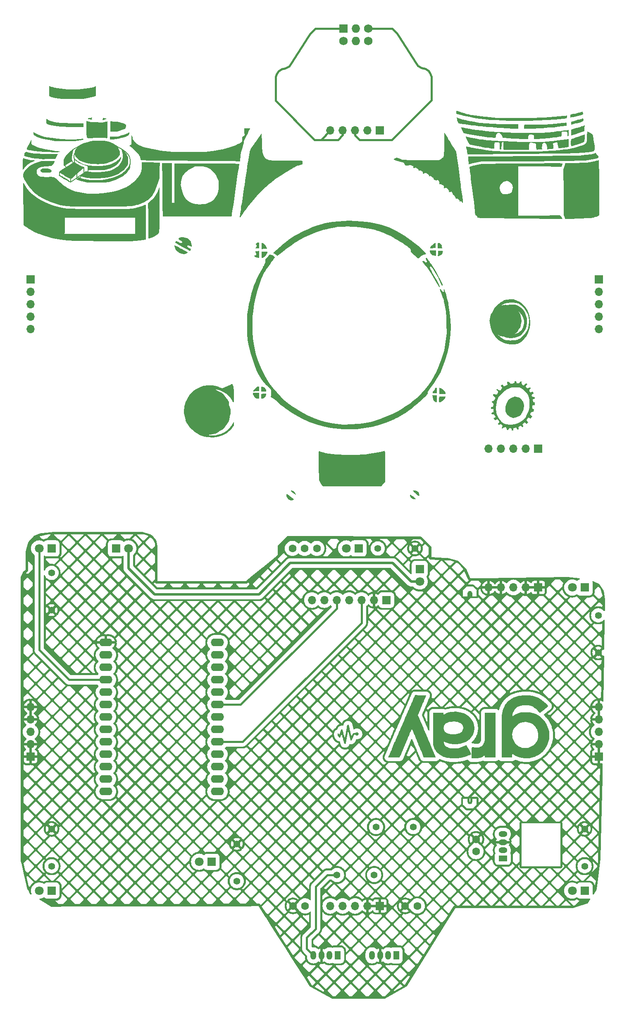
<source format=gtl>
G04 #@! TF.GenerationSoftware,KiCad,Pcbnew,7.0.10*
G04 #@! TF.CreationDate,2024-04-01T20:39:50-05:00*
G04 #@! TF.ProjectId,camera_badge,63616d65-7261-45f6-9261-6467652e6b69,1*
G04 #@! TF.SameCoordinates,Original*
G04 #@! TF.FileFunction,Copper,L1,Top*
G04 #@! TF.FilePolarity,Positive*
%FSLAX46Y46*%
G04 Gerber Fmt 4.6, Leading zero omitted, Abs format (unit mm)*
G04 Created by KiCad (PCBNEW 7.0.10) date 2024-04-01 20:39:50*
%MOMM*%
%LPD*%
G01*
G04 APERTURE LIST*
G04 #@! TA.AperFunction,EtchedComponent*
%ADD10C,0.200000*%
G04 #@! TD*
G04 #@! TA.AperFunction,EtchedComponent*
%ADD11C,0.120000*%
G04 #@! TD*
G04 #@! TA.AperFunction,EtchedComponent*
%ADD12C,0.180000*%
G04 #@! TD*
G04 #@! TA.AperFunction,EtchedComponent*
%ADD13C,0.170000*%
G04 #@! TD*
G04 #@! TA.AperFunction,EtchedComponent*
%ADD14C,0.160000*%
G04 #@! TD*
G04 #@! TA.AperFunction,EtchedComponent*
%ADD15C,0.150000*%
G04 #@! TD*
G04 #@! TA.AperFunction,EtchedComponent*
%ADD16C,0.140000*%
G04 #@! TD*
G04 #@! TA.AperFunction,EtchedComponent*
%ADD17C,4.797245*%
G04 #@! TD*
G04 #@! TA.AperFunction,EtchedComponent*
%ADD18C,3.274698*%
G04 #@! TD*
G04 #@! TA.AperFunction,ComponentPad*
%ADD19C,1.400000*%
G04 #@! TD*
G04 #@! TA.AperFunction,ComponentPad*
%ADD20R,1.700000X1.700000*%
G04 #@! TD*
G04 #@! TA.AperFunction,ComponentPad*
%ADD21O,1.700000X1.700000*%
G04 #@! TD*
G04 #@! TA.AperFunction,ComponentPad*
%ADD22C,1.600000*%
G04 #@! TD*
G04 #@! TA.AperFunction,ComponentPad*
%ADD23O,2.700000X1.600000*%
G04 #@! TD*
G04 #@! TA.AperFunction,ComponentPad*
%ADD24R,1.800000X1.800000*%
G04 #@! TD*
G04 #@! TA.AperFunction,ComponentPad*
%ADD25C,1.800000*%
G04 #@! TD*
G04 #@! TA.AperFunction,ComponentPad*
%ADD26R,1.150000X1.800000*%
G04 #@! TD*
G04 #@! TA.AperFunction,ComponentPad*
%ADD27O,1.150000X1.800000*%
G04 #@! TD*
G04 #@! TA.AperFunction,ComponentPad*
%ADD28R,1.800000X1.150000*%
G04 #@! TD*
G04 #@! TA.AperFunction,ComponentPad*
%ADD29O,1.800000X1.150000*%
G04 #@! TD*
G04 #@! TA.AperFunction,ComponentPad*
%ADD30R,1.727200X1.727200*%
G04 #@! TD*
G04 #@! TA.AperFunction,ComponentPad*
%ADD31C,1.727200*%
G04 #@! TD*
G04 #@! TA.AperFunction,ComponentPad*
%ADD32O,1.727200X1.727200*%
G04 #@! TD*
G04 #@! TA.AperFunction,ViaPad*
%ADD33C,0.800000*%
G04 #@! TD*
G04 #@! TA.AperFunction,Conductor*
%ADD34C,0.400000*%
G04 #@! TD*
G04 #@! TA.AperFunction,Conductor*
%ADD35C,0.500000*%
G04 #@! TD*
G04 APERTURE END LIST*
G04 #@! TA.AperFunction,EtchedComponent*
G36*
X137273410Y-168169295D02*
G01*
X137273410Y-172747202D01*
X136167094Y-172747202D01*
X135060778Y-172747202D01*
X135052152Y-172522108D01*
X135043526Y-172297013D01*
X134895851Y-172420206D01*
X134729918Y-172537992D01*
X134525423Y-172651366D01*
X134302623Y-172750476D01*
X134081776Y-172825470D01*
X134039340Y-172836779D01*
X133829863Y-172878908D01*
X133573138Y-172912610D01*
X133280524Y-172936859D01*
X132963378Y-172950630D01*
X132747189Y-172953479D01*
X132370619Y-172953946D01*
X132370619Y-171772551D01*
X132371280Y-171486772D01*
X132373194Y-171232273D01*
X132376253Y-171013689D01*
X132380350Y-170835652D01*
X132385380Y-170702795D01*
X132391236Y-170619752D01*
X132397791Y-170591155D01*
X132435876Y-170597089D01*
X132519205Y-170613227D01*
X132635335Y-170637078D01*
X132766475Y-170664993D01*
X133040951Y-170712023D01*
X133314129Y-170736061D01*
X133570950Y-170736723D01*
X133796354Y-170713626D01*
X133890438Y-170693606D01*
X134161960Y-170593521D01*
X134402863Y-170444235D01*
X134609796Y-170248949D01*
X134779406Y-170010865D01*
X134908342Y-169733180D01*
X134914501Y-169715930D01*
X134937937Y-169648025D01*
X134958677Y-169583069D01*
X134976885Y-169517182D01*
X134992727Y-169446486D01*
X135006367Y-169367101D01*
X135017970Y-169275149D01*
X135027700Y-169166751D01*
X135035723Y-169038028D01*
X135042202Y-168885101D01*
X135047303Y-168704091D01*
X135051191Y-168491119D01*
X135054029Y-168242307D01*
X135055984Y-167953775D01*
X135057218Y-167621645D01*
X135057898Y-167242037D01*
X135058188Y-166811073D01*
X135058253Y-166330748D01*
X135058293Y-163591388D01*
X136165851Y-163591388D01*
X137273410Y-163591388D01*
X137273410Y-168169295D01*
G37*
G04 #@! TD.AperFunction*
G04 #@! TA.AperFunction,EtchedComponent*
G36*
X107146003Y-166084682D02*
G01*
X107155948Y-166094508D01*
X107174226Y-166136403D01*
X107203394Y-166231527D01*
X107242284Y-166375281D01*
X107289726Y-166563069D01*
X107344551Y-166790291D01*
X107405590Y-167052352D01*
X107455875Y-167274026D01*
X107511762Y-167523512D01*
X107563373Y-167754818D01*
X107609315Y-167961638D01*
X107648198Y-168137668D01*
X107678629Y-168276600D01*
X107699218Y-168372130D01*
X107708571Y-168417951D01*
X107708991Y-168420925D01*
X107730266Y-168431869D01*
X107740713Y-168429457D01*
X107764781Y-168399289D01*
X107804398Y-168326356D01*
X107853332Y-168222800D01*
X107888849Y-168140846D01*
X107953629Y-167989103D01*
X108005610Y-167883602D01*
X108054424Y-167815942D01*
X108109703Y-167777719D01*
X108181078Y-167760531D01*
X108278181Y-167755975D01*
X108330185Y-167755807D01*
X108457140Y-167752582D01*
X108538017Y-167741366D01*
X108585532Y-167719845D01*
X108598805Y-167706929D01*
X108684802Y-167641205D01*
X108800058Y-167599979D01*
X108916750Y-167592556D01*
X108933347Y-167595062D01*
X109050918Y-167644487D01*
X109140583Y-167734618D01*
X109195519Y-167850984D01*
X109208903Y-167979112D01*
X109173912Y-168104530D01*
X109173712Y-168104918D01*
X109091569Y-168206276D01*
X108980538Y-168266535D01*
X108855119Y-168284680D01*
X108729808Y-168259697D01*
X108619106Y-168190574D01*
X108579199Y-168146493D01*
X108522969Y-168118910D01*
X108417490Y-168115576D01*
X108417124Y-168115602D01*
X108285655Y-168124993D01*
X108063698Y-168666443D01*
X107971926Y-168884719D01*
X107895379Y-169051589D01*
X107830306Y-169171586D01*
X107772958Y-169249242D01*
X107719584Y-169289090D01*
X107666433Y-169295663D01*
X107609757Y-169273494D01*
X107578583Y-169252798D01*
X107566058Y-169240203D01*
X107552746Y-169217816D01*
X107537558Y-169181326D01*
X107519407Y-169126420D01*
X107497204Y-169048788D01*
X107469862Y-168944118D01*
X107436292Y-168808098D01*
X107395405Y-168636417D01*
X107346115Y-168424764D01*
X107287333Y-168168827D01*
X107217970Y-167864295D01*
X107136940Y-167506856D01*
X107128109Y-167467841D01*
X107101693Y-167364826D01*
X107076324Y-167288940D01*
X107056892Y-167254440D01*
X107054668Y-167253714D01*
X107029854Y-167270573D01*
X107029689Y-167272766D01*
X107024895Y-167306084D01*
X107011443Y-167389260D01*
X106990728Y-167513947D01*
X106964142Y-167671794D01*
X106933080Y-167854453D01*
X106912577Y-167974220D01*
X106851436Y-168330821D01*
X106794963Y-168660854D01*
X106743830Y-168960370D01*
X106698706Y-169225420D01*
X106660261Y-169452056D01*
X106629165Y-169636327D01*
X106606087Y-169774285D01*
X106591697Y-169861981D01*
X106586666Y-169895466D01*
X106586665Y-169895526D01*
X106568432Y-169923364D01*
X106540253Y-169954046D01*
X106465472Y-169993032D01*
X106375157Y-169995182D01*
X106297560Y-169961080D01*
X106285002Y-169948772D01*
X106267537Y-169908681D01*
X106238259Y-169818130D01*
X106199106Y-169684105D01*
X106152016Y-169513594D01*
X106098927Y-169313583D01*
X106041778Y-169091059D01*
X105994131Y-168900283D01*
X105936128Y-168667526D01*
X105881789Y-168454050D01*
X105832864Y-168266377D01*
X105791099Y-168111029D01*
X105758245Y-167994529D01*
X105736050Y-167923398D01*
X105726888Y-167903481D01*
X105710194Y-167929880D01*
X105679525Y-168002166D01*
X105638931Y-168109975D01*
X105592463Y-168242942D01*
X105581793Y-168274728D01*
X105526437Y-168435241D01*
X105482604Y-168547477D01*
X105446151Y-168620114D01*
X105412932Y-168661826D01*
X105389548Y-168677197D01*
X105307212Y-168697195D01*
X105229479Y-168674665D01*
X105148497Y-168605092D01*
X105058235Y-168486652D01*
X104997891Y-168395298D01*
X104960855Y-168325878D01*
X104941438Y-168258307D01*
X104933953Y-168172500D01*
X104932712Y-168048372D01*
X104932712Y-168043403D01*
X104936299Y-167902178D01*
X104949459Y-167817969D01*
X104975787Y-167789026D01*
X105018878Y-167813597D01*
X105082328Y-167889933D01*
X105124818Y-167949876D01*
X105193487Y-168041378D01*
X105238300Y-168081244D01*
X105259104Y-168075400D01*
X105275097Y-168035260D01*
X105305860Y-167949316D01*
X105347804Y-167827908D01*
X105397342Y-167681376D01*
X105432863Y-167574687D01*
X105486446Y-167416363D01*
X105536285Y-167275681D01*
X105578467Y-167163200D01*
X105609077Y-167089479D01*
X105620986Y-167067253D01*
X105689887Y-167021409D01*
X105781917Y-167012544D01*
X105872380Y-167042965D01*
X105873462Y-167043646D01*
X105890601Y-167077945D01*
X105919447Y-167162739D01*
X105958006Y-167291064D01*
X106004281Y-167455958D01*
X106056277Y-167650455D01*
X106112001Y-167867594D01*
X106129037Y-167935672D01*
X106183840Y-168152664D01*
X106235341Y-168350392D01*
X106281569Y-168521761D01*
X106320550Y-168659676D01*
X106350314Y-168757044D01*
X106368887Y-168806771D01*
X106372579Y-168811692D01*
X106390897Y-168789796D01*
X106412685Y-168723437D01*
X106433392Y-168626673D01*
X106434423Y-168620667D01*
X106449402Y-168532563D01*
X106472379Y-168397802D01*
X106501379Y-168227950D01*
X106534427Y-168034572D01*
X106569547Y-167829235D01*
X106584640Y-167741039D01*
X106623866Y-167511869D01*
X106665437Y-167268995D01*
X106706403Y-167029643D01*
X106743816Y-166811041D01*
X106774729Y-166630415D01*
X106779259Y-166603946D01*
X106813389Y-166418872D01*
X106846226Y-166267868D01*
X106875872Y-166158683D01*
X106900433Y-166099066D01*
X106903920Y-166094469D01*
X106977597Y-166051400D01*
X107067446Y-166048139D01*
X107146003Y-166084682D01*
G37*
G04 #@! TD.AperFunction*
G04 #@! TA.AperFunction,EtchedComponent*
G36*
X132913327Y-166983209D02*
G01*
X132855964Y-167387540D01*
X132744534Y-167782976D01*
X132579377Y-168165117D01*
X132360832Y-168529562D01*
X132089239Y-168871908D01*
X132075865Y-168886625D01*
X131793071Y-169153871D01*
X131466874Y-169388211D01*
X131103512Y-169588757D01*
X130709221Y-169754619D01*
X130290241Y-169884909D01*
X129852808Y-169978738D01*
X129403160Y-170035217D01*
X128947534Y-170053457D01*
X128492168Y-170032569D01*
X128043300Y-169971664D01*
X127607166Y-169869854D01*
X127190006Y-169726249D01*
X126947075Y-169617529D01*
X126662622Y-169477833D01*
X126677591Y-169716994D01*
X126720053Y-169969540D01*
X126813813Y-170193163D01*
X126958556Y-170387667D01*
X127153967Y-170552859D01*
X127399731Y-170688543D01*
X127695534Y-170794523D01*
X128041059Y-170870606D01*
X128435993Y-170916597D01*
X128634456Y-170927605D01*
X129099059Y-170920404D01*
X129562865Y-170862283D01*
X130031277Y-170752019D01*
X130509698Y-170588390D01*
X130920472Y-170410126D01*
X131054158Y-170347102D01*
X131167203Y-170294312D01*
X131249682Y-170256354D01*
X131291671Y-170237821D01*
X131294874Y-170236737D01*
X131314978Y-170262411D01*
X131360273Y-170339635D01*
X131430918Y-170468707D01*
X131527074Y-170649926D01*
X131648904Y-170883593D01*
X131795067Y-171167086D01*
X131890831Y-171353129D01*
X131982899Y-171531119D01*
X132066095Y-171691114D01*
X132135239Y-171823170D01*
X132185155Y-171917345D01*
X132200760Y-171946165D01*
X132247921Y-172038413D01*
X132265383Y-172093659D01*
X132256257Y-172124023D01*
X132248092Y-172130552D01*
X132202486Y-172152715D01*
X132112322Y-172191162D01*
X131988437Y-172241671D01*
X131841670Y-172300019D01*
X131682859Y-172361985D01*
X131522841Y-172423346D01*
X131372455Y-172479880D01*
X131242538Y-172527366D01*
X131143928Y-172561580D01*
X131130154Y-172566063D01*
X130828390Y-172654520D01*
X130492378Y-172738842D01*
X130146914Y-172813216D01*
X129845386Y-172867325D01*
X129623154Y-172895537D01*
X129362740Y-172916677D01*
X129077602Y-172930639D01*
X128781195Y-172937319D01*
X128486976Y-172936613D01*
X128208401Y-172928415D01*
X127958926Y-172912623D01*
X127752008Y-172889131D01*
X127718875Y-172883832D01*
X127372711Y-172819060D01*
X127070169Y-172747957D01*
X126795823Y-172665787D01*
X126534246Y-172567811D01*
X126270012Y-172449295D01*
X126212596Y-172421281D01*
X125818029Y-172198843D01*
X125474167Y-171946254D01*
X125180631Y-171663021D01*
X124937040Y-171348649D01*
X124743013Y-171002644D01*
X124598172Y-170624513D01*
X124502137Y-170213762D01*
X124498897Y-170194135D01*
X124491821Y-170142554D01*
X124485528Y-170077799D01*
X124479975Y-169996477D01*
X124475119Y-169895196D01*
X124470917Y-169770561D01*
X124467325Y-169619180D01*
X124464302Y-169437660D01*
X124461803Y-169222607D01*
X124459787Y-168970627D01*
X124458209Y-168678329D01*
X124457027Y-168342318D01*
X124456199Y-167959201D01*
X124455680Y-167525586D01*
X124455428Y-167038078D01*
X124455389Y-166759004D01*
X124455388Y-166722707D01*
X126627325Y-166722707D01*
X126627971Y-166865993D01*
X126633549Y-166968408D01*
X126647484Y-167048133D01*
X126673204Y-167123347D01*
X126714134Y-167212230D01*
X126722975Y-167230258D01*
X126862933Y-167448657D01*
X127050658Y-167632337D01*
X127286088Y-167781248D01*
X127479724Y-167864948D01*
X127777358Y-167951503D01*
X128111825Y-168009617D01*
X128467292Y-168037595D01*
X128827925Y-168033743D01*
X128962760Y-168023607D01*
X129345669Y-167969922D01*
X129678909Y-167885633D01*
X129962257Y-167770903D01*
X130195491Y-167625892D01*
X130378389Y-167450764D01*
X130510727Y-167245679D01*
X130592284Y-167010799D01*
X130619697Y-166819581D01*
X130612291Y-166550422D01*
X130551994Y-166306905D01*
X130439604Y-166090036D01*
X130275917Y-165900820D01*
X130061729Y-165740264D01*
X129797837Y-165609372D01*
X129608750Y-165543297D01*
X129458488Y-165501473D01*
X129315448Y-165470840D01*
X129166809Y-165450132D01*
X128999753Y-165438088D01*
X128801459Y-165433442D01*
X128559109Y-165434933D01*
X128516317Y-165435641D01*
X128301183Y-165440844D01*
X128132393Y-165448713D01*
X127997237Y-165460439D01*
X127883007Y-165477212D01*
X127776994Y-165500224D01*
X127748410Y-165507587D01*
X127443146Y-165609432D01*
X127181167Y-165740841D01*
X126965609Y-165899602D01*
X126799607Y-166083503D01*
X126706747Y-166242536D01*
X126670196Y-166328986D01*
X126646944Y-166408784D01*
X126634013Y-166499932D01*
X126628427Y-166620431D01*
X126627325Y-166722707D01*
X124455388Y-166722707D01*
X124455270Y-163591388D01*
X125503758Y-163591388D01*
X125780791Y-163591548D01*
X126004443Y-163592214D01*
X126180404Y-163593666D01*
X126314362Y-163596184D01*
X126412007Y-163600047D01*
X126479029Y-163605536D01*
X126521114Y-163612930D01*
X126543954Y-163622509D01*
X126553237Y-163634553D01*
X126554666Y-163643074D01*
X126555246Y-163700307D01*
X126554170Y-163792708D01*
X126552577Y-163864586D01*
X126553161Y-163955796D01*
X126559307Y-164017439D01*
X126567145Y-164034411D01*
X126599919Y-164020337D01*
X126669492Y-163983060D01*
X126762150Y-163929996D01*
X126783362Y-163917479D01*
X127167961Y-163722948D01*
X127588775Y-163573433D01*
X128043093Y-163469521D01*
X128528204Y-163411801D01*
X129041397Y-163400860D01*
X129151317Y-163404511D01*
X129546778Y-163438817D01*
X129952062Y-163506467D01*
X130351129Y-163603474D01*
X130727937Y-163725850D01*
X131066448Y-163869607D01*
X131110614Y-163891590D01*
X131338123Y-164022860D01*
X131574649Y-164187100D01*
X131807742Y-164373589D01*
X132024952Y-164571607D01*
X132213828Y-164770436D01*
X132361921Y-164959355D01*
X132377245Y-164982196D01*
X132595313Y-165364975D01*
X132757616Y-165760868D01*
X132864493Y-166165472D01*
X132916283Y-166574386D01*
X132914510Y-166819581D01*
X132913327Y-166983209D01*
G37*
G04 #@! TD.AperFunction*
G04 #@! TA.AperFunction,EtchedComponent*
G36*
X121744395Y-160023252D02*
G01*
X121988217Y-160024928D01*
X122220477Y-160027072D01*
X122432650Y-160029564D01*
X122616212Y-160032285D01*
X122762641Y-160035113D01*
X122863413Y-160037930D01*
X122897305Y-160039493D01*
X122988514Y-160046491D01*
X123050157Y-160053661D01*
X123067130Y-160058243D01*
X123056311Y-160087128D01*
X123027426Y-160157310D01*
X122985830Y-160255861D01*
X122966788Y-160300432D01*
X122926697Y-160394226D01*
X122868144Y-160531569D01*
X122795736Y-160701632D01*
X122714083Y-160893587D01*
X122627794Y-161096605D01*
X122571732Y-161228597D01*
X122489460Y-161422211D01*
X122389054Y-161658269D01*
X122275575Y-161924890D01*
X122154081Y-162210192D01*
X122029633Y-162502293D01*
X121907289Y-162789312D01*
X121814406Y-163007103D01*
X121351795Y-164091539D01*
X121592258Y-164661057D01*
X121670527Y-164846257D01*
X121746726Y-165026247D01*
X121815779Y-165189056D01*
X121872609Y-165322717D01*
X121912138Y-165415259D01*
X121915270Y-165422551D01*
X121952367Y-165509404D01*
X122007331Y-165638850D01*
X122075144Y-165799030D01*
X122150785Y-165978082D01*
X122229232Y-166164145D01*
X122240312Y-166190458D01*
X122322758Y-166385930D01*
X122406923Y-166584885D01*
X122486708Y-166772942D01*
X122556010Y-166935722D01*
X122608729Y-167058843D01*
X122609975Y-167061737D01*
X122642885Y-167138677D01*
X122696555Y-167264790D01*
X122768762Y-167434831D01*
X122857286Y-167643555D01*
X122959904Y-167885720D01*
X123074394Y-168156080D01*
X123198536Y-168449392D01*
X123330107Y-168760411D01*
X123466885Y-169083895D01*
X123554684Y-169291620D01*
X123699007Y-169633093D01*
X123843618Y-169975172D01*
X123985751Y-170311322D01*
X124122640Y-170635005D01*
X124251520Y-170939682D01*
X124369626Y-171218817D01*
X124474191Y-171465873D01*
X124562451Y-171674310D01*
X124631640Y-171837593D01*
X124654158Y-171890690D01*
X124734915Y-172081054D01*
X124810053Y-172258199D01*
X124875819Y-172413277D01*
X124928460Y-172537438D01*
X124964225Y-172621835D01*
X124976659Y-172651214D01*
X125017226Y-172747202D01*
X123783748Y-172746757D01*
X122550270Y-172746311D01*
X122366781Y-172296350D01*
X122266080Y-172050275D01*
X122148187Y-171763633D01*
X122018846Y-171450290D01*
X121883801Y-171124113D01*
X121748798Y-170798969D01*
X121619580Y-170488725D01*
X121501893Y-170207247D01*
X121458499Y-170103830D01*
X121409061Y-169985762D01*
X121340202Y-169820730D01*
X121255087Y-169616349D01*
X121156884Y-169380234D01*
X121048757Y-169120002D01*
X120933873Y-168843269D01*
X120815397Y-168557650D01*
X120703404Y-168287434D01*
X120591800Y-168018501D01*
X120486707Y-167766142D01*
X120390342Y-167535618D01*
X120304924Y-167332193D01*
X120232668Y-167161129D01*
X120175793Y-167027689D01*
X120136516Y-166937135D01*
X120117053Y-166894731D01*
X120115626Y-166892358D01*
X120101337Y-166915156D01*
X120066205Y-166988115D01*
X120012131Y-167106875D01*
X119941013Y-167267080D01*
X119854749Y-167464372D01*
X119755238Y-167694394D01*
X119644379Y-167952787D01*
X119524070Y-168235195D01*
X119396210Y-168537260D01*
X119317754Y-168723521D01*
X119182320Y-169045610D01*
X119050639Y-169358746D01*
X118924984Y-169657519D01*
X118807630Y-169936523D01*
X118700854Y-170190349D01*
X118606929Y-170413591D01*
X118528131Y-170600839D01*
X118466733Y-170746686D01*
X118425013Y-170845725D01*
X118414042Y-170871737D01*
X118258281Y-171240901D01*
X118124227Y-171558848D01*
X118010544Y-171828753D01*
X117915899Y-172053788D01*
X117838956Y-172237129D01*
X117778381Y-172381949D01*
X117732840Y-172491421D01*
X117721719Y-172518307D01*
X117627200Y-172747202D01*
X116448560Y-172747202D01*
X116191210Y-172746905D01*
X115953246Y-172746057D01*
X115740928Y-172744724D01*
X115560514Y-172742970D01*
X115418263Y-172740861D01*
X115320437Y-172738463D01*
X115273292Y-172735841D01*
X115269921Y-172734910D01*
X115281025Y-172706151D01*
X115311901Y-172631709D01*
X115358894Y-172520128D01*
X115418350Y-172379950D01*
X115486614Y-172219720D01*
X115560031Y-172047979D01*
X115634948Y-171873273D01*
X115707710Y-171704142D01*
X115774662Y-171549132D01*
X115832149Y-171416784D01*
X115876518Y-171315643D01*
X115890048Y-171285225D01*
X115918538Y-171220444D01*
X115965470Y-171112422D01*
X116026059Y-170972231D01*
X116095520Y-170810942D01*
X116164523Y-170650225D01*
X116267978Y-170409220D01*
X116368790Y-170174969D01*
X116463937Y-169954446D01*
X116550398Y-169754622D01*
X116625153Y-169582469D01*
X116685181Y-169444960D01*
X116727460Y-169349068D01*
X116746763Y-169306388D01*
X116763036Y-169269579D01*
X116800191Y-169184310D01*
X116855729Y-169056366D01*
X116927152Y-168891535D01*
X117011962Y-168695601D01*
X117107659Y-168474350D01*
X117211745Y-168233569D01*
X117321722Y-167979042D01*
X117435091Y-167716557D01*
X117549355Y-167451898D01*
X117662014Y-167190851D01*
X117770569Y-166939203D01*
X117872523Y-166702739D01*
X117965377Y-166487244D01*
X118046633Y-166298506D01*
X118113791Y-166142309D01*
X118164354Y-166024440D01*
X118194341Y-165954179D01*
X118224963Y-165882576D01*
X118275809Y-165764355D01*
X118343609Y-165607090D01*
X118425091Y-165418360D01*
X118516985Y-165205740D01*
X118616020Y-164976806D01*
X118710748Y-164758016D01*
X118827871Y-164487531D01*
X118953475Y-164197322D01*
X119081714Y-163900907D01*
X119206742Y-163611799D01*
X119322714Y-163343516D01*
X119423784Y-163109572D01*
X119464419Y-163015458D01*
X119547827Y-162822283D01*
X119643464Y-162600883D01*
X119748494Y-162357814D01*
X119860081Y-162099634D01*
X119975390Y-161832897D01*
X120091584Y-161564162D01*
X120205829Y-161299984D01*
X120315290Y-161046921D01*
X120417129Y-160811527D01*
X120508513Y-160600360D01*
X120586605Y-160419977D01*
X120648570Y-160276934D01*
X120691572Y-160177787D01*
X120706615Y-160143190D01*
X120761310Y-160017667D01*
X121744395Y-160023252D01*
G37*
G04 #@! TD.AperFunction*
G04 #@! TA.AperFunction,EtchedComponent*
G36*
X148274367Y-168350909D02*
G01*
X148270483Y-168561914D01*
X148262771Y-168754975D01*
X148251241Y-168917278D01*
X148235900Y-169036008D01*
X148235032Y-169040574D01*
X148103858Y-169569094D01*
X147921800Y-170069335D01*
X147690558Y-170539042D01*
X147411832Y-170975960D01*
X147087323Y-171377834D01*
X146718732Y-171742411D01*
X146307758Y-172067434D01*
X145856102Y-172350650D01*
X145661454Y-172453213D01*
X145194121Y-172655019D01*
X144709196Y-172804045D01*
X144212341Y-172900454D01*
X143709220Y-172944407D01*
X143205496Y-172936067D01*
X142706831Y-172875595D01*
X142218890Y-172763154D01*
X141747335Y-172598904D01*
X141297829Y-172383009D01*
X141197357Y-172325593D01*
X141068660Y-172247342D01*
X140945693Y-172168489D01*
X140845836Y-172100371D01*
X140802828Y-172068241D01*
X140684689Y-171973888D01*
X140676448Y-172360545D01*
X140668207Y-172747202D01*
X139576273Y-172747202D01*
X138484340Y-172747202D01*
X138484608Y-168664004D01*
X138484722Y-168076023D01*
X138484724Y-168071894D01*
X140678599Y-168071894D01*
X140691013Y-168442441D01*
X140754469Y-168804221D01*
X140866382Y-169152419D01*
X141024169Y-169482220D01*
X141225245Y-169788812D01*
X141467024Y-170067380D01*
X141746923Y-170313110D01*
X142062356Y-170521189D01*
X142410738Y-170686802D01*
X142669772Y-170774023D01*
X142844273Y-170809720D01*
X143057742Y-170832323D01*
X143291487Y-170841564D01*
X143526815Y-170837171D01*
X143745033Y-170818875D01*
X143904479Y-170791878D01*
X144293071Y-170675393D01*
X144649999Y-170511125D01*
X144972214Y-170302404D01*
X145256669Y-170052562D01*
X145500317Y-169764928D01*
X145700111Y-169442835D01*
X145853003Y-169089613D01*
X145955946Y-168708593D01*
X145986869Y-168515643D01*
X146003643Y-168193327D01*
X145978848Y-167851269D01*
X145915384Y-167508611D01*
X145816149Y-167184496D01*
X145767081Y-167064314D01*
X145589754Y-166734931D01*
X145364866Y-166435633D01*
X145097948Y-166170610D01*
X144794531Y-165944053D01*
X144460147Y-165760151D01*
X144100325Y-165623096D01*
X143759487Y-165543294D01*
X143533758Y-165519928D01*
X143279540Y-165517173D01*
X143023449Y-165534367D01*
X142810676Y-165566903D01*
X142428879Y-165674812D01*
X142073622Y-165833633D01*
X141748965Y-166039787D01*
X141458968Y-166289695D01*
X141207691Y-166579781D01*
X140999193Y-166906467D01*
X140837535Y-167266173D01*
X140817239Y-167323749D01*
X140719814Y-167697392D01*
X140678599Y-168071894D01*
X138484724Y-168071894D01*
X138485004Y-167544035D01*
X138485486Y-167064964D01*
X138486199Y-166635733D01*
X138487174Y-166253267D01*
X138488442Y-165914489D01*
X138490035Y-165616323D01*
X138491984Y-165355692D01*
X138494320Y-165129520D01*
X138497075Y-164934731D01*
X138500280Y-164768248D01*
X138503967Y-164626996D01*
X138508165Y-164507897D01*
X138512908Y-164407876D01*
X138518226Y-164323856D01*
X138524150Y-164252761D01*
X138530064Y-164196966D01*
X138594615Y-163745975D01*
X138677962Y-163339982D01*
X138783283Y-162967020D01*
X138913754Y-162615120D01*
X139003622Y-162412941D01*
X139233931Y-161990183D01*
X139506684Y-161608476D01*
X139821790Y-161267880D01*
X140179160Y-160968457D01*
X140578704Y-160710269D01*
X141020332Y-160493376D01*
X141503953Y-160317840D01*
X142029479Y-160183722D01*
X142368177Y-160122646D01*
X142474005Y-160108857D01*
X142618224Y-160093605D01*
X142788942Y-160077786D01*
X142974266Y-160062294D01*
X143162302Y-160048024D01*
X143341159Y-160035871D01*
X143498942Y-160026730D01*
X143623759Y-160021495D01*
X143703717Y-160021062D01*
X143712014Y-160021532D01*
X143756658Y-160025443D01*
X143847773Y-160033839D01*
X143973029Y-160045570D01*
X144120096Y-160059488D01*
X144155037Y-160062813D01*
X144380317Y-160086030D01*
X144565687Y-160109938D01*
X144730252Y-160137833D01*
X144893116Y-160173014D01*
X145073380Y-160218778D01*
X145100154Y-160225964D01*
X145593904Y-160389096D01*
X146078400Y-160608795D01*
X146550179Y-160882840D01*
X147005776Y-161209014D01*
X147441728Y-161585098D01*
X147815290Y-161965361D01*
X147926159Y-162090606D01*
X147997880Y-162180531D01*
X148034190Y-162240437D01*
X148038829Y-162275624D01*
X148036801Y-162279433D01*
X148008621Y-162305848D01*
X147940909Y-162363086D01*
X147839931Y-162446171D01*
X147711950Y-162550124D01*
X147563229Y-162669968D01*
X147400034Y-162800725D01*
X147228629Y-162937417D01*
X147055277Y-163075067D01*
X146886242Y-163208697D01*
X146727789Y-163333328D01*
X146586182Y-163443984D01*
X146467684Y-163535687D01*
X146378560Y-163603458D01*
X146325074Y-163642321D01*
X146312399Y-163649722D01*
X146288528Y-163627397D01*
X146238982Y-163568585D01*
X146173007Y-163484436D01*
X146148642Y-163452255D01*
X145902244Y-163159168D01*
X145622382Y-162887858D01*
X145318938Y-162645539D01*
X145001799Y-162439428D01*
X144680848Y-162276739D01*
X144396595Y-162173320D01*
X144048382Y-162097650D01*
X143670520Y-162060790D01*
X143276750Y-162061597D01*
X142880811Y-162098925D01*
X142496444Y-162171628D01*
X142137388Y-162278563D01*
X141889476Y-162382222D01*
X141593022Y-162556738D01*
X141335481Y-162774398D01*
X141118722Y-163032336D01*
X140944614Y-163327688D01*
X140815023Y-163657588D01*
X140731818Y-164019171D01*
X140710017Y-164191350D01*
X140690624Y-164392591D01*
X140923935Y-164225011D01*
X141304037Y-163988032D01*
X141721918Y-163796061D01*
X142177911Y-163648960D01*
X142530619Y-163570644D01*
X142643341Y-163552650D01*
X142766152Y-163539148D01*
X142908995Y-163529638D01*
X143081813Y-163523618D01*
X143294550Y-163520587D01*
X143534805Y-163520008D01*
X143771681Y-163520892D01*
X143959799Y-163523291D01*
X144109464Y-163527872D01*
X144230983Y-163535300D01*
X144334659Y-163546241D01*
X144430800Y-163561363D01*
X144529710Y-163581332D01*
X144549045Y-163585591D01*
X145056819Y-163724481D01*
X145527733Y-163908047D01*
X145966116Y-164138623D01*
X146376299Y-164418547D01*
X146762612Y-164750156D01*
X146831538Y-164817086D01*
X147155751Y-165163998D01*
X147434031Y-165520574D01*
X147670695Y-165894983D01*
X147870061Y-166295397D01*
X148036448Y-166729990D01*
X148174173Y-167206931D01*
X148236074Y-167475225D01*
X148251456Y-167583735D01*
X148262968Y-167738372D01*
X148270618Y-167926323D01*
X148274415Y-168134774D01*
X148274402Y-168193327D01*
X148274367Y-168350909D01*
G37*
G04 #@! TD.AperFunction*
D10*
X47900000Y-53700000D02*
X47900000Y-53000000D01*
X49000000Y-51600000D02*
X49300000Y-52100000D01*
D11*
X50000000Y-55000000D02*
X50200000Y-55100000D01*
D10*
X50200000Y-55100000D02*
X50200000Y-54200000D01*
X50200000Y-55100000D02*
X52900000Y-53200000D01*
X50400000Y-50700000D02*
X50800000Y-51200000D01*
X50700000Y-48400000D02*
X52100000Y-47600000D01*
X50900000Y-49600000D02*
X51034644Y-49116104D01*
X50900000Y-49900000D02*
X50900000Y-49600000D01*
X50906546Y-50090426D02*
X50900000Y-49900000D01*
X51000000Y-50300000D02*
X50906546Y-50090426D01*
X51000000Y-51100000D02*
X51000000Y-50300000D01*
X51034644Y-49116104D02*
X51200000Y-48700000D01*
X51500000Y-54500000D02*
X51500000Y-53300000D01*
X52000000Y-54300000D02*
X52400000Y-53800000D01*
X52900000Y-52100000D02*
X52900000Y-53400000D01*
X53800000Y-52400000D02*
X53800000Y-53000000D01*
X60800000Y-48400000D02*
X59300000Y-47500000D01*
D12*
X61500000Y-48900000D02*
X60800000Y-48400000D01*
D13*
X61900000Y-49300000D02*
X61500000Y-48900000D01*
D14*
X62100000Y-49600000D02*
X61900000Y-49300000D01*
D15*
X62200000Y-49800000D02*
X62100000Y-49600000D01*
D16*
X62400000Y-50500000D02*
X62200000Y-49800000D01*
D17*
X80598622Y-102000000D02*
G75*
G03*
X75801378Y-102000000I-2398622J0D01*
G01*
X75801378Y-102000000D02*
G75*
G03*
X80598622Y-102000000I2398622J0D01*
G01*
D18*
X140940539Y-83456377D02*
G75*
G03*
X137665841Y-83456377I-1637349J0D01*
G01*
X137665841Y-83456377D02*
G75*
G03*
X140940539Y-83456377I1637349J0D01*
G01*
G04 #@! TA.AperFunction,EtchedComponent*
G36*
X88853809Y-98805651D02*
G01*
X88853809Y-99398526D01*
X88619779Y-99395767D01*
X88403089Y-99362783D01*
X88184036Y-99285851D01*
X88162021Y-99274745D01*
X87892913Y-99071879D01*
X87686377Y-98797291D01*
X87572162Y-98491355D01*
X87568247Y-98468899D01*
X87527291Y-98212776D01*
X88190550Y-98212776D01*
X88853809Y-98212776D01*
X88853809Y-98805651D01*
G37*
G04 #@! TD.AperFunction*
G04 #@! TA.AperFunction,EtchedComponent*
G36*
X125050369Y-69567567D02*
G01*
X125050369Y-70129238D01*
X124810553Y-70129238D01*
X124605889Y-70098962D01*
X124375591Y-70022862D01*
X124295688Y-69985419D01*
X124032171Y-69785304D01*
X123862901Y-69519937D01*
X123802317Y-69212049D01*
X123802309Y-69208722D01*
X123802212Y-69005897D01*
X124426290Y-69005897D01*
X125050369Y-69005897D01*
X125050369Y-69567567D01*
G37*
G04 #@! TD.AperFunction*
G04 #@! TA.AperFunction,EtchedComponent*
G36*
X89437584Y-96910619D02*
G01*
X89635309Y-96963090D01*
X89676469Y-96975395D01*
X89927095Y-97099299D01*
X90130556Y-97290738D01*
X90258930Y-97517397D01*
X90289190Y-97684481D01*
X90289190Y-97900737D01*
X89758723Y-97900737D01*
X89228256Y-97900737D01*
X89228256Y-97401474D01*
X89231742Y-97137155D01*
X89254995Y-96979404D01*
X89317211Y-96909974D01*
X89437584Y-96910619D01*
G37*
G04 #@! TD.AperFunction*
G04 #@! TA.AperFunction,EtchedComponent*
G36*
X90479601Y-69522230D02*
G01*
X90361613Y-69839184D01*
X90152882Y-70114095D01*
X89838495Y-70365052D01*
X89727519Y-70434681D01*
X89545549Y-70535883D01*
X89422498Y-70572825D01*
X89346935Y-70532617D01*
X89307428Y-70402367D01*
X89292549Y-70169185D01*
X89290664Y-69942014D01*
X89290664Y-69317936D01*
X89908170Y-69317936D01*
X90525677Y-69317936D01*
X90479601Y-69522230D01*
G37*
G04 #@! TD.AperFunction*
G04 #@! TA.AperFunction,EtchedComponent*
G36*
X88791401Y-97370270D02*
G01*
X88791401Y-97838329D01*
X88370148Y-97839181D01*
X88131414Y-97845105D01*
X87925817Y-97859712D01*
X87808477Y-97877664D01*
X87699330Y-97884111D01*
X87668082Y-97809785D01*
X87668059Y-97806168D01*
X87720447Y-97616309D01*
X87858000Y-97405077D01*
X88051302Y-97200598D01*
X88270934Y-97030996D01*
X88487481Y-96924395D01*
X88613541Y-96902211D01*
X88791401Y-96902211D01*
X88791401Y-97370270D01*
G37*
G04 #@! TD.AperFunction*
G04 #@! TA.AperFunction,EtchedComponent*
G36*
X94655724Y-118938340D02*
G01*
X94844759Y-119065639D01*
X95108478Y-119273441D01*
X95244807Y-119385810D01*
X95925486Y-119951146D01*
X95783962Y-120065745D01*
X95571282Y-120164206D01*
X95312287Y-120176928D01*
X95049320Y-120106023D01*
X94903953Y-120021802D01*
X94667709Y-119794310D01*
X94496528Y-119523098D01*
X94413020Y-119246858D01*
X94408428Y-119173857D01*
X94417725Y-119009302D01*
X94454107Y-118913186D01*
X94529474Y-118888527D01*
X94655724Y-118938340D01*
G37*
G04 #@! TD.AperFunction*
G04 #@! TA.AperFunction,EtchedComponent*
G36*
X126082171Y-97205412D02*
G01*
X126340885Y-97369122D01*
X126587675Y-97599294D01*
X126797983Y-97837927D01*
X126922961Y-98031367D01*
X126978411Y-98207570D01*
X126985013Y-98302285D01*
X126985013Y-98462408D01*
X126364949Y-98462408D01*
X125744886Y-98462408D01*
X125725269Y-97806993D01*
X125717511Y-97515438D01*
X125718003Y-97326422D01*
X125730944Y-97217736D01*
X125760534Y-97167170D01*
X125810972Y-97152513D01*
X125849168Y-97151711D01*
X126082171Y-97205412D01*
G37*
G04 #@! TD.AperFunction*
G04 #@! TA.AperFunction,EtchedComponent*
G36*
X95544187Y-118181102D02*
G01*
X95726091Y-118237904D01*
X95897896Y-118320145D01*
X95924055Y-118336502D01*
X96071645Y-118466296D01*
X96206480Y-118638622D01*
X96302496Y-118813468D01*
X96333629Y-118950824D01*
X96331848Y-118962516D01*
X96288317Y-118981017D01*
X96175681Y-118926104D01*
X95986113Y-118793144D01*
X95796432Y-118645558D01*
X95588043Y-118472659D01*
X95426240Y-118325596D01*
X95329969Y-118222430D01*
X95312439Y-118184237D01*
X95392772Y-118159845D01*
X95544187Y-118181102D01*
G37*
G04 #@! TD.AperFunction*
G04 #@! TA.AperFunction,EtchedComponent*
G36*
X54579339Y-41907345D02*
G01*
X54561745Y-41979964D01*
X54558629Y-42129568D01*
X54594378Y-42204714D01*
X54628297Y-42267908D01*
X54568622Y-42288905D01*
X54490320Y-42288155D01*
X54299241Y-42270431D01*
X54091030Y-42237864D01*
X54090510Y-42237762D01*
X53861714Y-42176602D01*
X53750376Y-42109813D01*
X53758232Y-42043760D01*
X53887017Y-41984802D01*
X54013930Y-41957029D01*
X54224444Y-41919466D01*
X54416407Y-41883219D01*
X54426483Y-41881223D01*
X54548612Y-41866630D01*
X54579339Y-41907345D01*
G37*
G04 #@! TD.AperFunction*
G04 #@! TA.AperFunction,EtchedComponent*
G36*
X56924317Y-41943002D02*
G01*
X57075641Y-41975638D01*
X57269022Y-42013159D01*
X57291032Y-42017181D01*
X57464601Y-42066859D01*
X57516771Y-42128500D01*
X57446180Y-42198120D01*
X57365378Y-42234317D01*
X57161963Y-42296884D01*
X56963711Y-42334218D01*
X56804903Y-42342688D01*
X56719818Y-42318665D01*
X56713760Y-42303308D01*
X56761573Y-42236495D01*
X56783443Y-42232924D01*
X56826821Y-42180509D01*
X56822379Y-42072079D01*
X56814104Y-41958228D01*
X56869250Y-41932789D01*
X56924317Y-41943002D01*
G37*
G04 #@! TD.AperFunction*
G04 #@! TA.AperFunction,EtchedComponent*
G36*
X90262388Y-98358390D02*
G01*
X90272177Y-98362185D01*
X90280129Y-98436696D01*
X90259990Y-98577914D01*
X90257948Y-98587396D01*
X90160059Y-98817374D01*
X89985705Y-99042150D01*
X89766939Y-99232894D01*
X89535814Y-99360776D01*
X89356171Y-99398526D01*
X89292035Y-99388633D01*
X89253828Y-99342021D01*
X89234922Y-99233292D01*
X89228691Y-99037045D01*
X89228256Y-98908235D01*
X89228256Y-98417945D01*
X89735772Y-98375620D01*
X89973897Y-98359336D01*
X90159884Y-98353331D01*
X90262388Y-98358390D01*
G37*
G04 #@! TD.AperFunction*
G04 #@! TA.AperFunction,EtchedComponent*
G36*
X124950670Y-67547853D02*
G01*
X124975909Y-67676801D01*
X124987000Y-67909518D01*
X124987961Y-68038575D01*
X124987961Y-68569041D01*
X124753932Y-68569584D01*
X124550221Y-68577766D01*
X124300147Y-68597900D01*
X124183040Y-68610573D01*
X123846177Y-68651019D01*
X123890752Y-68473419D01*
X123960436Y-68293653D01*
X124061889Y-68118078D01*
X124176502Y-67993622D01*
X124347925Y-67847145D01*
X124542759Y-67702695D01*
X124727602Y-67584319D01*
X124869052Y-67516065D01*
X124909118Y-67508108D01*
X124950670Y-67547853D01*
G37*
G04 #@! TD.AperFunction*
G04 #@! TA.AperFunction,EtchedComponent*
G36*
X126818342Y-98907972D02*
G01*
X126923789Y-98922430D01*
X126971748Y-98953344D01*
X126984635Y-99004649D01*
X126985013Y-99024994D01*
X126930070Y-99244251D01*
X126783035Y-99478105D01*
X126570603Y-99702820D01*
X126319467Y-99894662D01*
X126056320Y-100029897D01*
X125807854Y-100084790D01*
X125792859Y-100085012D01*
X125735348Y-100076344D01*
X125700445Y-100034701D01*
X125683878Y-99936627D01*
X125681374Y-99758664D01*
X125687708Y-99507739D01*
X125705652Y-98930467D01*
X126345332Y-98912681D01*
X126632995Y-98906034D01*
X126818342Y-98907972D01*
G37*
G04 #@! TD.AperFunction*
G04 #@! TA.AperFunction,EtchedComponent*
G36*
X71595658Y-68035751D02*
G01*
X71751162Y-68115532D01*
X71985903Y-68238669D01*
X72284623Y-68397121D01*
X72632065Y-68582845D01*
X72914899Y-68734906D01*
X74264922Y-69462441D01*
X74117228Y-69576777D01*
X73804159Y-69741509D01*
X73429011Y-69804121D01*
X73003516Y-69763147D01*
X72874311Y-69732200D01*
X72476198Y-69573545D01*
X72120587Y-69334074D01*
X71832387Y-69035942D01*
X71636508Y-68701299D01*
X71600038Y-68598974D01*
X71539896Y-68365969D01*
X71508552Y-68170759D01*
X71509218Y-68042401D01*
X71534649Y-68007371D01*
X71595658Y-68035751D01*
G37*
G04 #@! TD.AperFunction*
G04 #@! TA.AperFunction,EtchedComponent*
G36*
X89492576Y-67546812D02*
G01*
X89682208Y-67647065D01*
X89885980Y-67785078D01*
X90065421Y-67937063D01*
X90091031Y-67962882D01*
X90192311Y-68091619D01*
X90297506Y-68260372D01*
X90388948Y-68434857D01*
X90448966Y-68580789D01*
X90459892Y-68663882D01*
X90455225Y-68669559D01*
X90392940Y-68676501D01*
X90234127Y-68689404D01*
X90006808Y-68706067D01*
X89867937Y-68715685D01*
X89290664Y-68754904D01*
X89290664Y-68131506D01*
X89296932Y-67826523D01*
X89314887Y-67617214D01*
X89343252Y-67515830D01*
X89355558Y-67508108D01*
X89492576Y-67546812D01*
G37*
G04 #@! TD.AperFunction*
G04 #@! TA.AperFunction,EtchedComponent*
G36*
X126248102Y-69135980D02*
G01*
X126404754Y-69154022D01*
X126475940Y-69188197D01*
X126485750Y-69216703D01*
X126456703Y-69346294D01*
X126384948Y-69529057D01*
X126293560Y-69712089D01*
X126220450Y-69824901D01*
X126075789Y-69957469D01*
X125877824Y-70081306D01*
X125678114Y-70167951D01*
X125556541Y-70191413D01*
X125470991Y-70183778D01*
X125431972Y-70139927D01*
X125429125Y-70028964D01*
X125446785Y-69864005D01*
X125470219Y-69630053D01*
X125484598Y-69411881D01*
X125486682Y-69333538D01*
X125487224Y-69130712D01*
X125986487Y-69130712D01*
X126248102Y-69135980D01*
G37*
G04 #@! TD.AperFunction*
G04 #@! TA.AperFunction,EtchedComponent*
G36*
X155492027Y-44089235D02*
G01*
X155474202Y-44691328D01*
X154132433Y-45114967D01*
X153746064Y-45236788D01*
X153401857Y-45344995D01*
X153116848Y-45434259D01*
X152908073Y-45499250D01*
X152792569Y-45534639D01*
X152775062Y-45539573D01*
X152768342Y-45482133D01*
X152763075Y-45327000D01*
X152759978Y-45101295D01*
X152759460Y-44950835D01*
X152759460Y-44361130D01*
X153867199Y-44011330D01*
X154239097Y-43893745D01*
X154588504Y-43783002D01*
X154890511Y-43687015D01*
X155120207Y-43613699D01*
X155242396Y-43574336D01*
X155509853Y-43487142D01*
X155492027Y-44089235D01*
G37*
G04 #@! TD.AperFunction*
G04 #@! TA.AperFunction,EtchedComponent*
G36*
X119868153Y-118990686D02*
G01*
X120001929Y-119078561D01*
X120178944Y-119211872D01*
X120375813Y-119371079D01*
X120569150Y-119536645D01*
X120735571Y-119689030D01*
X120851690Y-119808697D01*
X120894124Y-119876107D01*
X120892946Y-119880116D01*
X120803939Y-119921117D01*
X120638767Y-119927702D01*
X120440251Y-119903157D01*
X120251215Y-119850765D01*
X120195570Y-119826631D01*
X120017147Y-119711482D01*
X119870866Y-119573695D01*
X119867929Y-119570005D01*
X119792355Y-119422264D01*
X119751290Y-119242076D01*
X119749977Y-119076626D01*
X119793660Y-118973098D01*
X119801001Y-118967783D01*
X119868153Y-118990686D01*
G37*
G04 #@! TD.AperFunction*
G04 #@! TA.AperFunction,EtchedComponent*
G36*
X120846968Y-118165280D02*
G01*
X121081634Y-118255767D01*
X121299784Y-118376719D01*
X121471551Y-118518111D01*
X121515069Y-118570413D01*
X121584449Y-118714151D01*
X121629565Y-118898070D01*
X121646296Y-119081323D01*
X121630521Y-119223063D01*
X121586733Y-119280944D01*
X121518951Y-119248793D01*
X121378094Y-119147940D01*
X121183682Y-118993374D01*
X120955235Y-118800087D01*
X120916142Y-118765967D01*
X120691778Y-118563024D01*
X120510214Y-118386732D01*
X120387982Y-118254069D01*
X120341611Y-118182011D01*
X120342552Y-118176857D01*
X120447560Y-118115800D01*
X120625655Y-118115283D01*
X120846968Y-118165280D01*
G37*
G04 #@! TD.AperFunction*
G04 #@! TA.AperFunction,EtchedComponent*
G36*
X125700848Y-67548281D02*
G01*
X125884431Y-67648972D01*
X126058472Y-67780440D01*
X126151738Y-67878432D01*
X126209403Y-68003054D01*
X126252688Y-68178740D01*
X126254803Y-68192763D01*
X126288636Y-68374717D01*
X126327933Y-68516279D01*
X126330258Y-68522236D01*
X126340698Y-68577613D01*
X126301516Y-68610393D01*
X126189933Y-68626352D01*
X125983169Y-68631266D01*
X125899552Y-68631449D01*
X125424816Y-68631449D01*
X125424816Y-68069779D01*
X125426712Y-67803304D01*
X125436102Y-67637768D01*
X125458544Y-67549307D01*
X125499595Y-67514059D01*
X125555600Y-67508108D01*
X125700848Y-67548281D01*
G37*
G04 #@! TD.AperFunction*
G04 #@! TA.AperFunction,EtchedComponent*
G36*
X125205065Y-97149645D02*
G01*
X125227208Y-97322205D01*
X125237165Y-97595011D01*
X125237593Y-97677188D01*
X125237593Y-98264942D01*
X124800597Y-98285665D01*
X124572533Y-98294585D01*
X124441955Y-98288486D01*
X124381698Y-98258745D01*
X124364596Y-98196740D01*
X124363742Y-98147009D01*
X124417891Y-97980449D01*
X124569425Y-97788670D01*
X124585280Y-97773042D01*
X124727297Y-97612972D01*
X124777820Y-97487034D01*
X124771808Y-97419519D01*
X124773676Y-97305574D01*
X124865191Y-97216643D01*
X124921758Y-97185009D01*
X125067859Y-97118919D01*
X125169020Y-97089527D01*
X125172086Y-97089435D01*
X125205065Y-97149645D01*
G37*
G04 #@! TD.AperFunction*
G04 #@! TA.AperFunction,EtchedComponent*
G36*
X125237593Y-99367322D02*
G01*
X125234056Y-99705626D01*
X125216501Y-99931155D01*
X125174504Y-100055897D01*
X125097646Y-100091841D01*
X124975505Y-100050974D01*
X124797660Y-99945287D01*
X124757637Y-99919467D01*
X124599749Y-99804227D01*
X124525169Y-99700181D01*
X124505335Y-99563163D01*
X124505404Y-99529418D01*
X124483560Y-99326033D01*
X124425371Y-99095938D01*
X124403856Y-99035535D01*
X124348536Y-98863004D01*
X124329288Y-98737324D01*
X124335241Y-98707894D01*
X124411323Y-98678832D01*
X124576863Y-98657953D01*
X124796562Y-98649641D01*
X124804421Y-98649631D01*
X125237593Y-98649631D01*
X125237593Y-99367322D01*
G37*
G04 #@! TD.AperFunction*
G04 #@! TA.AperFunction,EtchedComponent*
G36*
X155131872Y-40701943D02*
G01*
X155156818Y-40848684D01*
X155169468Y-40936262D01*
X155208514Y-41221137D01*
X154842095Y-41328642D01*
X154550618Y-41410710D01*
X154206040Y-41502410D01*
X153839766Y-41595951D01*
X153483200Y-41683545D01*
X153167745Y-41757401D01*
X152924807Y-41809732D01*
X152837470Y-41825865D01*
X152572236Y-41869447D01*
X152572236Y-41566376D01*
X152572236Y-41263304D01*
X153211917Y-41147950D01*
X153575070Y-41072210D01*
X153983672Y-40971228D01*
X154366122Y-40863103D01*
X154475676Y-40828517D01*
X154733416Y-40745876D01*
X154942408Y-40681974D01*
X155077435Y-40644327D01*
X155115088Y-40637913D01*
X155131872Y-40701943D01*
G37*
G04 #@! TD.AperFunction*
G04 #@! TA.AperFunction,EtchedComponent*
G36*
X45474417Y-52301265D02*
G01*
X45819810Y-52365052D01*
X46064348Y-52474593D01*
X46216638Y-52632529D01*
X46227152Y-52651138D01*
X46284693Y-52822634D01*
X46247924Y-52955127D01*
X46110938Y-53051466D01*
X45867830Y-53114500D01*
X45512693Y-53147076D01*
X45185912Y-53153273D01*
X44870865Y-53149406D01*
X44648644Y-53135666D01*
X44487359Y-53107140D01*
X44355118Y-53058915D01*
X44263391Y-53011168D01*
X44069213Y-52867902D01*
X43998627Y-52723316D01*
X44050529Y-52570624D01*
X44171313Y-52444895D01*
X44267325Y-52370913D01*
X44363459Y-52323237D01*
X44489351Y-52296127D01*
X44674636Y-52283843D01*
X44948949Y-52280644D01*
X45019560Y-52280589D01*
X45474417Y-52301265D01*
G37*
G04 #@! TD.AperFunction*
G04 #@! TA.AperFunction,EtchedComponent*
G36*
X88840251Y-69864005D02*
G01*
X88847041Y-70167671D01*
X88846644Y-70367901D01*
X88835245Y-70486028D01*
X88809027Y-70543388D01*
X88764173Y-70561314D01*
X88715435Y-70561696D01*
X88561585Y-70537168D01*
X88371294Y-70482820D01*
X88344860Y-70473399D01*
X88096598Y-70366337D01*
X87926105Y-70261463D01*
X87842131Y-70169623D01*
X87853425Y-70101666D01*
X87968737Y-70068441D01*
X88016944Y-70066830D01*
X88153087Y-70031818D01*
X88211717Y-69920181D01*
X88195326Y-69722014D01*
X88147478Y-69547898D01*
X88093467Y-69369117D01*
X88062841Y-69247937D01*
X88060212Y-69217020D01*
X88124764Y-69206449D01*
X88278203Y-69193217D01*
X88448434Y-69182443D01*
X88822605Y-69161916D01*
X88840251Y-69864005D01*
G37*
G04 #@! TD.AperFunction*
G04 #@! TA.AperFunction,EtchedComponent*
G36*
X62240056Y-44867655D02*
G01*
X62250964Y-44943625D01*
X62239771Y-45095517D01*
X62230588Y-45160017D01*
X62186100Y-45335580D01*
X62098653Y-45456026D01*
X61931919Y-45570876D01*
X61927094Y-45573708D01*
X61573322Y-45745250D01*
X61123424Y-45907946D01*
X60606083Y-46054569D01*
X60049978Y-46177893D01*
X59483791Y-46270689D01*
X58944841Y-46325175D01*
X58273956Y-46368876D01*
X58273956Y-46063477D01*
X58273956Y-45758077D01*
X58976045Y-45779784D01*
X59330086Y-45785407D01*
X59612978Y-45773328D01*
X59877803Y-45737907D01*
X60177643Y-45673501D01*
X60328229Y-45636084D01*
X60967212Y-45452903D01*
X61487210Y-45259012D01*
X61885782Y-45055357D01*
X61971507Y-44999341D01*
X62117774Y-44908615D01*
X62218493Y-44865777D01*
X62240056Y-44867655D01*
G37*
G04 #@! TD.AperFunction*
G04 #@! TA.AperFunction,EtchedComponent*
G36*
X88788985Y-67414742D02*
G01*
X88801146Y-67420519D01*
X88831702Y-67498361D01*
X88849928Y-67663311D01*
X88856563Y-67881042D01*
X88852346Y-68117230D01*
X88838018Y-68337551D01*
X88814319Y-68507678D01*
X88781986Y-68593288D01*
X88775799Y-68596933D01*
X88638120Y-68625582D01*
X88456163Y-68647125D01*
X88269949Y-68659177D01*
X88119497Y-68659352D01*
X88044826Y-68645265D01*
X88042507Y-68640634D01*
X88076549Y-68565057D01*
X88161759Y-68432990D01*
X88198526Y-68381818D01*
X88322499Y-68173280D01*
X88341945Y-68014218D01*
X88257536Y-67886935D01*
X88218423Y-67856696D01*
X88125888Y-67780958D01*
X88129588Y-67715792D01*
X88196575Y-67635080D01*
X88321853Y-67541797D01*
X88494355Y-67462620D01*
X88666070Y-67414589D01*
X88788985Y-67414742D01*
G37*
G04 #@! TD.AperFunction*
G04 #@! TA.AperFunction,EtchedComponent*
G36*
X47891213Y-53558461D02*
G01*
X48045894Y-53641438D01*
X48275277Y-53768426D01*
X48562698Y-53930177D01*
X48891489Y-54117441D01*
X48980408Y-54168427D01*
X49366109Y-54392014D01*
X49654790Y-54565191D01*
X49859236Y-54696894D01*
X49992229Y-54796059D01*
X50066556Y-54871622D01*
X50095000Y-54932519D01*
X50096489Y-54948526D01*
X50080479Y-55057371D01*
X50051720Y-55087136D01*
X49985771Y-55056861D01*
X49828672Y-54973387D01*
X49597304Y-54846031D01*
X49308548Y-54684110D01*
X48979285Y-54496940D01*
X48897175Y-54449909D01*
X48514634Y-54228493D01*
X48228774Y-54057450D01*
X48026570Y-53927627D01*
X47894995Y-53829873D01*
X47821023Y-53755036D01*
X47791629Y-53693964D01*
X47789435Y-53671617D01*
X47803736Y-53560666D01*
X47827899Y-53528747D01*
X47891213Y-53558461D01*
G37*
G04 #@! TD.AperFunction*
G04 #@! TA.AperFunction,EtchedComponent*
G36*
X155238828Y-42099442D02*
G01*
X155273274Y-42229664D01*
X155274099Y-42389863D01*
X155240172Y-42523081D01*
X155121871Y-42649329D01*
X154903204Y-42753811D01*
X154887818Y-42758904D01*
X154749362Y-42799738D01*
X154529490Y-42860028D01*
X154253049Y-42933426D01*
X153944888Y-43013583D01*
X153629855Y-43094153D01*
X153332799Y-43168786D01*
X153078568Y-43231135D01*
X152892011Y-43274851D01*
X152797974Y-43293587D01*
X152793839Y-43293857D01*
X152773247Y-43238065D01*
X152760970Y-43097055D01*
X152759460Y-43015664D01*
X152759460Y-42737472D01*
X153211917Y-42605406D01*
X153463005Y-42531898D01*
X153786949Y-42436749D01*
X154136920Y-42333728D01*
X154388499Y-42259520D01*
X154674429Y-42176585D01*
X154918310Y-42108642D01*
X155094362Y-42062683D01*
X155176801Y-42045700D01*
X155176924Y-42045700D01*
X155238828Y-42099442D01*
G37*
G04 #@! TD.AperFunction*
G04 #@! TA.AperFunction,EtchedComponent*
G36*
X58539190Y-42632956D02*
G01*
X58697118Y-42652171D01*
X58934483Y-42675176D01*
X59206166Y-42697686D01*
X59272482Y-42702612D01*
X59769580Y-42754449D01*
X60243398Y-42833555D01*
X60674039Y-42934412D01*
X61041604Y-43051499D01*
X61326195Y-43179297D01*
X61507914Y-43312287D01*
X61519950Y-43326007D01*
X61597892Y-43508913D01*
X61588285Y-43729520D01*
X61497586Y-43943424D01*
X61415888Y-44041730D01*
X61184317Y-44205875D01*
X60856497Y-44362159D01*
X60460992Y-44503786D01*
X60026364Y-44623958D01*
X59581178Y-44715876D01*
X59153994Y-44772743D01*
X58773378Y-44787762D01*
X58467891Y-44754135D01*
X58445578Y-44748627D01*
X58405479Y-44727727D01*
X58376515Y-44677418D01*
X58356911Y-44580015D01*
X58344892Y-44417834D01*
X58338681Y-44173193D01*
X58336504Y-43828408D01*
X58336364Y-43660900D01*
X58336364Y-42601715D01*
X58539190Y-42632956D01*
G37*
G04 #@! TD.AperFunction*
G04 #@! TA.AperFunction,EtchedComponent*
G36*
X40520428Y-50118515D02*
G01*
X40601183Y-50179656D01*
X40750128Y-50264391D01*
X40997548Y-50349821D01*
X41317290Y-50429815D01*
X41683201Y-50498242D01*
X42069126Y-50548970D01*
X42242456Y-50564399D01*
X42509469Y-50588356D01*
X42732489Y-50615833D01*
X42879978Y-50642574D01*
X42917685Y-50655552D01*
X42906515Y-50699740D01*
X42789203Y-50769062D01*
X42598325Y-50848224D01*
X42039599Y-51100174D01*
X41522901Y-51419683D01*
X41074479Y-51787668D01*
X40720577Y-52185043D01*
X40678491Y-52244222D01*
X40563249Y-52401212D01*
X40473116Y-52505120D01*
X40437911Y-52530284D01*
X40425374Y-52471089D01*
X40416362Y-52306152D01*
X40411240Y-52054506D01*
X40410377Y-51735184D01*
X40414138Y-51367219D01*
X40414772Y-51329067D01*
X40422459Y-50955178D01*
X40431613Y-50626057D01*
X40441495Y-50361295D01*
X40451362Y-50180480D01*
X40460474Y-50103204D01*
X40461195Y-50102032D01*
X40520428Y-50118515D01*
G37*
G04 #@! TD.AperFunction*
G04 #@! TA.AperFunction,EtchedComponent*
G36*
X151797367Y-42973852D02*
G01*
X151821683Y-43141402D01*
X151823342Y-43225964D01*
X151819156Y-43409196D01*
X151790048Y-43503946D01*
X151711191Y-43546544D01*
X151589312Y-43568456D01*
X150858845Y-43671153D01*
X150038813Y-43769908D01*
X149164468Y-43861197D01*
X148271062Y-43941494D01*
X147393843Y-44007273D01*
X146893121Y-44038128D01*
X146334514Y-44067452D01*
X145779118Y-44092959D01*
X145241034Y-44114316D01*
X144734359Y-44131189D01*
X144273193Y-44143244D01*
X143871635Y-44150148D01*
X143543784Y-44151568D01*
X143303739Y-44147170D01*
X143165600Y-44136620D01*
X143137379Y-44126982D01*
X143126977Y-44040367D01*
X143126915Y-43869997D01*
X143134567Y-43699508D01*
X143158080Y-43325061D01*
X145110542Y-43345299D01*
X147345443Y-43312118D01*
X149546500Y-43165011D01*
X150947040Y-43010481D01*
X151237940Y-42974284D01*
X151486768Y-42944904D01*
X151665354Y-42925565D01*
X151742740Y-42919410D01*
X151797367Y-42973852D01*
G37*
G04 #@! TD.AperFunction*
G04 #@! TA.AperFunction,EtchedComponent*
G36*
X50884247Y-48240102D02*
G01*
X50879948Y-48311401D01*
X50828589Y-48450144D01*
X50798151Y-48514468D01*
X50619476Y-48984926D01*
X50514109Y-49519265D01*
X50489501Y-50075339D01*
X50497156Y-50217029D01*
X50538196Y-50760674D01*
X49726635Y-51271000D01*
X49445088Y-51447047D01*
X49202540Y-51596819D01*
X49017748Y-51708884D01*
X48909472Y-51771807D01*
X48889399Y-51781326D01*
X48848611Y-51732079D01*
X48824268Y-51678508D01*
X48799716Y-51566972D01*
X48773002Y-51372559D01*
X48749834Y-51136958D01*
X48749472Y-51132440D01*
X48735894Y-50906318D01*
X48744207Y-50734311D01*
X48783809Y-50571079D01*
X48864099Y-50371284D01*
X48942778Y-50199861D01*
X49067171Y-49955759D01*
X49205374Y-49739134D01*
X49381118Y-49518410D01*
X49618135Y-49262012D01*
X49744189Y-49133545D01*
X50036713Y-48849412D01*
X50307233Y-48606472D01*
X50541900Y-48415579D01*
X50726864Y-48287588D01*
X50848273Y-48233353D01*
X50884247Y-48240102D01*
G37*
G04 #@! TD.AperFunction*
G04 #@! TA.AperFunction,EtchedComponent*
G36*
X155515575Y-45411130D02*
G01*
X155521594Y-45567731D01*
X155521260Y-45796932D01*
X155516771Y-45992861D01*
X155503928Y-46271992D01*
X155475777Y-46495967D01*
X155419010Y-46675876D01*
X155320320Y-46822807D01*
X155166399Y-46947849D01*
X154943939Y-47062091D01*
X154639634Y-47176621D01*
X154240174Y-47302528D01*
X153785345Y-47435590D01*
X153449962Y-47531655D01*
X153157028Y-47614221D01*
X152927292Y-47677548D01*
X152781503Y-47715895D01*
X152740013Y-47724815D01*
X152723026Y-47666538D01*
X152709211Y-47508207D01*
X152700062Y-47274572D01*
X152697052Y-47013802D01*
X152699290Y-46701495D01*
X152708132Y-46491857D01*
X152726771Y-46362784D01*
X152758401Y-46292177D01*
X152806216Y-46257933D01*
X152806266Y-46257913D01*
X152903273Y-46222322D01*
X153091685Y-46156675D01*
X153350892Y-46067883D01*
X153660289Y-45962859D01*
X153999268Y-45848514D01*
X154347221Y-45731760D01*
X154683542Y-45619508D01*
X154987622Y-45518670D01*
X155238855Y-45436158D01*
X155416633Y-45378883D01*
X155500349Y-45353758D01*
X155503735Y-45353181D01*
X155515575Y-45411130D01*
G37*
G04 #@! TD.AperFunction*
G04 #@! TA.AperFunction,EtchedComponent*
G36*
X141532714Y-99000742D02*
G01*
X141561666Y-99004882D01*
X141943706Y-99086470D01*
X142238826Y-99219154D01*
X142481165Y-99423629D01*
X142680294Y-99683032D01*
X142893364Y-100043632D01*
X143020442Y-100370790D01*
X143073676Y-100708182D01*
X143067217Y-101074029D01*
X143039278Y-101329409D01*
X142989786Y-101551022D01*
X142905075Y-101783600D01*
X142771475Y-102071874D01*
X142747494Y-102120428D01*
X142603254Y-102398958D01*
X142484344Y-102591832D01*
X142368191Y-102728652D01*
X142232221Y-102839018D01*
X142165713Y-102883362D01*
X141714687Y-103123304D01*
X141271871Y-103263818D01*
X140855638Y-103300315D01*
X140621131Y-103269191D01*
X140209924Y-103112717D01*
X139846241Y-102855333D01*
X139550989Y-102518075D01*
X139345075Y-102121978D01*
X139286167Y-101926044D01*
X139252132Y-101730938D01*
X139247708Y-101530954D01*
X139273979Y-101282203D01*
X139307077Y-101078990D01*
X139459309Y-100475823D01*
X139686817Y-99970651D01*
X139988991Y-99564338D01*
X140365218Y-99257747D01*
X140716637Y-99085778D01*
X140936676Y-99009624D01*
X141109500Y-98973565D01*
X141289912Y-98972353D01*
X141532714Y-99000742D01*
G37*
G04 #@! TD.AperFunction*
G04 #@! TA.AperFunction,EtchedComponent*
G36*
X45420363Y-42142998D02*
G01*
X45474979Y-42196008D01*
X45681334Y-42357853D01*
X45984839Y-42504242D01*
X46391971Y-42637202D01*
X46909210Y-42758762D01*
X47543032Y-42870948D01*
X47714342Y-42896869D01*
X47991775Y-42929705D01*
X48346581Y-42957344D01*
X48788574Y-42980215D01*
X49327569Y-42998746D01*
X49973379Y-43013366D01*
X50597789Y-43022840D01*
X52813268Y-43050615D01*
X52831607Y-43412588D01*
X52849946Y-43774560D01*
X52425956Y-43814600D01*
X52273125Y-43827446D01*
X52114052Y-43836685D01*
X51933865Y-43842189D01*
X51717689Y-43843832D01*
X51450650Y-43841487D01*
X51117874Y-43835025D01*
X50704487Y-43824320D01*
X50195616Y-43809244D01*
X49599263Y-43790407D01*
X48877816Y-43759278D01*
X48186789Y-43714148D01*
X47540025Y-43656784D01*
X46951371Y-43588952D01*
X46434671Y-43512420D01*
X46003770Y-43428955D01*
X45672512Y-43340325D01*
X45485480Y-43265309D01*
X45360012Y-43185256D01*
X45283627Y-43083705D01*
X45244822Y-42929900D01*
X45232095Y-42693087D01*
X45231669Y-42586665D01*
X45241483Y-42311025D01*
X45272730Y-42150778D01*
X45330620Y-42097557D01*
X45420363Y-42142998D01*
G37*
G04 #@! TD.AperFunction*
G04 #@! TA.AperFunction,EtchedComponent*
G36*
X41107010Y-48866348D02*
G01*
X41276143Y-48910378D01*
X41392629Y-48944450D01*
X41785007Y-49040440D01*
X42288560Y-49125422D01*
X42890044Y-49198297D01*
X43576213Y-49257967D01*
X44333821Y-49303332D01*
X45149624Y-49333295D01*
X46010375Y-49346757D01*
X46251388Y-49347420D01*
X47617436Y-49347420D01*
X47513190Y-49487838D01*
X47430613Y-49620072D01*
X47324138Y-49817875D01*
X47241210Y-49987100D01*
X47073475Y-50345946D01*
X46380230Y-50345946D01*
X46003469Y-50348691D01*
X45582987Y-50356033D01*
X45187682Y-50366632D01*
X45037596Y-50372058D01*
X44744028Y-50380444D01*
X44478434Y-50381922D01*
X44277591Y-50376589D01*
X44200983Y-50369797D01*
X44076720Y-50352729D01*
X43854128Y-50323867D01*
X43558787Y-50286463D01*
X43216274Y-50243766D01*
X42984030Y-50215153D01*
X42305547Y-50124152D01*
X41748980Y-50032216D01*
X41311428Y-49938569D01*
X40989992Y-49842431D01*
X40781772Y-49743026D01*
X40683867Y-49639576D01*
X40674939Y-49595895D01*
X40698847Y-49465313D01*
X40759315Y-49288652D01*
X40839458Y-49103456D01*
X40922392Y-48947271D01*
X40991233Y-48857641D01*
X41010901Y-48848832D01*
X41107010Y-48866348D01*
G37*
G04 #@! TD.AperFunction*
G04 #@! TA.AperFunction,EtchedComponent*
G36*
X51246067Y-51133714D02*
G01*
X51433758Y-51269697D01*
X51697959Y-51428501D01*
X52003338Y-51592214D01*
X52314563Y-51742923D01*
X52596303Y-51862716D01*
X52813225Y-51933679D01*
X52832176Y-51937850D01*
X52965114Y-51978218D01*
X53020231Y-52021896D01*
X53019400Y-52027371D01*
X52968851Y-52079245D01*
X52836102Y-52201100D01*
X52633776Y-52381751D01*
X52374494Y-52610013D01*
X52070878Y-52874701D01*
X51752335Y-53150172D01*
X51412674Y-53443932D01*
X51100238Y-53716279D01*
X50828802Y-53955035D01*
X50612145Y-54148021D01*
X50464042Y-54283057D01*
X50400562Y-54345193D01*
X50303274Y-54434746D01*
X50244542Y-54460695D01*
X50177125Y-54429931D01*
X50017795Y-54346168D01*
X49782979Y-54218385D01*
X49489105Y-54055562D01*
X49152602Y-53866678D01*
X49006389Y-53783935D01*
X48658200Y-53582633D01*
X48348684Y-53396434D01*
X48093891Y-53235592D01*
X47909869Y-53110357D01*
X47812665Y-53030984D01*
X47801676Y-53014312D01*
X47838651Y-52956344D01*
X47965489Y-52849228D01*
X48185968Y-52690345D01*
X48503863Y-52477073D01*
X48922951Y-52206792D01*
X49386071Y-51914943D01*
X50989431Y-50912608D01*
X51246067Y-51133714D01*
G37*
G04 #@! TD.AperFunction*
G04 #@! TA.AperFunction,EtchedComponent*
G36*
X42159751Y-46832919D02*
G01*
X42173319Y-47068969D01*
X42199144Y-47217356D01*
X42250878Y-47315222D01*
X42342176Y-47399713D01*
X42378178Y-47427149D01*
X42594553Y-47559242D01*
X42903665Y-47707805D01*
X43276530Y-47861677D01*
X43684168Y-48009698D01*
X44097596Y-48140705D01*
X44487832Y-48243539D01*
X44513023Y-48249279D01*
X44838347Y-48316441D01*
X45255744Y-48393476D01*
X45733371Y-48475290D01*
X46239384Y-48556787D01*
X46741942Y-48632870D01*
X47209200Y-48698446D01*
X47609318Y-48748418D01*
X47683777Y-48756662D01*
X47906505Y-48792679D01*
X48013977Y-48839552D01*
X48021952Y-48868694D01*
X47955235Y-48904929D01*
X47780768Y-48930233D01*
X47495583Y-48944652D01*
X47096716Y-48948232D01*
X46581201Y-48941016D01*
X45946072Y-48923052D01*
X45506493Y-48907139D01*
X45053383Y-48887577D01*
X44577563Y-48863481D01*
X44117623Y-48837044D01*
X43712155Y-48810460D01*
X43447033Y-48790061D01*
X43121710Y-48756442D01*
X42762885Y-48709597D01*
X42393408Y-48653631D01*
X42036129Y-48592648D01*
X41713900Y-48530754D01*
X41449571Y-48472054D01*
X41265992Y-48420653D01*
X41189085Y-48384421D01*
X41201197Y-48316649D01*
X41263308Y-48157220D01*
X41367115Y-47924843D01*
X41504314Y-47638224D01*
X41642261Y-47363431D01*
X42141524Y-46388688D01*
X42159751Y-46832919D01*
G37*
G04 #@! TD.AperFunction*
G04 #@! TA.AperFunction,EtchedComponent*
G36*
X45914541Y-35449770D02*
G01*
X46081861Y-35497810D01*
X46311188Y-35567363D01*
X46464451Y-35615238D01*
X47003858Y-35768319D01*
X47553535Y-35886979D01*
X48150798Y-35977980D01*
X48832962Y-36048086D01*
X48869370Y-36051115D01*
X49573191Y-36094524D01*
X50308709Y-36113281D01*
X51057812Y-36108736D01*
X51802392Y-36082241D01*
X52524337Y-36035145D01*
X53205539Y-35968799D01*
X53827888Y-35884552D01*
X54373272Y-35783757D01*
X54823583Y-35667763D01*
X55042111Y-35590824D01*
X55403195Y-35444975D01*
X55403195Y-36458932D01*
X55403195Y-37472889D01*
X54825922Y-37636255D01*
X54397858Y-37751740D01*
X53998238Y-37845467D01*
X53605997Y-37919794D01*
X53200071Y-37977082D01*
X52759394Y-38019690D01*
X52262901Y-38049980D01*
X51689528Y-38070310D01*
X51018211Y-38083042D01*
X50816217Y-38085496D01*
X50314972Y-38089044D01*
X49834865Y-38088740D01*
X49395389Y-38084878D01*
X49016040Y-38077752D01*
X48716312Y-38067653D01*
X48515701Y-38054876D01*
X48475922Y-38050311D01*
X47783628Y-37948849D01*
X47200363Y-37852684D01*
X46729789Y-37762530D01*
X46375571Y-37679106D01*
X46141373Y-37603127D01*
X46104423Y-37586564D01*
X45823588Y-37449897D01*
X45806440Y-36440182D01*
X45803503Y-36101195D01*
X45806368Y-35810794D01*
X45814395Y-35589708D01*
X45826942Y-35458668D01*
X45837644Y-35431569D01*
X45914541Y-35449770D01*
G37*
G04 #@! TD.AperFunction*
G04 #@! TA.AperFunction,EtchedComponent*
G36*
X42886445Y-44982721D02*
G01*
X43374911Y-45262211D01*
X43964367Y-45508595D01*
X44657662Y-45722413D01*
X45457643Y-45904206D01*
X46367160Y-46054515D01*
X47389059Y-46173879D01*
X48526190Y-46262841D01*
X49781401Y-46321940D01*
X49973711Y-46328073D01*
X50501588Y-46340480D01*
X50935011Y-46341904D01*
X51303932Y-46331450D01*
X51638304Y-46308223D01*
X51968081Y-46271328D01*
X51995715Y-46267686D01*
X52288465Y-46231859D01*
X52536122Y-46207461D01*
X52712517Y-46196664D01*
X52791415Y-46201602D01*
X52852067Y-46283760D01*
X52806991Y-46368125D01*
X52672825Y-46432283D01*
X52610443Y-46445421D01*
X52285528Y-46501264D01*
X51998027Y-46563469D01*
X51814742Y-46609374D01*
X51678997Y-46628317D01*
X51436861Y-46645399D01*
X51106752Y-46660428D01*
X50707083Y-46673214D01*
X50256270Y-46683569D01*
X49772728Y-46691301D01*
X49274872Y-46696221D01*
X48781117Y-46698138D01*
X48309879Y-46696864D01*
X47879572Y-46692207D01*
X47508611Y-46683977D01*
X47215411Y-46671986D01*
X47040541Y-46658633D01*
X46658464Y-46609127D01*
X46195796Y-46537097D01*
X45693128Y-46449913D01*
X45191052Y-46354947D01*
X44730159Y-46259569D01*
X44351042Y-46171148D01*
X44339433Y-46168188D01*
X43820440Y-46012644D01*
X43362414Y-45820562D01*
X42937224Y-45587095D01*
X42756780Y-45473453D01*
X42658829Y-45384915D01*
X42618182Y-45283466D01*
X42609651Y-45131090D01*
X42609583Y-45092611D01*
X42609583Y-44795869D01*
X42886445Y-44982721D01*
G37*
G04 #@! TD.AperFunction*
G04 #@! TA.AperFunction,EtchedComponent*
G36*
X129387900Y-41881102D02*
G01*
X129537892Y-41927966D01*
X129739999Y-42003356D01*
X129755440Y-42009507D01*
X130089666Y-42125671D01*
X130526725Y-42250674D01*
X131045330Y-42380195D01*
X131624193Y-42509914D01*
X132242027Y-42635508D01*
X132877544Y-42752656D01*
X133509458Y-42857037D01*
X134116481Y-42944329D01*
X134677327Y-43010211D01*
X134692384Y-43011728D01*
X135153328Y-43051747D01*
X135716574Y-43090531D01*
X136359609Y-43127157D01*
X137059919Y-43160701D01*
X137794991Y-43190240D01*
X138542312Y-43214849D01*
X139279368Y-43233606D01*
X139983646Y-43245586D01*
X140490455Y-43249615D01*
X141900492Y-43254235D01*
X141900492Y-43710901D01*
X141900492Y-44167567D01*
X141385627Y-44158413D01*
X141128792Y-44151252D01*
X140787924Y-44138088D01*
X140403566Y-44120660D01*
X140016260Y-44100708D01*
X139934644Y-44096151D01*
X139311559Y-44058340D01*
X138621674Y-44012176D01*
X137887104Y-43959452D01*
X137129964Y-43901962D01*
X136372369Y-43841497D01*
X135636433Y-43779851D01*
X134944272Y-43718818D01*
X134318000Y-43660190D01*
X133779732Y-43605761D01*
X133485365Y-43573233D01*
X132963349Y-43511793D01*
X132433803Y-43447534D01*
X131911736Y-43382449D01*
X131412156Y-43318536D01*
X130950069Y-43257789D01*
X130540485Y-43202204D01*
X130198409Y-43153777D01*
X129938850Y-43114501D01*
X129776817Y-43086374D01*
X129728113Y-43073671D01*
X129665961Y-42990937D01*
X129586995Y-42825935D01*
X129501984Y-42610471D01*
X129421696Y-42376350D01*
X129356899Y-42155377D01*
X129318362Y-41979359D01*
X129316854Y-41880102D01*
X129321498Y-41872688D01*
X129387900Y-41881102D01*
G37*
G04 #@! TD.AperFunction*
G04 #@! TA.AperFunction,EtchedComponent*
G36*
X114551904Y-110032959D02*
G01*
X114570508Y-110059862D01*
X114585857Y-110122782D01*
X114598257Y-110231481D01*
X114608015Y-110395721D01*
X114615438Y-110625263D01*
X114620832Y-110929868D01*
X114624504Y-111319297D01*
X114626761Y-111803312D01*
X114627908Y-112391674D01*
X114628254Y-113094144D01*
X114628256Y-113168587D01*
X114628256Y-116342666D01*
X114238207Y-116826067D01*
X113848158Y-117309467D01*
X107857003Y-117308913D01*
X101865848Y-117308359D01*
X101469310Y-116682499D01*
X101072773Y-116056638D01*
X101038573Y-113094658D01*
X101030985Y-112398820D01*
X101025809Y-111817967D01*
X101023221Y-111342292D01*
X101023400Y-110961983D01*
X101026519Y-110667231D01*
X101032758Y-110448227D01*
X101042291Y-110295161D01*
X101055296Y-110198224D01*
X101071950Y-110147606D01*
X101091868Y-110133483D01*
X101194875Y-110151694D01*
X101374232Y-110198205D01*
X101553809Y-110251504D01*
X102003295Y-110374624D01*
X102548432Y-110494857D01*
X103160085Y-110606595D01*
X103809116Y-110704232D01*
X104098356Y-110741200D01*
X104440245Y-110772841D01*
X104886326Y-110799403D01*
X105416080Y-110820801D01*
X106008983Y-110836956D01*
X106644513Y-110847783D01*
X107302149Y-110853201D01*
X107961369Y-110853127D01*
X108601650Y-110847480D01*
X109202471Y-110836177D01*
X109743309Y-110819137D01*
X110203642Y-110796276D01*
X110562950Y-110767513D01*
X110566774Y-110767109D01*
X111020515Y-110712910D01*
X111520481Y-110642660D01*
X112045418Y-110560299D01*
X112574074Y-110469768D01*
X113085197Y-110375007D01*
X113557533Y-110279958D01*
X113969831Y-110188560D01*
X114300837Y-110104754D01*
X114529299Y-110032481D01*
X114529738Y-110032313D01*
X114551904Y-110032959D01*
G37*
G04 #@! TD.AperFunction*
G04 #@! TA.AperFunction,EtchedComponent*
G36*
X53485246Y-42578678D02*
G01*
X53641238Y-42611396D01*
X53855511Y-42665932D01*
X53907785Y-42680299D01*
X54098981Y-42727613D01*
X54303612Y-42763970D01*
X54544264Y-42791412D01*
X54843526Y-42811983D01*
X55223985Y-42827729D01*
X55670986Y-42839843D01*
X56129440Y-42849127D01*
X56486196Y-42851611D01*
X56764294Y-42844930D01*
X56986776Y-42826716D01*
X57176680Y-42794604D01*
X57357047Y-42746225D01*
X57550916Y-42679215D01*
X57668885Y-42634619D01*
X57700215Y-42630335D01*
X57724699Y-42653188D01*
X57743173Y-42716408D01*
X57756472Y-42833225D01*
X57765432Y-43016868D01*
X57770889Y-43280567D01*
X57773678Y-43637553D01*
X57774636Y-44101054D01*
X57774693Y-44309631D01*
X57774296Y-44817377D01*
X57772478Y-45214257D01*
X57768297Y-45514219D01*
X57760813Y-45731211D01*
X57749084Y-45879183D01*
X57732168Y-45972083D01*
X57709125Y-46023860D01*
X57679014Y-46048461D01*
X57656850Y-46056063D01*
X57552729Y-46062760D01*
X57351570Y-46059200D01*
X57080639Y-46046399D01*
X56767205Y-46025370D01*
X56708225Y-46020777D01*
X55958250Y-45993343D01*
X55160606Y-46021488D01*
X54378015Y-46102546D01*
X54217445Y-46126680D01*
X54027904Y-46134173D01*
X53909983Y-46121103D01*
X53734296Y-46060946D01*
X53622133Y-46001264D01*
X53581068Y-45970234D01*
X53548651Y-45927467D01*
X53523345Y-45858212D01*
X53503613Y-45747719D01*
X53487918Y-45581238D01*
X53474721Y-45344021D01*
X53462484Y-45021317D01*
X53449671Y-44598377D01*
X53440093Y-44255069D01*
X53428818Y-43813566D01*
X53420322Y-43414591D01*
X53414820Y-43074663D01*
X53412527Y-42810297D01*
X53413657Y-42638009D01*
X53418282Y-42574429D01*
X53485246Y-42578678D01*
G37*
G04 #@! TD.AperFunction*
G04 #@! TA.AperFunction,EtchedComponent*
G36*
X55849620Y-46588774D02*
G01*
X55964865Y-46590305D01*
X56593226Y-46608958D01*
X57125020Y-46649309D01*
X57587286Y-46715716D01*
X58007064Y-46812540D01*
X58411391Y-46944140D01*
X58589657Y-47013489D01*
X58842231Y-47129159D01*
X59115560Y-47275096D01*
X59377638Y-47431927D01*
X59596461Y-47580278D01*
X59740026Y-47700774D01*
X59757267Y-47720292D01*
X59980052Y-48056070D01*
X60154211Y-48436106D01*
X60267338Y-48823354D01*
X60307026Y-49180765D01*
X60296433Y-49330272D01*
X60253163Y-49496727D01*
X60162865Y-49664306D01*
X60006247Y-49864707D01*
X59895782Y-49988493D01*
X59700107Y-50187685D01*
X59501695Y-50352457D01*
X59265976Y-50507483D01*
X58958378Y-50677440D01*
X58857304Y-50729711D01*
X58368093Y-50961594D01*
X57917497Y-51129262D01*
X57452468Y-51249173D01*
X56919957Y-51337790D01*
X56880865Y-51342974D01*
X56583992Y-51369857D01*
X56199208Y-51387234D01*
X55763080Y-51394735D01*
X55312179Y-51391987D01*
X54883073Y-51378620D01*
X54654300Y-51365559D01*
X53855081Y-51270263D01*
X53142065Y-51102436D01*
X52522156Y-50864063D01*
X52116450Y-50636218D01*
X51694682Y-50329343D01*
X51385433Y-50033706D01*
X51178932Y-49735576D01*
X51065405Y-49421221D01*
X51034644Y-49116104D01*
X51086329Y-48734214D01*
X51246494Y-48371449D01*
X51522807Y-48010465D01*
X51523765Y-48009425D01*
X51760107Y-47775669D01*
X52015327Y-47573949D01*
X52307508Y-47395492D01*
X52654730Y-47231524D01*
X53075074Y-47073274D01*
X53586619Y-46911968D01*
X54061426Y-46778152D01*
X54330015Y-46706370D01*
X54547302Y-46654128D01*
X54741441Y-46618648D01*
X54940588Y-46597151D01*
X55172897Y-46586858D01*
X55466523Y-46584992D01*
X55849620Y-46588774D01*
G37*
G04 #@! TD.AperFunction*
G04 #@! TA.AperFunction,EtchedComponent*
G36*
X68404609Y-56148645D02*
G01*
X68413385Y-56327261D01*
X68420844Y-56615943D01*
X68426923Y-57007321D01*
X68431560Y-57494024D01*
X68434691Y-58068680D01*
X68436253Y-58723917D01*
X68436183Y-59452365D01*
X68434418Y-60246651D01*
X68433162Y-60596437D01*
X68429885Y-61483104D01*
X68426969Y-62253779D01*
X68423487Y-62917279D01*
X68418512Y-63482422D01*
X68411115Y-63958024D01*
X68400368Y-64352904D01*
X68385345Y-64675877D01*
X68365116Y-64935761D01*
X68338754Y-65141374D01*
X68305331Y-65301533D01*
X68263920Y-65425054D01*
X68213593Y-65520755D01*
X68153421Y-65597454D01*
X68082477Y-65663966D01*
X67999833Y-65729110D01*
X67904562Y-65801703D01*
X67883692Y-65818065D01*
X67645964Y-65986829D01*
X67372199Y-66150928D01*
X67083657Y-66301276D01*
X66801601Y-66428783D01*
X66547291Y-66524363D01*
X66341989Y-66578928D01*
X66206956Y-66583389D01*
X66165806Y-66552328D01*
X66160498Y-66477714D01*
X66154955Y-66289820D01*
X66149319Y-66000185D01*
X66143729Y-65620345D01*
X66138329Y-65161837D01*
X66133257Y-64636197D01*
X66128657Y-64054961D01*
X66124668Y-63429668D01*
X66122516Y-63014742D01*
X66118555Y-62366315D01*
X66113084Y-61753714D01*
X66106323Y-61188607D01*
X66098494Y-60682661D01*
X66089820Y-60247543D01*
X66080522Y-59894922D01*
X66070820Y-59636464D01*
X66060938Y-59483839D01*
X66054748Y-59447333D01*
X66049248Y-59375225D01*
X66113514Y-59288108D01*
X66263700Y-59167787D01*
X66366788Y-59095800D01*
X66838844Y-58711532D01*
X67281136Y-58233053D01*
X67672072Y-57690699D01*
X67990063Y-57114809D01*
X68213518Y-56535719D01*
X68230188Y-56477518D01*
X68293396Y-56277951D01*
X68353232Y-56137325D01*
X68394580Y-56087469D01*
X68404609Y-56148645D01*
G37*
G04 #@! TD.AperFunction*
G04 #@! TA.AperFunction,EtchedComponent*
G36*
X60568845Y-49899041D02*
G01*
X60556503Y-50034106D01*
X60509015Y-50226559D01*
X60433355Y-50447716D01*
X60343401Y-50654873D01*
X60056840Y-51107823D01*
X59663760Y-51522035D01*
X59180402Y-51881322D01*
X59014777Y-51979014D01*
X58506254Y-52227935D01*
X57985170Y-52408481D01*
X57410554Y-52533111D01*
X57015162Y-52587122D01*
X56732637Y-52609848D01*
X56358650Y-52627029D01*
X55926446Y-52638369D01*
X55469267Y-52643571D01*
X55020359Y-52642341D01*
X54612965Y-52634381D01*
X54280328Y-52619397D01*
X54186241Y-52612309D01*
X53938023Y-52587744D01*
X53788960Y-52552957D01*
X53713916Y-52486295D01*
X53687757Y-52366109D01*
X53685299Y-52180808D01*
X53686978Y-51826785D01*
X53312531Y-51721155D01*
X52557429Y-51448245D01*
X51807453Y-51059172D01*
X51484409Y-50853889D01*
X51211968Y-50665474D01*
X51029357Y-50521810D01*
X50919335Y-50403509D01*
X50864659Y-50291180D01*
X50848086Y-50165434D01*
X50847824Y-50138016D01*
X50859997Y-50077711D01*
X50906546Y-50090426D01*
X51003346Y-50186026D01*
X51096833Y-50292732D01*
X51358292Y-50545342D01*
X51705997Y-50806270D01*
X52105087Y-51053633D01*
X52520701Y-51265549D01*
X52865815Y-51403116D01*
X53224889Y-51514440D01*
X53576743Y-51600420D01*
X53944584Y-51663761D01*
X54351619Y-51707165D01*
X54821056Y-51733337D01*
X55376103Y-51744981D01*
X55808846Y-51745997D01*
X56284447Y-51743075D01*
X56658879Y-51736376D01*
X56955772Y-51724180D01*
X57198754Y-51704768D01*
X57411456Y-51676422D01*
X57617506Y-51637424D01*
X57767604Y-51603536D01*
X58396569Y-51419661D01*
X58973590Y-51181233D01*
X59480821Y-50898265D01*
X59900417Y-50580768D01*
X60214532Y-50238755D01*
X60224288Y-50225215D01*
X60359633Y-50043855D01*
X60470615Y-49910456D01*
X60535449Y-49850982D01*
X60539069Y-49850047D01*
X60568845Y-49899041D01*
G37*
G04 #@! TD.AperFunction*
G04 #@! TA.AperFunction,EtchedComponent*
G36*
X73620163Y-66382364D02*
G01*
X73988854Y-66495063D01*
X74327609Y-66671223D01*
X74611162Y-66907679D01*
X74616255Y-66913174D01*
X74837005Y-67243582D01*
X74965393Y-67651222D01*
X74999263Y-68041646D01*
X74987782Y-68183768D01*
X74938423Y-68243623D01*
X74828814Y-68226622D01*
X74636580Y-68138174D01*
X74624816Y-68132186D01*
X74375787Y-68030147D01*
X74205098Y-68020164D01*
X74106743Y-68102289D01*
X74092857Y-68136890D01*
X74068597Y-68246265D01*
X74073049Y-68282716D01*
X74134303Y-68318929D01*
X74274737Y-68398405D01*
X74464247Y-68504111D01*
X74468797Y-68506634D01*
X74658842Y-68612544D01*
X74800291Y-68692391D01*
X74863159Y-68729243D01*
X74863447Y-68729455D01*
X74854877Y-68789947D01*
X74800751Y-68905480D01*
X74727544Y-69029160D01*
X74661730Y-69114093D01*
X74638815Y-69127357D01*
X74574154Y-69097563D01*
X74415039Y-69015312D01*
X74176259Y-68888516D01*
X73872607Y-68725086D01*
X73518872Y-68532936D01*
X73143834Y-68327660D01*
X72755591Y-68113736D01*
X72403529Y-67918469D01*
X72102436Y-67750166D01*
X71867104Y-67617132D01*
X71712322Y-67527676D01*
X71653247Y-67490511D01*
X71651346Y-67420048D01*
X71681717Y-67291881D01*
X71727552Y-67159922D01*
X71772043Y-67078082D01*
X71783958Y-67071253D01*
X71842159Y-67097916D01*
X71982722Y-67168464D01*
X72177517Y-67268731D01*
X72217777Y-67289680D01*
X72519328Y-67431542D01*
X72740695Y-67497318D01*
X72898222Y-67490048D01*
X72989730Y-67433218D01*
X73053121Y-67339142D01*
X73035949Y-67246914D01*
X72927265Y-67141466D01*
X72716123Y-67007727D01*
X72655774Y-66973538D01*
X72449644Y-66855476D01*
X72336513Y-66777401D01*
X72299452Y-66720181D01*
X72321534Y-66664683D01*
X72351377Y-66629483D01*
X72587143Y-66456687D01*
X72894040Y-66360011D01*
X73246803Y-66336292D01*
X73620163Y-66382364D01*
G37*
G04 #@! TD.AperFunction*
G04 #@! TA.AperFunction,EtchedComponent*
G36*
X129280563Y-40502978D02*
G01*
X129450324Y-40551551D01*
X129700238Y-40625445D01*
X130010759Y-40718884D01*
X130349445Y-40822134D01*
X130800675Y-40959965D01*
X131161597Y-41067339D01*
X131461167Y-41150621D01*
X131728338Y-41216173D01*
X131992064Y-41270360D01*
X132281299Y-41319545D01*
X132624998Y-41370093D01*
X133052115Y-41428366D01*
X133194595Y-41447469D01*
X134257635Y-41585394D01*
X135213932Y-41699819D01*
X136079000Y-41792375D01*
X136868355Y-41864692D01*
X137597513Y-41918403D01*
X137781573Y-41929663D01*
X138106449Y-41943622D01*
X138540112Y-41954555D01*
X139066654Y-41962580D01*
X139670168Y-41967814D01*
X140334748Y-41970372D01*
X141044486Y-41970372D01*
X141783477Y-41967932D01*
X142535812Y-41963167D01*
X143285585Y-41956194D01*
X144016889Y-41947131D01*
X144713818Y-41936095D01*
X145360463Y-41923202D01*
X145940919Y-41908568D01*
X146439278Y-41892312D01*
X146839634Y-41874550D01*
X147049140Y-41861571D01*
X147466172Y-41830470D01*
X147940610Y-41794269D01*
X148452883Y-41754536D01*
X148983419Y-41712841D01*
X149512647Y-41670752D01*
X150020993Y-41629837D01*
X150488886Y-41591665D01*
X150896753Y-41557804D01*
X151225024Y-41529823D01*
X151454124Y-41509290D01*
X151499488Y-41504926D01*
X151893325Y-41466007D01*
X151873935Y-41771455D01*
X151854546Y-42076904D01*
X151105652Y-42149946D01*
X149448974Y-42290422D01*
X147692501Y-42399430D01*
X145857366Y-42476419D01*
X143964699Y-42520837D01*
X142035633Y-42532132D01*
X140091300Y-42509753D01*
X138717691Y-42473269D01*
X137381421Y-42416684D01*
X136148081Y-42337099D01*
X134997471Y-42231961D01*
X133909392Y-42098718D01*
X132863643Y-41934816D01*
X131840026Y-41737704D01*
X130818340Y-41504829D01*
X130574732Y-41444231D01*
X129169288Y-41089251D01*
X129169288Y-40787377D01*
X129176940Y-40612694D01*
X129196443Y-40503699D01*
X129210502Y-40485503D01*
X129280563Y-40502978D01*
G37*
G04 #@! TD.AperFunction*
G04 #@! TA.AperFunction,EtchedComponent*
G36*
X62417876Y-50275556D02*
G01*
X62457524Y-50441094D01*
X62474496Y-50721130D01*
X62469101Y-51119050D01*
X62458814Y-51349937D01*
X62439834Y-51692335D01*
X62420405Y-51938463D01*
X62394228Y-52116730D01*
X62354999Y-52255545D01*
X62296420Y-52383316D01*
X62212187Y-52528451D01*
X62188963Y-52566555D01*
X61841078Y-53032778D01*
X61386448Y-53479506D01*
X60842859Y-53895647D01*
X60228097Y-54270106D01*
X59559951Y-54591788D01*
X58856207Y-54849602D01*
X58285677Y-55001062D01*
X58057817Y-55049336D01*
X57850794Y-55087292D01*
X57644307Y-55116425D01*
X57418053Y-55138227D01*
X57151733Y-55154192D01*
X56825042Y-55165814D01*
X56417681Y-55174585D01*
X55909347Y-55182000D01*
X55808846Y-55183265D01*
X55330205Y-55187216D01*
X54871317Y-55187310D01*
X54453239Y-55183825D01*
X54097031Y-55177039D01*
X53823748Y-55167230D01*
X53655774Y-55154841D01*
X53282081Y-55100710D01*
X52930415Y-55030080D01*
X52558223Y-54932805D01*
X52122947Y-54798741D01*
X52017474Y-54764283D01*
X51408904Y-54563931D01*
X51636304Y-54331052D01*
X51863704Y-54098174D01*
X52276078Y-54254255D01*
X52708871Y-54396062D01*
X53176671Y-54503822D01*
X53699516Y-54580181D01*
X54297445Y-54627782D01*
X54990496Y-54649271D01*
X55283066Y-54651140D01*
X55958625Y-54642648D01*
X56547416Y-54612875D01*
X57086395Y-54557000D01*
X57612522Y-54470199D01*
X58162753Y-54347649D01*
X58700833Y-54205121D01*
X59358067Y-53982181D01*
X59994808Y-53691805D01*
X60590757Y-53347298D01*
X61125617Y-52961961D01*
X61579088Y-52549099D01*
X61930872Y-52122014D01*
X61970647Y-52062162D01*
X62136093Y-51782759D01*
X62240502Y-51537769D01*
X62306823Y-51269272D01*
X62323208Y-51172400D01*
X62353782Y-50906671D01*
X62364716Y-50651976D01*
X62354361Y-50470312D01*
X62338470Y-50315269D01*
X62346805Y-50228090D01*
X62355240Y-50221130D01*
X62417876Y-50275556D01*
G37*
G04 #@! TD.AperFunction*
G04 #@! TA.AperFunction,EtchedComponent*
G36*
X158428549Y-50627124D02*
G01*
X158434834Y-50694228D01*
X158441253Y-50877242D01*
X158447710Y-51167259D01*
X158454111Y-51555374D01*
X158460358Y-52032680D01*
X158466357Y-52590272D01*
X158472011Y-53219243D01*
X158477224Y-53910688D01*
X158481901Y-54655701D01*
X158485946Y-55445375D01*
X158489259Y-56269581D01*
X158508739Y-61870839D01*
X158052404Y-62062049D01*
X157833371Y-62152357D01*
X157637975Y-62226897D01*
X157450924Y-62287695D01*
X157256925Y-62336773D01*
X157040683Y-62376157D01*
X156786905Y-62407871D01*
X156480298Y-62433939D01*
X156105568Y-62456385D01*
X155647422Y-62477233D01*
X155090567Y-62498509D01*
X154631696Y-62514814D01*
X154128857Y-62532933D01*
X153627459Y-62551874D01*
X153152533Y-62570628D01*
X152729109Y-62588185D01*
X152382218Y-62603535D01*
X152150983Y-62614905D01*
X151448895Y-62652607D01*
X151448895Y-62407698D01*
X151415500Y-62188477D01*
X151300770Y-62023685D01*
X151295288Y-62018483D01*
X151188768Y-61880090D01*
X151190958Y-61773575D01*
X151198338Y-61696190D01*
X151204162Y-61503995D01*
X151208425Y-61206986D01*
X151211119Y-60815157D01*
X151212238Y-60338505D01*
X151211774Y-59787025D01*
X151209722Y-59170713D01*
X151206074Y-58499564D01*
X151200824Y-57783575D01*
X151194184Y-57054791D01*
X151148133Y-52436609D01*
X151295965Y-52057890D01*
X151383473Y-51807952D01*
X151455182Y-51557734D01*
X151486727Y-51410696D01*
X151529658Y-51142220D01*
X151848122Y-51177260D01*
X151990814Y-51184381D01*
X152239575Y-51187488D01*
X152575728Y-51186734D01*
X152980595Y-51182276D01*
X153435499Y-51174268D01*
X153921763Y-51162865D01*
X154070025Y-51158832D01*
X154808877Y-51133901D01*
X155442910Y-51102406D01*
X155992051Y-51062052D01*
X156476223Y-51010542D01*
X156915351Y-50945581D01*
X157329360Y-50864873D01*
X157738175Y-50766123D01*
X157929286Y-50714200D01*
X158152998Y-50657990D01*
X158328209Y-50625964D01*
X158422520Y-50623773D01*
X158428549Y-50627124D01*
G37*
G04 #@! TD.AperFunction*
G04 #@! TA.AperFunction,EtchedComponent*
G36*
X60602722Y-48140976D02*
G01*
X60726252Y-48240003D01*
X60895914Y-48397248D01*
X61053631Y-48555590D01*
X61418756Y-48976099D01*
X61694707Y-49394782D01*
X61767079Y-49531228D01*
X61892271Y-49792608D01*
X61967872Y-49996041D01*
X62007002Y-50191495D01*
X62022786Y-50428939D01*
X62024872Y-50512893D01*
X62023604Y-50787394D01*
X62011069Y-51048540D01*
X61989935Y-51242333D01*
X61988411Y-51250860D01*
X61868817Y-51597090D01*
X61643716Y-51961186D01*
X61328639Y-52330542D01*
X60939116Y-52692552D01*
X60490680Y-53034608D01*
X59998861Y-53344106D01*
X59479191Y-53608437D01*
X58947201Y-53814997D01*
X58759440Y-53871737D01*
X57744785Y-54116165D01*
X56784387Y-54266970D01*
X55854053Y-54327605D01*
X55559214Y-54328535D01*
X55200402Y-54323285D01*
X54858896Y-54316424D01*
X54566977Y-54308727D01*
X54356928Y-54300971D01*
X54311057Y-54298530D01*
X53961937Y-54267343D01*
X53598011Y-54217797D01*
X53239525Y-54154658D01*
X52906725Y-54082690D01*
X52619856Y-54006659D01*
X52399163Y-53931330D01*
X52264892Y-53861468D01*
X52233914Y-53809626D01*
X52284257Y-53740950D01*
X52406395Y-53608548D01*
X52580391Y-53433332D01*
X52731054Y-53288173D01*
X53210511Y-52834380D01*
X53573560Y-52904886D01*
X53873599Y-52947406D01*
X54269654Y-52980398D01*
X54733247Y-53003320D01*
X55235901Y-53015628D01*
X55749139Y-53016782D01*
X56244486Y-53006237D01*
X56693463Y-52983451D01*
X56884465Y-52967976D01*
X57531509Y-52884910D01*
X58093436Y-52760100D01*
X58605954Y-52583106D01*
X59104771Y-52343483D01*
X59198961Y-52291138D01*
X59765236Y-51917025D01*
X60214692Y-51501430D01*
X60549215Y-51041438D01*
X60770693Y-50534136D01*
X60881015Y-49976608D01*
X60895086Y-49672608D01*
X60870810Y-49391398D01*
X60806046Y-49049842D01*
X60712896Y-48700788D01*
X60603460Y-48397088D01*
X60602586Y-48395064D01*
X60548765Y-48238713D01*
X60537441Y-48132830D01*
X60544667Y-48116840D01*
X60602722Y-48140976D01*
G37*
G04 #@! TD.AperFunction*
G04 #@! TA.AperFunction,EtchedComponent*
G36*
X157708979Y-49097165D02*
G01*
X157787740Y-49156754D01*
X157903523Y-49288248D01*
X158040327Y-49459324D01*
X158214281Y-49683039D01*
X158324053Y-49849315D01*
X158360597Y-49972109D01*
X158314872Y-50065378D01*
X158177833Y-50143080D01*
X157940436Y-50219171D01*
X157593638Y-50307609D01*
X157471254Y-50337573D01*
X157026655Y-50437482D01*
X156581280Y-50517466D01*
X156098180Y-50583032D01*
X155540408Y-50639688D01*
X155316227Y-50658799D01*
X155086820Y-50672667D01*
X154741021Y-50686636D01*
X154287254Y-50700607D01*
X153733943Y-50714481D01*
X153089510Y-50728160D01*
X152362380Y-50741545D01*
X151560976Y-50754537D01*
X150693722Y-50767038D01*
X149769041Y-50778947D01*
X148795358Y-50790168D01*
X147781095Y-50800600D01*
X146734676Y-50810145D01*
X145664526Y-50818704D01*
X144579066Y-50826179D01*
X143486722Y-50832470D01*
X142395917Y-50837479D01*
X141315075Y-50841107D01*
X140252618Y-50843255D01*
X139542460Y-50843821D01*
X134344870Y-50845209D01*
X133087309Y-51126044D01*
X132707362Y-51210426D01*
X132369097Y-51284663D01*
X132091316Y-51344701D01*
X131892822Y-51386488D01*
X131792415Y-51405968D01*
X131784703Y-51406879D01*
X131761741Y-51349001D01*
X131736304Y-51193170D01*
X131712140Y-50966095D01*
X131699254Y-50798403D01*
X131680376Y-50515703D01*
X131663327Y-50263241D01*
X131650644Y-50078461D01*
X131646624Y-50021664D01*
X131634398Y-49853403D01*
X136096561Y-49818904D01*
X137452389Y-49808239D01*
X138797604Y-49797304D01*
X140126247Y-49786161D01*
X141432358Y-49774874D01*
X142709978Y-49763505D01*
X143953146Y-49752117D01*
X145155905Y-49740773D01*
X146312293Y-49729537D01*
X147416352Y-49718471D01*
X148462123Y-49707639D01*
X149443644Y-49697103D01*
X150354958Y-49686926D01*
X151190105Y-49677171D01*
X151943125Y-49667902D01*
X152608059Y-49659181D01*
X153178946Y-49651072D01*
X153649829Y-49643636D01*
X154014746Y-49636939D01*
X154267739Y-49631041D01*
X154402849Y-49626007D01*
X154413268Y-49625274D01*
X155088955Y-49568845D01*
X155652289Y-49519118D01*
X156115436Y-49474202D01*
X156490562Y-49432206D01*
X156789834Y-49391242D01*
X157025418Y-49349418D01*
X157209481Y-49304843D01*
X157354188Y-49255627D01*
X157471706Y-49199881D01*
X157574201Y-49135713D01*
X157577127Y-49133669D01*
X157645891Y-49094473D01*
X157708979Y-49097165D01*
G37*
G04 #@! TD.AperFunction*
G04 #@! TA.AperFunction,EtchedComponent*
G36*
X141249912Y-80158720D02*
G01*
X141608290Y-80249797D01*
X141945301Y-80401626D01*
X142148166Y-80523164D01*
X142558593Y-80828532D01*
X142889712Y-81172101D01*
X143170462Y-81587254D01*
X143324801Y-81880531D01*
X143542244Y-82416495D01*
X143665879Y-82952774D01*
X143703351Y-83529687D01*
X143693458Y-83824900D01*
X143599300Y-84505255D01*
X143406022Y-85115191D01*
X143119688Y-85648951D01*
X142746359Y-86100781D01*
X142292101Y-86464927D01*
X141762975Y-86735632D01*
X141165045Y-86907143D01*
X140504374Y-86973704D01*
X140375639Y-86974053D01*
X140094708Y-86959454D01*
X139811250Y-86926904D01*
X139622605Y-86891427D01*
X139317316Y-86796949D01*
X139045487Y-86665252D01*
X138777221Y-86477159D01*
X138482622Y-86213492D01*
X138331975Y-86063526D01*
X137961042Y-85630321D01*
X137691570Y-85181046D01*
X137516842Y-84695593D01*
X137430140Y-84153854D01*
X137427693Y-83873467D01*
X138412345Y-83873467D01*
X138446819Y-84172357D01*
X138527863Y-84505144D01*
X138708121Y-84944817D01*
X138977509Y-85350863D01*
X139313774Y-85699477D01*
X139694661Y-85966851D01*
X140027852Y-86109748D01*
X140234855Y-86145560D01*
X140519501Y-86160515D01*
X140836545Y-86155606D01*
X141140741Y-86131823D01*
X141386845Y-86090159D01*
X141427463Y-86079065D01*
X141907858Y-85872329D01*
X142318361Y-85568469D01*
X142649508Y-85179576D01*
X142891839Y-84717737D01*
X143035889Y-84195043D01*
X143062208Y-83990589D01*
X143059368Y-83399349D01*
X142939156Y-82850563D01*
X142701573Y-82344241D01*
X142346624Y-81880394D01*
X142240165Y-81771671D01*
X142024991Y-81571998D01*
X141849763Y-81441738D01*
X141673245Y-81355502D01*
X141454656Y-81288018D01*
X141005826Y-81222835D01*
X140520563Y-81241902D01*
X140040951Y-81338643D01*
X139609078Y-81506481D01*
X139443199Y-81602350D01*
X139069226Y-81905664D01*
X138787832Y-82270889D01*
X138589533Y-82713480D01*
X138476518Y-83177593D01*
X138422903Y-83558912D01*
X138412345Y-83873467D01*
X137427693Y-83873467D01*
X137424746Y-83535718D01*
X137434560Y-83377084D01*
X137505929Y-82781910D01*
X137633166Y-82276202D01*
X137828909Y-81832335D01*
X138105798Y-81422683D01*
X138476469Y-81019623D01*
X138541548Y-80957452D01*
X138883106Y-80653437D01*
X139182289Y-80434856D01*
X139471174Y-80286966D01*
X139781835Y-80195019D01*
X140146346Y-80144270D01*
X140339768Y-80130764D01*
X140837844Y-80121379D01*
X141249912Y-80158720D01*
G37*
G04 #@! TD.AperFunction*
G04 #@! TA.AperFunction,EtchedComponent*
G36*
X123212873Y-70603963D02*
G01*
X123321889Y-70733436D01*
X123358760Y-70800123D01*
X123454838Y-70958066D01*
X123604067Y-71172129D01*
X123778849Y-71403259D01*
X123832884Y-71471007D01*
X124015290Y-71715985D01*
X124242082Y-72051085D01*
X124500777Y-72455324D01*
X124778893Y-72907715D01*
X125063947Y-73387274D01*
X125343457Y-73873017D01*
X125604939Y-74343957D01*
X125835912Y-74779111D01*
X126016615Y-75142155D01*
X126196464Y-75523060D01*
X126326019Y-75806085D01*
X126410305Y-76005238D01*
X126454346Y-76134526D01*
X126463167Y-76207958D01*
X126441793Y-76239540D01*
X126411946Y-76244253D01*
X126327618Y-76229386D01*
X126250783Y-76175178D01*
X126169624Y-76064014D01*
X126072323Y-75878277D01*
X125947062Y-75600349D01*
X125888226Y-75463505D01*
X125681458Y-75001224D01*
X125461085Y-74557337D01*
X125211128Y-74102787D01*
X124915610Y-73608517D01*
X124558659Y-73045634D01*
X124356433Y-72739856D01*
X124205419Y-72528789D01*
X124094422Y-72399051D01*
X124012246Y-72337260D01*
X123958231Y-72327943D01*
X123871131Y-72357978D01*
X123823962Y-72425092D01*
X123820183Y-72537505D01*
X123863252Y-72703433D01*
X123956629Y-72931095D01*
X124103772Y-73228708D01*
X124308140Y-73604490D01*
X124573192Y-74066659D01*
X124902386Y-74623432D01*
X124976560Y-74747420D01*
X125202668Y-75135580D01*
X125409370Y-75510874D01*
X125587620Y-75855090D01*
X125728373Y-76150014D01*
X125822582Y-76377434D01*
X125861202Y-76519136D01*
X125861671Y-76529501D01*
X125846985Y-76606201D01*
X125799225Y-76600890D01*
X125712837Y-76506999D01*
X125582268Y-76317961D01*
X125401965Y-76027209D01*
X125317878Y-75886363D01*
X124809074Y-75034990D01*
X124353226Y-74288046D01*
X123946064Y-73639037D01*
X123583316Y-73081469D01*
X123260712Y-72608848D01*
X122973979Y-72214679D01*
X122718849Y-71892470D01*
X122601451Y-71755927D01*
X122441471Y-71566255D01*
X122323123Y-71407702D01*
X122264484Y-71305303D01*
X122261839Y-71285536D01*
X122332307Y-71234843D01*
X122472621Y-71202473D01*
X122474142Y-71202320D01*
X122625715Y-71212592D01*
X122742928Y-71299054D01*
X122801186Y-71373885D01*
X122903636Y-71496132D01*
X122987313Y-71525742D01*
X123057527Y-71499958D01*
X123159763Y-71390100D01*
X123157138Y-71223089D01*
X123049333Y-70994620D01*
X123016204Y-70942804D01*
X122912280Y-70750749D01*
X122906331Y-70630098D01*
X122999808Y-70573123D01*
X123086936Y-70566093D01*
X123212873Y-70603963D01*
G37*
G04 #@! TD.AperFunction*
G04 #@! TA.AperFunction,EtchedComponent*
G36*
X141607893Y-79297451D02*
G01*
X142181738Y-79566375D01*
X142652108Y-79858797D01*
X143040137Y-80191007D01*
X143366959Y-80579297D01*
X143473462Y-80735578D01*
X143787758Y-81273231D01*
X144022991Y-81802862D01*
X144186811Y-82352762D01*
X144286869Y-82951218D01*
X144330816Y-83626520D01*
X144334398Y-83918910D01*
X144326052Y-84300877D01*
X144296517Y-84611813D01*
X144239050Y-84904662D01*
X144181963Y-85115746D01*
X143910677Y-85895790D01*
X143584795Y-86564181D01*
X143203495Y-87121903D01*
X142765955Y-87569942D01*
X142271354Y-87909282D01*
X141718871Y-88140907D01*
X141638360Y-88164380D01*
X141190345Y-88252651D01*
X140693085Y-88291123D01*
X140189518Y-88280365D01*
X139722585Y-88220944D01*
X139392283Y-88134612D01*
X138887709Y-87928581D01*
X138374692Y-87667083D01*
X137908826Y-87379512D01*
X137755078Y-87269024D01*
X137336718Y-86884199D01*
X136961277Y-86405719D01*
X136642444Y-85861275D01*
X136393909Y-85278557D01*
X136229364Y-84685256D01*
X136162497Y-84109062D01*
X136161690Y-84046191D01*
X136186601Y-83609336D01*
X136888807Y-83609336D01*
X136933266Y-84353146D01*
X137054493Y-85004768D01*
X137257667Y-85574261D01*
X137547968Y-86071684D01*
X137930575Y-86507094D01*
X138410669Y-86890550D01*
X138660108Y-87048960D01*
X138938172Y-87207491D01*
X139176076Y-87321249D01*
X139404164Y-87396881D01*
X139652785Y-87441037D01*
X139952285Y-87460367D01*
X140333011Y-87461519D01*
X140527519Y-87458117D01*
X140896007Y-87448418D01*
X141168661Y-87434319D01*
X141374460Y-87411709D01*
X141542384Y-87376477D01*
X141701414Y-87324509D01*
X141829044Y-87273432D01*
X142210246Y-87068359D01*
X142611267Y-86771438D01*
X143004036Y-86406087D01*
X143359928Y-85996435D01*
X143677621Y-85510732D01*
X143902051Y-84987637D01*
X144037518Y-84410754D01*
X144088324Y-83763683D01*
X144076171Y-83266093D01*
X144023640Y-82740186D01*
X143926772Y-82293452D01*
X143773326Y-81884443D01*
X143551061Y-81471713D01*
X143541624Y-81456265D01*
X143217562Y-80983108D01*
X142874242Y-80601168D01*
X142480501Y-80277412D01*
X142337347Y-80179776D01*
X141875170Y-79924557D01*
X141397242Y-79760405D01*
X140882654Y-79684023D01*
X140310502Y-79692117D01*
X139729738Y-79768788D01*
X139170323Y-79917984D01*
X138655855Y-80166024D01*
X138161540Y-80525160D01*
X138110899Y-80568848D01*
X137688009Y-80991226D01*
X137362246Y-81440567D01*
X137126798Y-81933823D01*
X136974851Y-82487943D01*
X136899592Y-83119879D01*
X136888807Y-83609336D01*
X136186601Y-83609336D01*
X136188149Y-83582194D01*
X136263551Y-83074302D01*
X136380104Y-82547256D01*
X136530015Y-82025797D01*
X136705491Y-81534666D01*
X136898740Y-81098604D01*
X137101969Y-80742352D01*
X137269833Y-80527932D01*
X137574180Y-80238444D01*
X137937981Y-79937545D01*
X138321604Y-79655186D01*
X138685420Y-79421322D01*
X138861949Y-79324607D01*
X139044979Y-79235082D01*
X139197161Y-79172652D01*
X139348983Y-79131363D01*
X139530933Y-79105258D01*
X139773499Y-79088383D01*
X140107170Y-79074782D01*
X140148445Y-79073311D01*
X140995578Y-79043276D01*
X141607893Y-79297451D01*
G37*
G04 #@! TD.AperFunction*
G04 #@! TA.AperFunction,EtchedComponent*
G36*
X89361559Y-45889830D02*
G01*
X89378780Y-46298075D01*
X89393719Y-46759997D01*
X89404431Y-47209502D01*
X89408365Y-47480385D01*
X89414101Y-47781585D01*
X89424616Y-48036016D01*
X89438463Y-48218485D01*
X89454195Y-48303801D01*
X89455784Y-48305988D01*
X89477064Y-48384574D01*
X89493977Y-48551654D01*
X89502804Y-48768846D01*
X89566212Y-49257723D01*
X89737337Y-49690220D01*
X90012046Y-50057710D01*
X90200255Y-50224739D01*
X90322292Y-50317862D01*
X90434768Y-50396583D01*
X90548917Y-50462112D01*
X90675973Y-50515658D01*
X90827169Y-50558431D01*
X91013740Y-50591642D01*
X91246918Y-50616499D01*
X91537939Y-50634214D01*
X91898036Y-50645995D01*
X92338443Y-50653053D01*
X92870393Y-50656597D01*
X93505121Y-50657838D01*
X94223003Y-50657985D01*
X94840077Y-50658756D01*
X95424119Y-50660966D01*
X95962265Y-50664465D01*
X96441651Y-50669098D01*
X96849413Y-50674715D01*
X97172688Y-50681164D01*
X97398612Y-50688290D01*
X97514321Y-50695944D01*
X97520799Y-50697010D01*
X97631592Y-50725002D01*
X97687994Y-50774324D01*
X97705773Y-50878940D01*
X97700700Y-51072813D01*
X97700221Y-51083434D01*
X97684521Y-51430834D01*
X97098540Y-51605140D01*
X96898599Y-51666791D01*
X96714459Y-51730256D01*
X96532020Y-51802973D01*
X96337186Y-51892378D01*
X96115856Y-52005907D01*
X95853932Y-52150998D01*
X95537316Y-52335087D01*
X95151908Y-52565610D01*
X94683611Y-52850006D01*
X94337455Y-53061542D01*
X93552986Y-53547939D01*
X92862037Y-53991788D01*
X92246799Y-54406975D01*
X91689463Y-54807386D01*
X91172220Y-55206906D01*
X90677260Y-55619422D01*
X90186776Y-56058820D01*
X89682956Y-56538985D01*
X89147994Y-57073803D01*
X89007964Y-57216992D01*
X88678000Y-57568377D01*
X88295005Y-57997396D01*
X87875416Y-58483906D01*
X87435669Y-59007761D01*
X86992197Y-59548818D01*
X86561438Y-60086932D01*
X86159826Y-60601959D01*
X85803797Y-61073754D01*
X85509787Y-61482173D01*
X85414528Y-61621348D01*
X85244992Y-61869448D01*
X85096317Y-62078965D01*
X84984283Y-62228199D01*
X84924672Y-62295448D01*
X84923951Y-62295916D01*
X84877703Y-62273249D01*
X84859716Y-62148350D01*
X84859706Y-62144347D01*
X84869345Y-62040607D01*
X84896794Y-61828604D01*
X84939853Y-61523277D01*
X84996320Y-61139566D01*
X85063995Y-60692409D01*
X85140676Y-60196745D01*
X85224163Y-59667512D01*
X85230340Y-59628748D01*
X85327169Y-59016405D01*
X85428598Y-58365836D01*
X85530207Y-57706013D01*
X85627578Y-57065908D01*
X85716292Y-56474491D01*
X85791930Y-55960736D01*
X85827602Y-55713022D01*
X85973453Y-54695839D01*
X86113488Y-53733046D01*
X86246662Y-52831265D01*
X86371933Y-51997124D01*
X86488255Y-51237246D01*
X86594586Y-50558258D01*
X86689881Y-49966784D01*
X86773098Y-49469450D01*
X86843192Y-49072880D01*
X86899120Y-48783700D01*
X86939838Y-48608536D01*
X86953177Y-48568060D01*
X87014564Y-48455816D01*
X87138452Y-48256481D01*
X87315103Y-47984748D01*
X87534779Y-47655312D01*
X87787743Y-47282867D01*
X88064254Y-46882107D01*
X88189972Y-46701871D01*
X89321868Y-45084575D01*
X89361559Y-45889830D01*
G37*
G04 #@! TD.AperFunction*
G04 #@! TA.AperFunction,EtchedComponent*
G36*
X70942752Y-55244963D02*
G01*
X70942752Y-59332678D01*
X71207986Y-59332679D01*
X71473219Y-59332681D01*
X71473219Y-55703233D01*
X72775874Y-55703233D01*
X72782660Y-55790304D01*
X72881343Y-56368849D01*
X73048656Y-56962270D01*
X73271580Y-57538346D01*
X73537090Y-58064855D01*
X73832165Y-58509578D01*
X73929530Y-58628006D01*
X74316862Y-58980273D01*
X74794050Y-59261246D01*
X75346178Y-59467471D01*
X75958330Y-59595493D01*
X76615591Y-59641858D01*
X77303046Y-59603111D01*
X77795038Y-59523333D01*
X78431893Y-59336122D01*
X78998724Y-59055552D01*
X79487057Y-58689049D01*
X79888417Y-58244036D01*
X80194332Y-57727938D01*
X80363409Y-57273218D01*
X80435937Y-56945321D01*
X80491939Y-56547341D01*
X80529577Y-56114345D01*
X80547008Y-55681401D01*
X80542393Y-55283575D01*
X80513890Y-54955937D01*
X80491395Y-54834791D01*
X80305057Y-54279214D01*
X80020075Y-53736534D01*
X79654638Y-53228067D01*
X79226936Y-52775127D01*
X78755158Y-52399031D01*
X78257493Y-52121093D01*
X78131800Y-52069684D01*
X77939395Y-51999713D01*
X77773738Y-51950245D01*
X77606189Y-51917578D01*
X77408112Y-51898009D01*
X77150866Y-51887840D01*
X76805815Y-51883367D01*
X76684276Y-51882601D01*
X75716954Y-51877175D01*
X75123118Y-52162079D01*
X74639660Y-52411646D01*
X74246512Y-52658579D01*
X73911920Y-52926300D01*
X73604128Y-53238230D01*
X73498279Y-53360491D01*
X73320333Y-53584725D01*
X73183893Y-53795123D01*
X73077013Y-54020585D01*
X72987748Y-54290007D01*
X72904154Y-54632289D01*
X72836612Y-54961241D01*
X72783490Y-55347504D01*
X72775874Y-55703233D01*
X71473219Y-55703233D01*
X71473219Y-55291770D01*
X71473219Y-51250860D01*
X78085449Y-51266579D01*
X78983456Y-51269144D01*
X79846278Y-51272450D01*
X80665730Y-51276418D01*
X81433628Y-51280972D01*
X82141787Y-51286036D01*
X82782025Y-51291533D01*
X83346155Y-51297385D01*
X83825994Y-51303517D01*
X84213358Y-51309851D01*
X84500062Y-51316310D01*
X84677922Y-51322819D01*
X84738627Y-51328987D01*
X84745315Y-51405868D01*
X84732153Y-51578658D01*
X84701860Y-51820508D01*
X84664365Y-52062162D01*
X84634164Y-52250645D01*
X84588188Y-52549128D01*
X84528450Y-52944071D01*
X84456961Y-53421932D01*
X84375733Y-53969170D01*
X84286777Y-54572243D01*
X84192104Y-55217610D01*
X84093726Y-55891730D01*
X84015435Y-56430712D01*
X83913944Y-57129662D01*
X83813400Y-57819786D01*
X83715996Y-58486185D01*
X83623922Y-59113960D01*
X83539373Y-59688212D01*
X83464539Y-60194041D01*
X83401614Y-60616548D01*
X83352790Y-60940834D01*
X83328204Y-61101242D01*
X83276277Y-61437120D01*
X83231862Y-61727318D01*
X83198186Y-61950497D01*
X83178481Y-62085319D01*
X83174693Y-62115370D01*
X83113596Y-62118745D01*
X82935547Y-62121990D01*
X82648411Y-62125076D01*
X82260050Y-62127976D01*
X81778330Y-62130660D01*
X81211115Y-62133100D01*
X80566267Y-62135267D01*
X79851652Y-62137132D01*
X79075133Y-62138667D01*
X78244574Y-62139843D01*
X77367840Y-62140632D01*
X76452793Y-62141005D01*
X76129890Y-62141032D01*
X69085087Y-62141032D01*
X69048104Y-59816339D01*
X69039524Y-59251812D01*
X69030124Y-58589037D01*
X69020243Y-57854575D01*
X69010217Y-57074987D01*
X69000385Y-56276836D01*
X68991083Y-55486682D01*
X68982650Y-54731088D01*
X68978344Y-54324447D01*
X68945567Y-51157248D01*
X69944160Y-51157248D01*
X70942752Y-51157248D01*
X70942752Y-55244963D01*
G37*
G04 #@! TD.AperFunction*
G04 #@! TA.AperFunction,EtchedComponent*
G36*
X83365923Y-96415268D02*
G01*
X83436836Y-96551406D01*
X83486008Y-96648107D01*
X83528225Y-96737286D01*
X83561068Y-96828241D01*
X83585815Y-96937530D01*
X83603743Y-97081714D01*
X83616130Y-97277351D01*
X83624255Y-97541001D01*
X83629394Y-97889223D01*
X83632826Y-98338577D01*
X83634096Y-98567155D01*
X83635086Y-99005250D01*
X83633447Y-99399324D01*
X83629452Y-99733095D01*
X83623376Y-99990277D01*
X83615493Y-100154587D01*
X83606466Y-100209834D01*
X83561740Y-100159045D01*
X83475083Y-100024125D01*
X83362998Y-99831238D01*
X83329434Y-99770640D01*
X82983744Y-99255297D01*
X82537719Y-98772450D01*
X82015323Y-98343235D01*
X81440520Y-97988787D01*
X81153877Y-97851780D01*
X80788306Y-97703180D01*
X80462409Y-97597349D01*
X80140181Y-97527582D01*
X79785617Y-97487173D01*
X79362712Y-97469419D01*
X79086978Y-97466880D01*
X78695727Y-97469951D01*
X78392778Y-97483158D01*
X78141782Y-97510270D01*
X77906387Y-97555056D01*
X77681452Y-97612584D01*
X76937438Y-97877692D01*
X76267565Y-98237985D01*
X75678067Y-98687561D01*
X75175179Y-99220517D01*
X74765134Y-99830950D01*
X74454166Y-100512957D01*
X74378150Y-100740295D01*
X74257680Y-101277411D01*
X74202569Y-101864578D01*
X74211311Y-102466446D01*
X74282401Y-103047668D01*
X74414333Y-103572897D01*
X74509321Y-103818518D01*
X74838470Y-104424631D01*
X75263876Y-105006572D01*
X75763474Y-105542080D01*
X76315200Y-106008892D01*
X76896988Y-106384750D01*
X77203443Y-106536581D01*
X77710939Y-106711417D01*
X78301330Y-106829079D01*
X78943874Y-106884032D01*
X79151982Y-106887469D01*
X79845510Y-106850335D01*
X80483093Y-106733042D01*
X81111215Y-106526751D01*
X81166642Y-106504427D01*
X81633937Y-106270883D01*
X82099354Y-105960521D01*
X82541315Y-105594022D01*
X82938239Y-105192069D01*
X83268547Y-104775343D01*
X83510659Y-104364527D01*
X83585367Y-104186317D01*
X83614079Y-104146518D01*
X83636055Y-104214295D01*
X83653215Y-104397208D01*
X83657386Y-104469461D01*
X83679673Y-104891012D01*
X83233154Y-105425610D01*
X82691636Y-105999874D01*
X82113129Y-106465895D01*
X81489761Y-106826524D01*
X80813660Y-107084610D01*
X80076955Y-107243005D01*
X79271772Y-107304558D01*
X78390241Y-107272120D01*
X78186984Y-107252832D01*
X77621274Y-107164863D01*
X77105271Y-107017925D01*
X76608030Y-106799143D01*
X76098607Y-106495637D01*
X75716954Y-106224951D01*
X75076835Y-105680632D01*
X74546920Y-105084785D01*
X74119367Y-104426426D01*
X73786331Y-103694569D01*
X73672378Y-103361425D01*
X73550501Y-102903933D01*
X73481809Y-102462233D01*
X73462758Y-101994654D01*
X73489804Y-101459523D01*
X73500483Y-101340192D01*
X73539448Y-100989229D01*
X73588531Y-100707079D01*
X73660404Y-100442775D01*
X73767741Y-100145344D01*
X73846106Y-99950094D01*
X74176646Y-99242486D01*
X74545323Y-98645579D01*
X74959373Y-98149143D01*
X75386234Y-97772636D01*
X75817809Y-97478389D01*
X76298775Y-97204274D01*
X76788835Y-96970625D01*
X77247693Y-96797778D01*
X77410974Y-96750857D01*
X77690836Y-96701460D01*
X78056608Y-96668627D01*
X78472471Y-96652421D01*
X78902607Y-96652906D01*
X79311194Y-96670145D01*
X79662415Y-96704202D01*
X79889273Y-96746467D01*
X80122216Y-96817726D01*
X80412791Y-96921438D01*
X80705406Y-97037533D01*
X80760493Y-97060995D01*
X81271254Y-97281634D01*
X82293953Y-96809257D01*
X82621196Y-96659385D01*
X82906739Y-96531049D01*
X83132435Y-96432204D01*
X83280137Y-96370809D01*
X83331613Y-96354312D01*
X83365923Y-96415268D01*
G37*
G04 #@! TD.AperFunction*
G04 #@! TA.AperFunction,EtchedComponent*
G36*
X156127300Y-44715175D02*
G01*
X156282501Y-44800595D01*
X156494452Y-44919172D01*
X156647572Y-45005638D01*
X156915314Y-45164560D01*
X157084591Y-45284538D01*
X157170730Y-45377914D01*
X157190083Y-45442493D01*
X157201104Y-45541898D01*
X157232017Y-45742823D01*
X157279269Y-46024194D01*
X157339307Y-46364936D01*
X157408581Y-46743975D01*
X157417645Y-46792631D01*
X157505100Y-47277656D01*
X157564781Y-47658289D01*
X157596724Y-47951818D01*
X157600968Y-48175528D01*
X157577549Y-48346706D01*
X157526507Y-48482639D01*
X157447878Y-48600612D01*
X157421666Y-48631926D01*
X157338640Y-48709127D01*
X157225881Y-48776657D01*
X157073122Y-48836025D01*
X156870093Y-48888742D01*
X156606527Y-48936319D01*
X156272154Y-48980266D01*
X155856708Y-49022096D01*
X155349918Y-49063318D01*
X154741517Y-49105443D01*
X154021237Y-49149982D01*
X153820394Y-49161793D01*
X153617678Y-49170421D01*
X153299155Y-49179680D01*
X152873830Y-49189444D01*
X152350708Y-49199588D01*
X151738794Y-49209984D01*
X151047094Y-49220507D01*
X150284614Y-49231032D01*
X149460359Y-49241431D01*
X148583334Y-49251579D01*
X147662546Y-49261350D01*
X146706999Y-49270618D01*
X145725699Y-49279257D01*
X145020885Y-49284920D01*
X143983869Y-49293095D01*
X142937893Y-49301681D01*
X141894732Y-49310564D01*
X140866156Y-49319631D01*
X139863938Y-49328768D01*
X138899850Y-49337861D01*
X137985664Y-49346796D01*
X137133151Y-49355460D01*
X136354085Y-49363739D01*
X135660238Y-49371519D01*
X135063380Y-49378687D01*
X134575285Y-49385129D01*
X134427150Y-49387267D01*
X133840370Y-49395453D01*
X133293589Y-49402038D01*
X132799092Y-49406951D01*
X132369165Y-49410118D01*
X132016094Y-49411466D01*
X131752166Y-49410922D01*
X131589667Y-49408413D01*
X131540292Y-49404404D01*
X131528115Y-49336894D01*
X131495279Y-49171684D01*
X131446719Y-48933237D01*
X131387371Y-48646018D01*
X131384272Y-48631119D01*
X131324329Y-48338740D01*
X131275108Y-48090529D01*
X131241591Y-47912192D01*
X131228761Y-47829437D01*
X131228747Y-47828653D01*
X131280287Y-47802651D01*
X131400369Y-47817552D01*
X131592323Y-47858176D01*
X131776259Y-47887498D01*
X131911859Y-47909984D01*
X132140157Y-47953300D01*
X132431900Y-48011690D01*
X132757834Y-48079397D01*
X132837742Y-48096361D01*
X134133797Y-48340021D01*
X135510413Y-48537584D01*
X136930368Y-48684265D01*
X137968797Y-48756236D01*
X138497183Y-48780237D01*
X139126088Y-48800607D01*
X139835468Y-48817281D01*
X140605278Y-48830192D01*
X141415474Y-48839275D01*
X142246012Y-48844463D01*
X143076846Y-48845690D01*
X143887933Y-48842892D01*
X144659227Y-48836000D01*
X145370685Y-48824950D01*
X146002262Y-48809675D01*
X146533913Y-48790109D01*
X146643489Y-48784815D01*
X147184775Y-48755084D01*
X147750277Y-48720287D01*
X148320314Y-48681943D01*
X148875209Y-48641573D01*
X149395279Y-48600696D01*
X149860846Y-48560835D01*
X150252230Y-48523508D01*
X150549750Y-48490237D01*
X150668797Y-48473824D01*
X150889936Y-48443463D01*
X151190565Y-48407339D01*
X151525839Y-48370655D01*
X151760934Y-48347065D01*
X152360138Y-48262723D01*
X153026704Y-48120816D01*
X153383539Y-48027778D01*
X153962053Y-47866550D01*
X154432866Y-47731501D01*
X154808957Y-47616950D01*
X155103307Y-47517215D01*
X155328895Y-47426615D01*
X155498702Y-47339470D01*
X155625706Y-47250097D01*
X155722889Y-47152817D01*
X155803229Y-47041947D01*
X155862274Y-46942872D01*
X155914949Y-46841037D01*
X155952590Y-46735954D01*
X155977725Y-46604975D01*
X155992880Y-46425447D01*
X156000582Y-46174720D01*
X156003359Y-45830145D01*
X156003642Y-45675757D01*
X156006866Y-45336827D01*
X156015131Y-45048156D01*
X156027410Y-44829857D01*
X156042674Y-44702045D01*
X156054697Y-44677231D01*
X156127300Y-44715175D01*
G37*
G04 #@! TD.AperFunction*
G04 #@! TA.AperFunction,EtchedComponent*
G36*
X108520162Y-63013895D02*
G01*
X109710136Y-63083779D01*
X110862313Y-63199540D01*
X111951200Y-63360802D01*
X112708248Y-63510769D01*
X113460207Y-63693202D01*
X114176794Y-63899721D01*
X114871719Y-64137128D01*
X115558690Y-64412223D01*
X116251417Y-64731805D01*
X116963610Y-65102676D01*
X117708977Y-65531636D01*
X118501228Y-66025484D01*
X119354073Y-66591022D01*
X120281220Y-67235050D01*
X120432187Y-67342143D01*
X120738257Y-67568973D01*
X121066673Y-67828269D01*
X121405421Y-68108854D01*
X121742487Y-68399547D01*
X122065858Y-68689171D01*
X122363522Y-68966546D01*
X122623464Y-69220495D01*
X122833671Y-69439837D01*
X122982130Y-69613395D01*
X123056828Y-69729989D01*
X123049420Y-69777548D01*
X122942106Y-69810708D01*
X122762407Y-69866128D01*
X122625323Y-69908369D01*
X122134944Y-70118592D01*
X121727960Y-70421239D01*
X121653067Y-70496611D01*
X121533081Y-70615326D01*
X121449706Y-70682429D01*
X121434639Y-70688199D01*
X121378342Y-70648002D01*
X121245471Y-70538684D01*
X121052551Y-70374263D01*
X120816105Y-70168756D01*
X120650615Y-70023070D01*
X120370948Y-69774747D01*
X120171800Y-69592553D01*
X120040051Y-69460090D01*
X119962579Y-69360962D01*
X119926265Y-69278771D01*
X119917986Y-69197120D01*
X119923343Y-69114180D01*
X119927456Y-68985115D01*
X119901472Y-68880660D01*
X119827776Y-68770408D01*
X119688756Y-68623949D01*
X119576609Y-68515550D01*
X119372999Y-68344497D01*
X119065121Y-68119807D01*
X118659268Y-67845760D01*
X118161738Y-67526638D01*
X117713954Y-67249112D01*
X117164320Y-66914582D01*
X116699581Y-66636806D01*
X116299467Y-66405314D01*
X115943707Y-66209635D01*
X115612030Y-66039301D01*
X115284165Y-65883842D01*
X114939842Y-65732787D01*
X114558790Y-65575667D01*
X114191401Y-65429732D01*
X113719048Y-65248033D01*
X113291303Y-65093730D01*
X112887988Y-64962085D01*
X112488926Y-64848361D01*
X112073941Y-64747821D01*
X111622856Y-64655727D01*
X111115493Y-64567342D01*
X110531677Y-64477929D01*
X109851230Y-64382751D01*
X109573219Y-64345429D01*
X109127169Y-64288265D01*
X108742419Y-64245280D01*
X108386928Y-64214565D01*
X108028652Y-64194207D01*
X107635548Y-64182294D01*
X107175574Y-64176916D01*
X106733661Y-64176036D01*
X106185338Y-64178676D01*
X105722043Y-64188012D01*
X105315538Y-64207257D01*
X104937587Y-64239624D01*
X104559953Y-64288328D01*
X104154399Y-64356582D01*
X103692687Y-64447600D01*
X103146580Y-64564594D01*
X102961731Y-64605314D01*
X101741885Y-64919777D01*
X100504620Y-65323554D01*
X99280865Y-65804032D01*
X98101553Y-66348592D01*
X96997615Y-66944621D01*
X96529976Y-67228597D01*
X96226894Y-67428227D01*
X95846552Y-67691964D01*
X95408633Y-68005294D01*
X94932817Y-68353700D01*
X94438785Y-68722667D01*
X93946217Y-69097680D01*
X93474796Y-69464223D01*
X93163885Y-69711231D01*
X92574943Y-70184086D01*
X92360914Y-69996166D01*
X92173919Y-69851872D01*
X91977908Y-69729112D01*
X91935728Y-69707552D01*
X91799032Y-69633368D01*
X91727586Y-69577032D01*
X91724570Y-69569265D01*
X91771225Y-69499253D01*
X91903036Y-69361893D01*
X92107772Y-69167909D01*
X92373203Y-68928022D01*
X92687099Y-68652955D01*
X93037229Y-68353430D01*
X93411364Y-68040169D01*
X93797274Y-67723896D01*
X94169303Y-67425943D01*
X94566772Y-67124927D01*
X95035630Y-66791354D01*
X95544656Y-66445798D01*
X96062632Y-66108832D01*
X96558340Y-65801027D01*
X97000559Y-65542958D01*
X97154055Y-65459023D01*
X97933753Y-65069726D01*
X98789595Y-64689581D01*
X99690496Y-64329922D01*
X100605370Y-64002079D01*
X101503134Y-63717386D01*
X102352703Y-63487176D01*
X102895578Y-63365817D01*
X103892146Y-63200665D01*
X104978382Y-63083274D01*
X106128792Y-63013266D01*
X107317883Y-62990265D01*
X108520162Y-63013895D01*
G37*
G04 #@! TD.AperFunction*
G04 #@! TA.AperFunction,EtchedComponent*
G36*
X150057805Y-51220584D02*
G01*
X150456222Y-51223086D01*
X150753013Y-51226955D01*
X150940656Y-51232223D01*
X151011627Y-51238924D01*
X151012040Y-51239533D01*
X150995790Y-51305315D01*
X150954017Y-51453196D01*
X150916669Y-51580558D01*
X150821298Y-51901706D01*
X146369343Y-51862623D01*
X141917389Y-51823540D01*
X141924542Y-56892821D01*
X141931696Y-61962103D01*
X146175430Y-61922170D01*
X150419165Y-61882237D01*
X150684398Y-62138704D01*
X150828381Y-62297693D01*
X150924707Y-62441911D01*
X150949632Y-62517733D01*
X150944365Y-62560015D01*
X150917642Y-62591035D01*
X150853082Y-62612311D01*
X150734300Y-62625363D01*
X150544915Y-62631708D01*
X150268543Y-62632864D01*
X149888803Y-62630350D01*
X149748281Y-62629070D01*
X149377568Y-62624882D01*
X148909516Y-62618460D01*
X148371573Y-62610245D01*
X147791186Y-62600679D01*
X147195802Y-62590205D01*
X146612870Y-62579263D01*
X146425062Y-62575569D01*
X146024509Y-62568298D01*
X145513601Y-62560174D01*
X144906791Y-62551375D01*
X144218534Y-62542078D01*
X143463287Y-62532463D01*
X142655504Y-62522706D01*
X141809640Y-62512985D01*
X140940150Y-62503478D01*
X140061490Y-62494363D01*
X139188114Y-62485819D01*
X138946065Y-62483548D01*
X137906409Y-62473325D01*
X136987983Y-62463059D01*
X136187200Y-62452670D01*
X135500475Y-62442080D01*
X134924221Y-62431211D01*
X134454852Y-62419983D01*
X134088783Y-62408318D01*
X133822426Y-62396137D01*
X133652197Y-62383361D01*
X133574508Y-62369911D01*
X133568599Y-62365428D01*
X133540024Y-62254766D01*
X133513591Y-62141032D01*
X133436064Y-62000676D01*
X133300291Y-61884635D01*
X133204998Y-61818417D01*
X133142177Y-61728735D01*
X133097422Y-61582933D01*
X133056327Y-61348358D01*
X133052493Y-61322964D01*
X133019667Y-61073982D01*
X132982560Y-60744848D01*
X132945908Y-60379903D01*
X132916634Y-60050368D01*
X132895724Y-59834817D01*
X132859854Y-59510102D01*
X132810817Y-59090748D01*
X132750403Y-58591279D01*
X132680403Y-58026218D01*
X132602609Y-57410090D01*
X132518810Y-56757417D01*
X132455042Y-56268573D01*
X138132902Y-56268573D01*
X138195918Y-56733426D01*
X138202051Y-56759309D01*
X138334212Y-57106728D01*
X138538861Y-57352752D01*
X138816924Y-57498251D01*
X139033447Y-57538982D01*
X139225098Y-57556478D01*
X139372931Y-57570969D01*
X139403965Y-57574355D01*
X139504638Y-57560657D01*
X139687497Y-57514544D01*
X139917050Y-57445213D01*
X139972083Y-57427162D01*
X140210901Y-57344225D01*
X140363840Y-57273673D01*
X140464057Y-57190355D01*
X140544710Y-57069114D01*
X140609640Y-56943501D01*
X140758814Y-56535744D01*
X140786140Y-56147248D01*
X140691586Y-55770077D01*
X140604204Y-55593007D01*
X140449437Y-55366140D01*
X140261538Y-55150261D01*
X140148510Y-55047142D01*
X139879939Y-54891245D01*
X139590537Y-54840820D01*
X139263248Y-54895416D01*
X138959922Y-55015713D01*
X138588292Y-55244876D01*
X138327583Y-55527763D01*
X138176288Y-55867841D01*
X138132902Y-56268573D01*
X132455042Y-56268573D01*
X132430799Y-56082724D01*
X132379072Y-55691134D01*
X132292824Y-55036524D01*
X132212337Y-54416408D01*
X132139020Y-53842276D01*
X132074283Y-53325618D01*
X132019536Y-52877924D01*
X131976189Y-52510684D01*
X131945652Y-52235387D01*
X131929333Y-52063523D01*
X131927319Y-52009070D01*
X131943751Y-51960947D01*
X131988636Y-51918144D01*
X132077798Y-51875583D01*
X132227062Y-51828189D01*
X132452251Y-51770885D01*
X132769190Y-51698596D01*
X133161299Y-51613222D01*
X134376161Y-51351505D01*
X140088572Y-51285691D01*
X141119664Y-51274258D01*
X142139412Y-51263811D01*
X143140292Y-51254382D01*
X144114781Y-51246003D01*
X145055355Y-51238706D01*
X145954492Y-51232522D01*
X146804667Y-51227484D01*
X147598357Y-51223622D01*
X148328040Y-51220970D01*
X148986191Y-51219558D01*
X149565287Y-51219419D01*
X150057805Y-51220584D01*
G37*
G04 #@! TD.AperFunction*
G04 #@! TA.AperFunction,EtchedComponent*
G36*
X130383870Y-43875251D02*
G01*
X130624667Y-43913388D01*
X130927954Y-43972762D01*
X131264332Y-44047957D01*
X131883980Y-44177781D01*
X132617470Y-44302298D01*
X133453893Y-44420247D01*
X134382343Y-44530367D01*
X135391910Y-44631399D01*
X136471686Y-44722081D01*
X137610763Y-44801152D01*
X137968797Y-44822793D01*
X138178815Y-44835212D01*
X138489533Y-44853796D01*
X138877065Y-44877105D01*
X139317527Y-44903700D01*
X139787035Y-44932143D01*
X140153072Y-44954382D01*
X140691108Y-44981373D01*
X141308214Y-45002475D01*
X141987144Y-45017823D01*
X142710652Y-45027550D01*
X143461494Y-45031791D01*
X144222425Y-45030679D01*
X144976199Y-45024348D01*
X145705571Y-45012932D01*
X146393296Y-44996565D01*
X147022128Y-44975381D01*
X147574824Y-44949514D01*
X148034136Y-44919097D01*
X148328502Y-44890912D01*
X148647344Y-44853343D01*
X149041005Y-44806358D01*
X149485968Y-44752820D01*
X149958715Y-44695597D01*
X150435730Y-44637551D01*
X150893494Y-44581549D01*
X151308490Y-44530455D01*
X151657202Y-44487135D01*
X151916112Y-44454453D01*
X151997274Y-44443953D01*
X152264817Y-44408858D01*
X152246905Y-45021505D01*
X152237010Y-45302508D01*
X152223219Y-45482410D01*
X152199601Y-45584913D01*
X152160223Y-45633714D01*
X152099155Y-45652513D01*
X152088575Y-45654095D01*
X152010721Y-45656184D01*
X151968655Y-45615860D01*
X151951445Y-45505579D01*
X151948158Y-45300354D01*
X151943794Y-45031771D01*
X151916525Y-44864184D01*
X151845087Y-44773780D01*
X151708216Y-44736749D01*
X151484648Y-44729281D01*
X151438115Y-44729238D01*
X151140519Y-44736316D01*
X150945837Y-44769477D01*
X150832436Y-44846616D01*
X150778685Y-44985625D01*
X150762950Y-45204398D01*
X150762408Y-45288146D01*
X150759891Y-45514761D01*
X150745012Y-45646371D01*
X150706777Y-45712778D01*
X150634194Y-45743785D01*
X150590787Y-45753428D01*
X150366453Y-45793114D01*
X150040706Y-45841563D01*
X149636426Y-45896114D01*
X149176492Y-45954104D01*
X148683782Y-46012871D01*
X148181176Y-46069753D01*
X147691552Y-46122088D01*
X147237790Y-46167212D01*
X146842769Y-46202465D01*
X146544175Y-46224300D01*
X146088946Y-46252884D01*
X145743648Y-46273976D01*
X145493461Y-46284210D01*
X145323570Y-46280220D01*
X145219156Y-46258639D01*
X145165402Y-46216101D01*
X145147491Y-46149238D01*
X145150604Y-46054686D01*
X145159924Y-45929076D01*
X145160831Y-45910012D01*
X145154714Y-45651069D01*
X145096623Y-45485500D01*
X144966613Y-45393989D01*
X144744734Y-45357218D01*
X144585988Y-45353317D01*
X144297757Y-45371589D01*
X144111000Y-45438152D01*
X144006200Y-45570625D01*
X143963842Y-45786627D01*
X143959951Y-45918526D01*
X143959951Y-46289435D01*
X143320271Y-46281924D01*
X143093768Y-46276027D01*
X142764739Y-46263008D01*
X142355201Y-46243961D01*
X141887175Y-46219980D01*
X141382677Y-46192159D01*
X140863727Y-46161593D01*
X140715571Y-46152489D01*
X140161681Y-46116125D01*
X139682569Y-46080617D01*
X139288077Y-46046888D01*
X138988044Y-46015862D01*
X138792313Y-45988463D01*
X138710725Y-45965616D01*
X138709517Y-45964170D01*
X138673391Y-45862554D01*
X138636672Y-45696634D01*
X138630418Y-45659727D01*
X138550182Y-45456774D01*
X138395468Y-45269386D01*
X138197816Y-45120337D01*
X137988766Y-45032403D01*
X137799857Y-45028358D01*
X137770057Y-45038449D01*
X137526399Y-45173350D01*
X137381389Y-45351868D01*
X137309240Y-45607861D01*
X137303587Y-45650954D01*
X137264924Y-45977395D01*
X136852364Y-45976099D01*
X136557344Y-45965668D01*
X136183888Y-45937477D01*
X135746267Y-45893812D01*
X135258753Y-45836960D01*
X134735619Y-45769206D01*
X134191134Y-45692838D01*
X133639571Y-45610142D01*
X133095201Y-45523403D01*
X132572296Y-45434909D01*
X132085127Y-45346945D01*
X131647966Y-45261798D01*
X131275085Y-45181755D01*
X130980754Y-45109100D01*
X130779246Y-45046122D01*
X130684831Y-44995106D01*
X130680295Y-44987320D01*
X130645502Y-44906968D01*
X130569588Y-44743499D01*
X130466142Y-44525981D01*
X130413904Y-44417534D01*
X130305249Y-44189370D01*
X130221120Y-44006086D01*
X130173822Y-43894810D01*
X130167814Y-43875003D01*
X130225080Y-43861430D01*
X130383870Y-43875251D01*
G37*
G04 #@! TD.AperFunction*
G04 #@! TA.AperFunction,EtchedComponent*
G36*
X40592509Y-55204195D02*
G01*
X40672011Y-55342459D01*
X40759566Y-55528004D01*
X40968738Y-55943475D01*
X41238700Y-56355521D01*
X41585203Y-56785588D01*
X42024000Y-57255124D01*
X42039830Y-57271130D01*
X42646441Y-57811659D01*
X43362573Y-58323905D01*
X44174923Y-58801775D01*
X45070184Y-59239176D01*
X46035052Y-59630013D01*
X47056220Y-59968193D01*
X48120384Y-60247623D01*
X48881573Y-60404603D01*
X49006786Y-60427075D01*
X49127855Y-60446988D01*
X49252885Y-60464530D01*
X49389977Y-60479886D01*
X49547234Y-60493243D01*
X49732759Y-60504785D01*
X49954655Y-60514700D01*
X50221023Y-60523173D01*
X50539967Y-60530390D01*
X50919590Y-60536537D01*
X51367993Y-60541800D01*
X51893281Y-60546365D01*
X52503554Y-60550419D01*
X53206916Y-60554146D01*
X54011470Y-60557734D01*
X54925319Y-60561367D01*
X55864716Y-60564893D01*
X56905352Y-60568556D01*
X57829074Y-60571321D01*
X58643784Y-60573104D01*
X59357383Y-60573816D01*
X59977771Y-60573370D01*
X60512849Y-60571681D01*
X60970517Y-60568660D01*
X61358675Y-60564221D01*
X61685224Y-60558278D01*
X61958065Y-60550742D01*
X62185099Y-60541528D01*
X62374225Y-60530549D01*
X62533344Y-60517717D01*
X62670357Y-60502945D01*
X62774684Y-60488896D01*
X63340786Y-60385321D01*
X63930956Y-60241166D01*
X64499865Y-60069171D01*
X65002182Y-59882076D01*
X65126545Y-59827894D01*
X65353931Y-59731722D01*
X65494361Y-59692043D01*
X65569488Y-59703844D01*
X65585920Y-59721563D01*
X65594212Y-59794482D01*
X65601920Y-59977229D01*
X65609003Y-60256293D01*
X65615418Y-60618166D01*
X65621122Y-61049335D01*
X65626073Y-61536290D01*
X65630228Y-62065522D01*
X65633545Y-62623520D01*
X65635981Y-63196773D01*
X65637495Y-63771770D01*
X65638043Y-64335003D01*
X65637583Y-64872959D01*
X65636072Y-65372129D01*
X65633469Y-65819003D01*
X65629730Y-66200069D01*
X65624814Y-66501818D01*
X65618677Y-66710739D01*
X65611278Y-66813322D01*
X65608236Y-66821621D01*
X65538693Y-66831078D01*
X65370544Y-66856885D01*
X65128357Y-66895198D01*
X64836696Y-66942175D01*
X64809968Y-66946517D01*
X64554295Y-66986391D01*
X64299077Y-67022119D01*
X64037010Y-67053828D01*
X63760790Y-67081643D01*
X63463111Y-67105689D01*
X63136669Y-67126093D01*
X62774160Y-67142980D01*
X62368277Y-67156475D01*
X61911718Y-67166705D01*
X61397177Y-67173795D01*
X60817349Y-67177871D01*
X60164930Y-67179059D01*
X59432615Y-67177484D01*
X58613100Y-67173271D01*
X57699079Y-67166548D01*
X56683248Y-67157438D01*
X55558303Y-67146069D01*
X54316938Y-67132565D01*
X54123833Y-67130404D01*
X53228193Y-67119593D01*
X52444669Y-67108159D01*
X51760560Y-67095398D01*
X51163165Y-67080610D01*
X50639786Y-67063092D01*
X50177720Y-67042143D01*
X49764269Y-67017061D01*
X49386732Y-66987144D01*
X49032408Y-66951691D01*
X48688597Y-66910000D01*
X48342600Y-66861368D01*
X47981715Y-66805095D01*
X47851843Y-66783845D01*
X47118657Y-66647351D01*
X46358113Y-66477720D01*
X45596991Y-66282562D01*
X44862071Y-66069488D01*
X44180133Y-65846108D01*
X43786376Y-65698280D01*
X48958219Y-65698280D01*
X56206014Y-65698280D01*
X63453809Y-65698280D01*
X63453809Y-64013268D01*
X63453809Y-62328255D01*
X56245701Y-62328255D01*
X49037593Y-62328255D01*
X49037593Y-63723722D01*
X49035822Y-64148025D01*
X49030869Y-64547501D01*
X49023274Y-64899249D01*
X49013576Y-65180368D01*
X49002314Y-65367959D01*
X48997906Y-65408734D01*
X48958219Y-65698280D01*
X43786376Y-65698280D01*
X43577956Y-65620033D01*
X43233661Y-65471403D01*
X42840261Y-65281832D01*
X42430918Y-65070657D01*
X42026204Y-64849815D01*
X41646695Y-64631245D01*
X41312965Y-64426882D01*
X41045587Y-64248667D01*
X40865137Y-64108535D01*
X40834632Y-64079437D01*
X40588806Y-63827689D01*
X40543011Y-61127726D01*
X40526065Y-60067407D01*
X40512753Y-59101174D01*
X40503076Y-58232338D01*
X40497035Y-57464210D01*
X40494630Y-56800101D01*
X40495862Y-56243322D01*
X40500732Y-55797184D01*
X40509239Y-55464997D01*
X40521385Y-55250074D01*
X40537171Y-55155725D01*
X40541966Y-55151351D01*
X40592509Y-55204195D01*
G37*
G04 #@! TD.AperFunction*
G04 #@! TA.AperFunction,EtchedComponent*
G36*
X86647000Y-44047783D02*
G01*
X86842492Y-44061322D01*
X86954666Y-44081032D01*
X86971172Y-44095111D01*
X86938144Y-44163972D01*
X86857327Y-44327447D01*
X86737122Y-44568695D01*
X86585928Y-44870876D01*
X86412143Y-45217149D01*
X86334570Y-45371419D01*
X86104515Y-45836231D01*
X85930847Y-46205455D01*
X85808139Y-46491933D01*
X85730962Y-46708511D01*
X85693890Y-46868032D01*
X85690750Y-46894858D01*
X85660185Y-47072935D01*
X85598020Y-47333303D01*
X85513447Y-47640292D01*
X85420524Y-47943243D01*
X85320238Y-48291231D01*
X85219890Y-48706115D01*
X85125349Y-49156081D01*
X85042488Y-49609316D01*
X84977175Y-50034008D01*
X84935282Y-50398342D01*
X84922452Y-50642383D01*
X84906024Y-50785113D01*
X84846959Y-50833193D01*
X84812900Y-50832649D01*
X84699153Y-50824627D01*
X84501369Y-50815210D01*
X84260283Y-50806311D01*
X84235627Y-50805532D01*
X84118940Y-50803365D01*
X83884865Y-50800363D01*
X83540827Y-50796588D01*
X83094252Y-50792106D01*
X82552563Y-50786980D01*
X81923187Y-50781275D01*
X81213547Y-50775056D01*
X80431070Y-50768385D01*
X79583179Y-50761327D01*
X78677299Y-50753947D01*
X77720856Y-50746310D01*
X76721274Y-50738478D01*
X75685978Y-50730516D01*
X74718428Y-50723208D01*
X73656154Y-50715036D01*
X72622265Y-50706660D01*
X71624233Y-50698160D01*
X70669532Y-50689618D01*
X69765635Y-50681113D01*
X68920018Y-50672726D01*
X68140152Y-50664538D01*
X67433511Y-50656630D01*
X66807570Y-50649082D01*
X66269801Y-50641975D01*
X65827679Y-50635390D01*
X65488676Y-50629408D01*
X65260267Y-50624108D01*
X65155271Y-50619978D01*
X64641254Y-50584514D01*
X64565102Y-50324812D01*
X64402723Y-49926207D01*
X64146520Y-49492943D01*
X63813920Y-49046950D01*
X63422352Y-48610155D01*
X62989242Y-48204487D01*
X62689312Y-47964607D01*
X62496915Y-47815089D01*
X62350635Y-47689798D01*
X62274042Y-47609373D01*
X62268059Y-47595695D01*
X62317935Y-47532693D01*
X62439587Y-47452289D01*
X62455283Y-47443980D01*
X62642507Y-47347163D01*
X62642507Y-46402975D01*
X62642949Y-46042324D01*
X62645909Y-45790191D01*
X62653832Y-45630279D01*
X62669167Y-45546289D01*
X62694360Y-45521926D01*
X62731859Y-45540890D01*
X62767322Y-45571744D01*
X62871377Y-45748936D01*
X62892138Y-45917038D01*
X62952209Y-46278864D01*
X63133022Y-46624184D01*
X63435480Y-46954026D01*
X63860483Y-47269415D01*
X64296315Y-47515562D01*
X64501089Y-47616340D01*
X64694473Y-47702432D01*
X64896447Y-47780042D01*
X65126990Y-47855373D01*
X65406082Y-47934630D01*
X65753700Y-48024014D01*
X66189825Y-48129730D01*
X66542998Y-48213139D01*
X67012976Y-48320594D01*
X67477530Y-48421591D01*
X67912348Y-48511233D01*
X68293120Y-48584622D01*
X68595537Y-48636861D01*
X68758477Y-48659455D01*
X69273437Y-48715539D01*
X69727634Y-48762617D01*
X70138688Y-48801472D01*
X70524222Y-48832887D01*
X70901858Y-48857644D01*
X71289217Y-48876528D01*
X71703921Y-48890321D01*
X72163592Y-48899805D01*
X72685852Y-48905763D01*
X73288323Y-48908979D01*
X73988626Y-48910235D01*
X74406389Y-48910374D01*
X75230027Y-48909502D01*
X75942939Y-48906350D01*
X76559203Y-48900182D01*
X77092901Y-48890262D01*
X77558111Y-48875855D01*
X77968914Y-48856226D01*
X78339388Y-48830640D01*
X78683614Y-48798361D01*
X79015672Y-48758654D01*
X79349640Y-48710783D01*
X79699599Y-48654014D01*
X79867077Y-48625189D01*
X80626070Y-48486941D01*
X81289749Y-48351776D01*
X81887132Y-48211768D01*
X82447233Y-48058994D01*
X82999070Y-47885530D01*
X83571658Y-47683452D01*
X84194014Y-47444836D01*
X84204423Y-47440722D01*
X84460614Y-47325096D01*
X84731064Y-47179854D01*
X84983858Y-47024636D01*
X85187081Y-46879087D01*
X85308815Y-46762848D01*
X85311207Y-46759553D01*
X85334148Y-46668489D01*
X85350902Y-46490423D01*
X85357979Y-46263137D01*
X85358013Y-46253085D01*
X85360930Y-46021703D01*
X85378039Y-45878681D01*
X85423742Y-45787560D01*
X85512442Y-45711884D01*
X85592998Y-45658264D01*
X85827027Y-45505444D01*
X85811463Y-44774098D01*
X85795899Y-44042752D01*
X86393937Y-44042752D01*
X86647000Y-44047783D01*
G37*
G04 #@! TD.AperFunction*
G04 #@! TA.AperFunction,EtchedComponent*
G36*
X46915725Y-50940215D02*
G01*
X46870689Y-51076882D01*
X46753639Y-51257440D01*
X46591661Y-51449899D01*
X46411843Y-51622270D01*
X46241271Y-51742562D01*
X46232476Y-51747143D01*
X46106003Y-51782257D01*
X45878087Y-51816557D01*
X45572089Y-51847254D01*
X45211365Y-51871558D01*
X45175436Y-51873416D01*
X44801816Y-51894770D01*
X44522983Y-51918778D01*
X44308933Y-51950494D01*
X44129659Y-51994973D01*
X43955158Y-52057270D01*
X43867021Y-52093815D01*
X43566239Y-52248411D01*
X43373411Y-52422072D01*
X43271863Y-52640744D01*
X43244924Y-52930371D01*
X43250074Y-53053872D01*
X43272434Y-53273260D01*
X43320050Y-53420990D01*
X43417235Y-53550216D01*
X43525507Y-53656012D01*
X43674218Y-53777288D01*
X43839611Y-53870325D01*
X44039379Y-53938250D01*
X44291213Y-53984187D01*
X44612808Y-54011264D01*
X45021854Y-54022605D01*
X45536046Y-54021337D01*
X45589629Y-54020691D01*
X45993605Y-54016547D01*
X46294451Y-54017119D01*
X46513817Y-54024336D01*
X46673358Y-54040130D01*
X46794725Y-54066428D01*
X46899573Y-54105161D01*
X46983062Y-54144869D01*
X47190552Y-54284426D01*
X47418334Y-54494419D01*
X47559818Y-54654192D01*
X47768224Y-54878664D01*
X48059949Y-55147638D01*
X48411045Y-55441797D01*
X48797563Y-55741825D01*
X49195557Y-56028404D01*
X49568059Y-56274099D01*
X50219866Y-56620239D01*
X50970846Y-56909844D01*
X51807571Y-57140228D01*
X52716610Y-57308702D01*
X53684536Y-57412578D01*
X54697917Y-57449170D01*
X55371991Y-57435710D01*
X56680506Y-57351344D01*
X57878841Y-57211847D01*
X58969022Y-57016751D01*
X59953079Y-56765587D01*
X60833038Y-56457887D01*
X61610929Y-56093184D01*
X61897474Y-55929108D01*
X62362626Y-55635605D01*
X62751356Y-55360708D01*
X63101991Y-55073918D01*
X63452857Y-54744733D01*
X63692183Y-54500903D01*
X64136604Y-53977902D01*
X64463962Y-53450636D01*
X64681244Y-52901016D01*
X64795436Y-52310954D01*
X64813524Y-51662361D01*
X64810865Y-51604171D01*
X64781188Y-51021364D01*
X66608673Y-51042500D01*
X67073390Y-51048890D01*
X67496353Y-51056651D01*
X67861823Y-51065340D01*
X68154063Y-51074512D01*
X68357334Y-51083723D01*
X68455898Y-51092529D01*
X68462571Y-51094840D01*
X68467892Y-51163175D01*
X68469128Y-51339284D01*
X68466516Y-51606203D01*
X68460292Y-51946965D01*
X68450692Y-52344605D01*
X68439968Y-52717444D01*
X68390953Y-54308845D01*
X67991027Y-55494594D01*
X67756533Y-56162864D01*
X67536459Y-56724836D01*
X67320550Y-57196567D01*
X67098554Y-57594113D01*
X66860215Y-57933529D01*
X66595280Y-58230871D01*
X66293494Y-58502194D01*
X65944603Y-58763554D01*
X65870870Y-58814277D01*
X65362785Y-59124270D01*
X64816882Y-59383610D01*
X64197791Y-59608129D01*
X63890664Y-59700660D01*
X63661810Y-59764758D01*
X63445578Y-59821199D01*
X63232665Y-59870498D01*
X63013765Y-59913175D01*
X62779574Y-59949744D01*
X62520790Y-59980725D01*
X62228107Y-60006634D01*
X61892222Y-60027987D01*
X61503830Y-60045303D01*
X61053627Y-60059098D01*
X60532311Y-60069889D01*
X59930575Y-60078194D01*
X59239117Y-60084530D01*
X58448632Y-60089413D01*
X57549816Y-60093362D01*
X56776168Y-60096097D01*
X55965395Y-60098252D01*
X55168912Y-60099345D01*
X54398753Y-60099417D01*
X53666951Y-60098514D01*
X52985539Y-60096680D01*
X52366552Y-60093958D01*
X51822023Y-60090393D01*
X51363985Y-60086029D01*
X51004472Y-60080910D01*
X50755518Y-60075080D01*
X50722605Y-60073929D01*
X49436054Y-59976802D01*
X48217890Y-59782294D01*
X47052848Y-59485658D01*
X45925663Y-59082150D01*
X44821072Y-58567022D01*
X43723808Y-57935531D01*
X43608109Y-57862094D01*
X43259946Y-57630622D01*
X42979919Y-57419912D01*
X42727224Y-57195225D01*
X42461054Y-56921818D01*
X42314197Y-56760484D01*
X41760049Y-56106411D01*
X41301038Y-55481728D01*
X40919780Y-54861817D01*
X40759163Y-54558476D01*
X40626857Y-54287113D01*
X40545572Y-54090520D01*
X40505355Y-53934560D01*
X40496254Y-53785094D01*
X40502179Y-53676902D01*
X40600616Y-53218571D01*
X40816761Y-52776742D01*
X41143945Y-52357470D01*
X41575499Y-51966810D01*
X42104754Y-51610815D01*
X42725039Y-51295541D01*
X43416258Y-51031439D01*
X44173447Y-50782801D01*
X45544586Y-50782801D01*
X46915725Y-50782801D01*
X46915725Y-50940215D01*
G37*
G04 #@! TD.AperFunction*
G04 #@! TA.AperFunction,EtchedComponent*
G36*
X131190821Y-45753551D02*
G01*
X131360647Y-45782309D01*
X131615459Y-45831648D01*
X131936908Y-45897972D01*
X132306644Y-45977686D01*
X132423066Y-46003413D01*
X132885274Y-46103661D01*
X133317704Y-46191259D01*
X133734587Y-46267702D01*
X134150154Y-46334484D01*
X134578637Y-46393100D01*
X135034269Y-46445045D01*
X135531279Y-46491813D01*
X136083901Y-46534900D01*
X136706366Y-46575801D01*
X137412905Y-46616009D01*
X138217750Y-46657019D01*
X138998526Y-46694030D01*
X139574165Y-46720861D01*
X140188463Y-46749852D01*
X140809014Y-46779451D01*
X141403411Y-46808103D01*
X141939248Y-46834254D01*
X142384117Y-46856349D01*
X142399755Y-46857137D01*
X142871432Y-46875912D01*
X143429636Y-46890050D01*
X144036145Y-46899084D01*
X144652739Y-46902547D01*
X145241198Y-46899974D01*
X145551352Y-46895590D01*
X145922998Y-46887899D01*
X146266274Y-46878453D01*
X146593382Y-46866086D01*
X146916522Y-46849630D01*
X147247894Y-46827918D01*
X147599701Y-46799784D01*
X147984142Y-46764061D01*
X148413419Y-46719582D01*
X148899732Y-46665179D01*
X149455282Y-46599687D01*
X150092270Y-46521938D01*
X150822897Y-46430765D01*
X151659364Y-46325002D01*
X152090313Y-46270204D01*
X152263673Y-46248134D01*
X152246333Y-47059601D01*
X152228993Y-47871067D01*
X151230467Y-48015659D01*
X150888906Y-48063144D01*
X150589299Y-48101072D01*
X150354019Y-48126905D01*
X150205440Y-48138102D01*
X150166182Y-48136417D01*
X150129102Y-48067861D01*
X150085790Y-47904798D01*
X150043440Y-47676815D01*
X150027060Y-47564269D01*
X149987497Y-47311405D01*
X149944545Y-47104769D01*
X149905350Y-46976635D01*
X149891990Y-46954249D01*
X149788003Y-46933927D01*
X149577944Y-46971810D01*
X149446731Y-47008673D01*
X149063179Y-47124803D01*
X149105995Y-47672121D01*
X149125982Y-47912646D01*
X149129063Y-48077409D01*
X149096518Y-48182471D01*
X149009623Y-48243894D01*
X148849657Y-48277739D01*
X148597897Y-48300067D01*
X148353452Y-48317715D01*
X147847936Y-48355841D01*
X147809244Y-47941490D01*
X147749447Y-47599938D01*
X147646261Y-47324719D01*
X147510252Y-47129028D01*
X147351985Y-47026060D01*
X147182026Y-47029012D01*
X147108233Y-47065967D01*
X146932741Y-47209802D01*
X146826832Y-47381058D01*
X146778951Y-47610279D01*
X146777541Y-47928012D01*
X146778068Y-47938685D01*
X146801525Y-48403195D01*
X146238846Y-48422871D01*
X145987523Y-48429978D01*
X145787948Y-48432453D01*
X145669629Y-48430081D01*
X145650450Y-48427211D01*
X145633895Y-48362479D01*
X145611502Y-48202480D01*
X145587092Y-47976385D01*
X145576876Y-47865519D01*
X145554937Y-47616195D01*
X145537188Y-47416587D01*
X145526381Y-47297580D01*
X145524583Y-47279135D01*
X145464483Y-47225530D01*
X145316533Y-47158420D01*
X145115036Y-47089959D01*
X144894293Y-47032299D01*
X144753202Y-47005835D01*
X144529029Y-46989530D01*
X144368925Y-47027030D01*
X144303081Y-47063869D01*
X144233399Y-47115909D01*
X144188328Y-47179543D01*
X144162520Y-47280697D01*
X144150627Y-47445301D01*
X144147304Y-47699283D01*
X144147175Y-47819866D01*
X144147175Y-48473710D01*
X141666462Y-48464359D01*
X141116239Y-48461698D01*
X140600571Y-48458080D01*
X140133844Y-48453689D01*
X139730444Y-48448710D01*
X139404757Y-48443328D01*
X139171171Y-48437726D01*
X139044070Y-48432089D01*
X139029730Y-48430562D01*
X138873711Y-48406115D01*
X138873711Y-47644212D01*
X138873711Y-46882309D01*
X138717691Y-46882309D01*
X138652303Y-46886171D01*
X138606593Y-46911431D01*
X138574891Y-46978599D01*
X138551531Y-47108186D01*
X138530843Y-47320703D01*
X138507160Y-47636659D01*
X138506427Y-47646806D01*
X138480209Y-47979153D01*
X138453231Y-48204033D01*
X138418073Y-48338613D01*
X138367311Y-48400063D01*
X138293524Y-48405553D01*
X138192328Y-48373421D01*
X138141725Y-48329056D01*
X138111275Y-48227643D01*
X138096706Y-48045214D01*
X138093612Y-47819551D01*
X138088815Y-47549860D01*
X138076118Y-47304170D01*
X138058061Y-47128382D01*
X138054112Y-47106062D01*
X138014612Y-46908562D01*
X137539247Y-46926639D01*
X137063883Y-46944717D01*
X137032679Y-47568796D01*
X137001475Y-48192874D01*
X136827318Y-48212866D01*
X136687864Y-48210465D01*
X136441791Y-48186383D01*
X136104926Y-48143151D01*
X135693095Y-48083302D01*
X135222122Y-48009367D01*
X134707836Y-47923879D01*
X134166061Y-47829369D01*
X133612623Y-47728369D01*
X133063349Y-47623410D01*
X132736947Y-47558493D01*
X131904852Y-47390275D01*
X131500622Y-46583592D01*
X131359128Y-46295760D01*
X131243180Y-46049342D01*
X131161983Y-45864757D01*
X131124744Y-45762422D01*
X131124333Y-45748968D01*
X131190821Y-45753551D01*
G37*
G04 #@! TD.AperFunction*
G04 #@! TA.AperFunction,EtchedComponent*
G36*
X126833934Y-45031680D02*
G01*
X126926672Y-45174596D01*
X127060131Y-45391545D01*
X127223726Y-45665348D01*
X127390664Y-45950816D01*
X127628520Y-46354164D01*
X127907175Y-46815132D01*
X128198256Y-47287445D01*
X128473390Y-47724829D01*
X128585751Y-47899955D01*
X129219167Y-48879361D01*
X129474065Y-50689189D01*
X129537944Y-51149052D01*
X129614193Y-51708454D01*
X129699584Y-52343098D01*
X129790887Y-53028685D01*
X129884872Y-53740918D01*
X129978310Y-54455498D01*
X130067972Y-55148128D01*
X130104437Y-55432186D01*
X130181860Y-56032300D01*
X130256468Y-56601655D01*
X130326418Y-57126804D01*
X130389866Y-57594297D01*
X130444968Y-57990684D01*
X130489879Y-58302515D01*
X130522757Y-58516341D01*
X130540802Y-58614987D01*
X130589090Y-58879000D01*
X130597233Y-59086697D01*
X130570515Y-59224026D01*
X130514220Y-59276937D01*
X130433632Y-59231377D01*
X130353869Y-59112068D01*
X130256045Y-58997358D01*
X130171702Y-58994333D01*
X129980740Y-59064505D01*
X129884354Y-59073239D01*
X129868390Y-59020391D01*
X129877628Y-58991297D01*
X129866990Y-58849535D01*
X129760163Y-58669226D01*
X129631136Y-58528506D01*
X129496186Y-58468999D01*
X129351377Y-58458968D01*
X129170483Y-58440878D01*
X129082496Y-58379482D01*
X129069703Y-58349754D01*
X129021997Y-58229566D01*
X128940515Y-58053973D01*
X128901344Y-57975307D01*
X128791937Y-57798426D01*
X128685382Y-57719858D01*
X128619947Y-57710073D01*
X128511344Y-57684716D01*
X128499053Y-57600860D01*
X128483839Y-57485509D01*
X128417966Y-57312583D01*
X128320858Y-57127790D01*
X128257718Y-57032969D01*
X128194484Y-57036501D01*
X128057480Y-57072400D01*
X128013178Y-57086511D01*
X127835603Y-57120954D01*
X127714118Y-57100786D01*
X127671495Y-57036829D01*
X127722001Y-56948122D01*
X127743229Y-56887784D01*
X127698327Y-56794875D01*
X127575644Y-56650319D01*
X127478941Y-56550126D01*
X127311235Y-56384443D01*
X127198172Y-56293570D01*
X127108027Y-56262208D01*
X127009076Y-56275059D01*
X126946360Y-56293291D01*
X126750107Y-56325569D01*
X126645640Y-56273362D01*
X126632453Y-56136216D01*
X126659885Y-56035780D01*
X126688920Y-55933138D01*
X126675800Y-55857296D01*
X126601087Y-55780901D01*
X126445338Y-55676597D01*
X126372227Y-55631006D01*
X126146505Y-55504502D01*
X125996068Y-55455011D01*
X125917708Y-55466800D01*
X125804083Y-55493540D01*
X125760415Y-55418877D01*
X125776075Y-55297651D01*
X125760694Y-55107341D01*
X125632182Y-54869463D01*
X125467757Y-54667340D01*
X125373435Y-54573315D01*
X125306507Y-54568139D01*
X125210657Y-54648078D01*
X125208457Y-54650145D01*
X125115776Y-54725698D01*
X125031420Y-54739583D01*
X124903171Y-54694639D01*
X124847552Y-54669755D01*
X124659206Y-54544521D01*
X124581112Y-54397003D01*
X124511938Y-54270992D01*
X124374435Y-54129457D01*
X124200667Y-53994923D01*
X124022698Y-53889918D01*
X123872592Y-53836968D01*
X123796404Y-53845696D01*
X123677627Y-53897532D01*
X123623928Y-53846650D01*
X123614988Y-53746399D01*
X123588750Y-53638928D01*
X123495789Y-53530552D01*
X123314734Y-53397904D01*
X123269355Y-53368505D01*
X123026808Y-53233269D01*
X122847143Y-53186632D01*
X122707320Y-53226663D01*
X122613818Y-53313505D01*
X122518040Y-53363218D01*
X122427996Y-53313227D01*
X122372712Y-53186455D01*
X122366831Y-53118452D01*
X122317750Y-52983431D01*
X122162801Y-52834733D01*
X122098705Y-52788597D01*
X121939347Y-52683136D01*
X121841387Y-52642445D01*
X121763996Y-52659684D01*
X121679197Y-52718310D01*
X121541529Y-52800494D01*
X121474365Y-52781406D01*
X121471715Y-52658399D01*
X121476862Y-52628983D01*
X121477550Y-52533024D01*
X121423668Y-52445713D01*
X121293767Y-52341106D01*
X121172055Y-52260300D01*
X120989037Y-52145416D01*
X120875129Y-52091055D01*
X120794550Y-52090085D01*
X120711523Y-52135376D01*
X120674774Y-52161183D01*
X120538887Y-52236581D01*
X120463617Y-52213392D01*
X120434317Y-52081764D01*
X120432187Y-51998014D01*
X120422308Y-51882499D01*
X120374052Y-51804254D01*
X120259493Y-51736562D01*
X120084801Y-51665712D01*
X119882535Y-51593477D01*
X119751169Y-51567635D01*
X119647107Y-51584892D01*
X119557433Y-51625847D01*
X119332611Y-51697310D01*
X119096153Y-51701870D01*
X118879132Y-51648466D01*
X118712619Y-51546041D01*
X118627687Y-51403534D01*
X118622754Y-51356889D01*
X118573799Y-51238138D01*
X118422622Y-51131081D01*
X118161711Y-51031970D01*
X117783558Y-50937058D01*
X117779853Y-50936265D01*
X117508061Y-50869047D01*
X117219590Y-50782628D01*
X116938148Y-50686097D01*
X116687442Y-50588546D01*
X116491181Y-50499064D01*
X116373073Y-50426741D01*
X116350410Y-50388191D01*
X116420515Y-50323602D01*
X116568744Y-50236405D01*
X116691805Y-50177461D01*
X117003474Y-50040180D01*
X117578887Y-50264887D01*
X118154300Y-50489594D01*
X119964128Y-50555678D01*
X120534778Y-50573511D01*
X121189664Y-50588975D01*
X121888214Y-50601433D01*
X122589862Y-50610246D01*
X123254038Y-50614777D01*
X123730226Y-50614893D01*
X125686497Y-50608025D01*
X126008113Y-50383268D01*
X126262283Y-50205558D01*
X126434717Y-50074042D01*
X126543489Y-49959968D01*
X126606675Y-49834583D01*
X126642348Y-49669135D01*
X126668581Y-49434872D01*
X126680699Y-49313299D01*
X126697383Y-49086624D01*
X126712851Y-48758089D01*
X126726460Y-48350650D01*
X126737570Y-47887260D01*
X126745540Y-47390876D01*
X126749728Y-46884452D01*
X126749910Y-46835503D01*
X126752620Y-46368598D01*
X126757340Y-45944806D01*
X126763720Y-45579434D01*
X126771408Y-45287789D01*
X126780052Y-45085176D01*
X126789301Y-44986902D01*
X126792500Y-44979976D01*
X126833934Y-45031680D01*
G37*
G04 #@! TD.AperFunction*
G04 #@! TA.AperFunction,EtchedComponent*
G36*
X91340337Y-69948553D02*
G01*
X91419402Y-69975643D01*
X91608821Y-70064079D01*
X91795718Y-70185521D01*
X91947087Y-70314355D01*
X92029919Y-70424966D01*
X92036610Y-70454633D01*
X92001094Y-70523970D01*
X91905607Y-70667612D01*
X91766739Y-70861290D01*
X91671310Y-70989026D01*
X91518846Y-71195871D01*
X91315261Y-71480282D01*
X91078930Y-71816148D01*
X90828228Y-72177358D01*
X90583802Y-72534452D01*
X90301252Y-72957308D01*
X90073691Y-73317272D01*
X89880789Y-73650982D01*
X89702218Y-73995073D01*
X89517648Y-74386186D01*
X89358606Y-74742540D01*
X88872451Y-75953007D01*
X88457381Y-77213962D01*
X88109942Y-78539272D01*
X87826676Y-79942800D01*
X87604129Y-81438412D01*
X87529752Y-82080344D01*
X87494224Y-82518616D01*
X87469094Y-83052254D01*
X87454182Y-83653204D01*
X87449307Y-84293413D01*
X87454289Y-84944826D01*
X87468948Y-85579391D01*
X87493103Y-86169053D01*
X87526575Y-86685758D01*
X87561624Y-87041769D01*
X87813734Y-88634813D01*
X88177842Y-90188744D01*
X88651310Y-91695877D01*
X89231500Y-93148529D01*
X89915777Y-94539015D01*
X90453830Y-95468886D01*
X91048405Y-96360667D01*
X91728237Y-97253492D01*
X92474550Y-98127826D01*
X93268567Y-98964132D01*
X94091509Y-99742873D01*
X94924602Y-100444513D01*
X95749066Y-101049514D01*
X95937101Y-101173979D01*
X97314074Y-102013618D01*
X98669450Y-102733736D01*
X100009279Y-103336528D01*
X101339610Y-103824188D01*
X102666491Y-104198910D01*
X103995971Y-104462890D01*
X105334098Y-104618322D01*
X105454300Y-104627002D01*
X106001004Y-104650124D01*
X106635629Y-104653125D01*
X107323182Y-104637599D01*
X108028671Y-104605144D01*
X108717105Y-104557354D01*
X109353492Y-104495825D01*
X109885258Y-104424952D01*
X110503329Y-104325170D01*
X111021894Y-104235770D01*
X111465213Y-104150964D01*
X111857542Y-104064966D01*
X112223141Y-103971987D01*
X112586269Y-103866243D01*
X112971183Y-103741944D01*
X113402143Y-103593304D01*
X113466266Y-103570671D01*
X114464557Y-103202642D01*
X115365943Y-102837118D01*
X116197440Y-102461673D01*
X116986063Y-102063886D01*
X117758827Y-101631332D01*
X118014880Y-101478893D01*
X118908087Y-100918091D01*
X119703934Y-100370062D01*
X120425866Y-99816196D01*
X121097328Y-99237884D01*
X121741766Y-98616517D01*
X122121260Y-98219539D01*
X122866655Y-97378792D01*
X123530217Y-96542616D01*
X124123392Y-95691237D01*
X124657627Y-94804882D01*
X125144370Y-93863777D01*
X125595067Y-92848149D01*
X126021166Y-91738223D01*
X126242309Y-91100893D01*
X126796913Y-89449697D01*
X127022315Y-87730868D01*
X127247717Y-86012039D01*
X127212375Y-84046191D01*
X127200920Y-83465336D01*
X127188655Y-82988909D01*
X127174220Y-82596523D01*
X127156254Y-82267791D01*
X127133397Y-81982327D01*
X127104289Y-81719744D01*
X127067569Y-81459654D01*
X127021876Y-81181673D01*
X127020799Y-81175430D01*
X126928480Y-80646988D01*
X126849689Y-80217149D01*
X126778179Y-79861275D01*
X126707701Y-79554730D01*
X126632008Y-79272875D01*
X126544852Y-78991076D01*
X126439987Y-78684693D01*
X126311163Y-78329092D01*
X126272232Y-78223528D01*
X126143287Y-77869805D01*
X126030940Y-77552382D01*
X125942010Y-77291290D01*
X125883317Y-77106558D01*
X125861679Y-77018216D01*
X125861671Y-77017600D01*
X125892247Y-76935883D01*
X125970071Y-76944973D01*
X126074294Y-77031078D01*
X126184061Y-77180405D01*
X126227138Y-77259336D01*
X126360022Y-77468618D01*
X126490530Y-77554103D01*
X126620450Y-77516741D01*
X126654858Y-77486518D01*
X126692826Y-77381754D01*
X126660124Y-77233701D01*
X126623691Y-77067328D01*
X126664788Y-76998036D01*
X126752432Y-77011240D01*
X126799918Y-77082271D01*
X126870028Y-77256711D01*
X126957671Y-77516271D01*
X127057755Y-77842661D01*
X127165188Y-78217590D01*
X127274878Y-78622769D01*
X127381732Y-79039907D01*
X127480660Y-79450716D01*
X127566568Y-79836904D01*
X127633771Y-80176904D01*
X127881482Y-81779170D01*
X128030970Y-83312091D01*
X128082348Y-84783194D01*
X128035726Y-86200007D01*
X127891217Y-87570057D01*
X127755524Y-88383538D01*
X127419699Y-89904278D01*
X127007432Y-91347823D01*
X126520981Y-92708843D01*
X125962607Y-93982012D01*
X125334570Y-95162002D01*
X124639129Y-96243485D01*
X124141426Y-96904309D01*
X123871682Y-97243575D01*
X123672157Y-97505342D01*
X123532503Y-97707441D01*
X123442370Y-97867703D01*
X123391409Y-98003959D01*
X123369272Y-98134040D01*
X123365357Y-98241455D01*
X123355734Y-98332714D01*
X123317795Y-98426354D01*
X123237937Y-98539614D01*
X123102556Y-98689730D01*
X122898047Y-98893940D01*
X122700062Y-99084427D01*
X122197431Y-99553280D01*
X121653033Y-100041597D01*
X121088844Y-100530894D01*
X120526835Y-101002687D01*
X119988980Y-101438492D01*
X119497252Y-101819825D01*
X119121622Y-102094616D01*
X118836568Y-102284066D01*
X118469655Y-102511262D01*
X118051067Y-102758948D01*
X117610992Y-103009872D01*
X117179613Y-103246778D01*
X116787117Y-103452413D01*
X116503089Y-103591370D01*
X115109179Y-104176212D01*
X113634013Y-104672241D01*
X112086399Y-105077056D01*
X110475148Y-105388257D01*
X109323970Y-105547960D01*
X108877644Y-105587205D01*
X108337525Y-105613738D01*
X107733985Y-105627593D01*
X107097396Y-105628802D01*
X106458127Y-105617399D01*
X105846552Y-105593416D01*
X105293040Y-105556886D01*
X105142261Y-105543429D01*
X103507836Y-105332403D01*
X101940210Y-105017818D01*
X100433920Y-104597888D01*
X98983503Y-104070823D01*
X97583494Y-103434835D01*
X96228430Y-102688135D01*
X96007529Y-102553388D01*
X95336573Y-102130974D01*
X94756055Y-101747937D01*
X94244491Y-101388406D01*
X93780395Y-101036514D01*
X93342281Y-100676389D01*
X92908666Y-100292162D01*
X92759889Y-100154564D01*
X92477873Y-99900868D01*
X92185098Y-99653847D01*
X91912537Y-99438639D01*
X91691160Y-99280382D01*
X91652629Y-99255845D01*
X91226266Y-98992874D01*
X91272458Y-98680835D01*
X91317248Y-98182699D01*
X91293586Y-97767445D01*
X91203021Y-97442031D01*
X91047101Y-97213415D01*
X90926873Y-97127674D01*
X90792405Y-97031456D01*
X90597815Y-96857306D01*
X90361348Y-96624439D01*
X90101247Y-96352071D01*
X89835757Y-96059419D01*
X89583121Y-95765698D01*
X89361583Y-95490123D01*
X89319302Y-95434468D01*
X89058963Y-95062278D01*
X88811827Y-94653028D01*
X88567901Y-94187231D01*
X88317196Y-93645401D01*
X88049718Y-93008050D01*
X87959959Y-92783292D01*
X87428247Y-91331225D01*
X87003792Y-89935463D01*
X86685204Y-88590875D01*
X86471091Y-87292328D01*
X86470682Y-87289107D01*
X86426706Y-86920923D01*
X86392834Y-86578478D01*
X86367868Y-86236558D01*
X86350614Y-85869951D01*
X86339875Y-85453441D01*
X86334455Y-84961817D01*
X86333149Y-84389435D01*
X86336536Y-83712744D01*
X86347805Y-83133026D01*
X86369564Y-82622548D01*
X86404420Y-82153579D01*
X86454981Y-81698387D01*
X86523854Y-81229239D01*
X86613648Y-80718405D01*
X86726970Y-80138151D01*
X86738064Y-80083292D01*
X86930973Y-79167358D01*
X87121838Y-78345759D01*
X87318785Y-77597034D01*
X87529939Y-76899721D01*
X87763426Y-76232360D01*
X88027371Y-75573488D01*
X88329899Y-74901644D01*
X88679135Y-74195367D01*
X89083206Y-73433195D01*
X89550236Y-72593667D01*
X89620655Y-72469533D01*
X89817868Y-72116429D01*
X89957795Y-71848644D01*
X90049384Y-71645707D01*
X90101582Y-71487143D01*
X90123336Y-71352481D01*
X90125228Y-71314987D01*
X90120154Y-71112896D01*
X90097867Y-70946348D01*
X90087374Y-70909336D01*
X90081196Y-70806622D01*
X90160492Y-70707281D01*
X90243394Y-70644966D01*
X90393508Y-70513910D01*
X90562986Y-70326699D01*
X90663637Y-70195432D01*
X90814679Y-70004363D01*
X90952628Y-69906850D01*
X91115257Y-69891909D01*
X91340337Y-69948553D01*
G37*
G04 #@! TD.AperFunction*
G04 #@! TA.AperFunction,EtchedComponent*
G36*
X141459086Y-95796869D02*
G01*
X141523177Y-95875682D01*
X141551884Y-95990648D01*
X141598013Y-96139305D01*
X141691172Y-96212862D01*
X141813191Y-96243995D01*
X142032662Y-96248030D01*
X142169464Y-96160084D01*
X142224387Y-96008367D01*
X142271659Y-95907100D01*
X142397405Y-95859496D01*
X142455476Y-95852260D01*
X142667216Y-95832039D01*
X142628761Y-96069010D01*
X142617767Y-96248566D01*
X142672821Y-96381929D01*
X142756338Y-96479280D01*
X142875470Y-96591095D01*
X142961579Y-96649930D01*
X142972922Y-96652580D01*
X143044199Y-96613885D01*
X143172380Y-96514647D01*
X143268878Y-96430871D01*
X143418722Y-96303903D01*
X143516739Y-96252981D01*
X143598262Y-96264808D01*
X143643505Y-96289864D01*
X143744211Y-96364453D01*
X143757122Y-96432709D01*
X143679055Y-96530296D01*
X143616708Y-96590172D01*
X143495470Y-96733652D01*
X143470985Y-96871171D01*
X143539132Y-97045252D01*
X143567756Y-97095408D01*
X143693077Y-97236853D01*
X143844731Y-97265665D01*
X144037520Y-97183197D01*
X144096064Y-97143798D01*
X144225298Y-97060974D01*
X144304429Y-97051102D01*
X144380622Y-97108920D01*
X144383438Y-97111728D01*
X144439783Y-97184729D01*
X144427919Y-97256120D01*
X144337476Y-97365463D01*
X144309110Y-97395300D01*
X144199289Y-97522983D01*
X144166535Y-97626360D01*
X144196187Y-97765768D01*
X144209273Y-97806187D01*
X144300005Y-97996530D01*
X144421490Y-98071970D01*
X144596186Y-98042146D01*
X144677341Y-98007060D01*
X144815750Y-97947274D01*
X144888224Y-97955857D01*
X144941416Y-98047300D01*
X144961533Y-98095338D01*
X145002163Y-98217763D01*
X144984587Y-98305862D01*
X144892004Y-98405362D01*
X144827088Y-98461230D01*
X144698688Y-98576683D01*
X144652838Y-98657527D01*
X144675138Y-98747766D01*
X144710806Y-98816556D01*
X144819219Y-98949798D01*
X144982026Y-99006377D01*
X145032054Y-99011862D01*
X145201368Y-99048218D01*
X145282080Y-99132239D01*
X145292317Y-99163111D01*
X145308870Y-99295945D01*
X145251860Y-99370547D01*
X145096391Y-99417718D01*
X145084592Y-99420109D01*
X144948737Y-99468318D01*
X144900226Y-99564132D01*
X144896921Y-99630995D01*
X144915895Y-99876640D01*
X144976848Y-100020154D01*
X145090301Y-100080192D01*
X145152979Y-100085012D01*
X145259533Y-100092450D01*
X145312671Y-100136208D01*
X145330943Y-100248453D01*
X145332924Y-100397051D01*
X145332924Y-100709091D01*
X145089970Y-100709091D01*
X144922768Y-100725197D01*
X144825984Y-100790371D01*
X144781520Y-100929896D01*
X144771254Y-101154296D01*
X144783081Y-101320738D01*
X144837541Y-101410009D01*
X144962300Y-101468669D01*
X145099943Y-101544083D01*
X145118320Y-101626547D01*
X145092100Y-101755349D01*
X145083293Y-101896356D01*
X145072144Y-102009535D01*
X145015634Y-102065229D01*
X144879170Y-102089248D01*
X144818274Y-102094077D01*
X144640043Y-102120156D01*
X144534618Y-102186985D01*
X144450217Y-102327828D01*
X144448356Y-102331695D01*
X144343458Y-102550123D01*
X144550628Y-102760783D01*
X144757799Y-102971443D01*
X144628435Y-103197638D01*
X144546005Y-103341406D01*
X144495016Y-103429655D01*
X144488725Y-103440254D01*
X144430953Y-103429230D01*
X144299735Y-103381576D01*
X144252373Y-103362244D01*
X144066132Y-103291502D01*
X143950531Y-103284295D01*
X143862597Y-103352472D01*
X143766566Y-103496211D01*
X143625408Y-103724609D01*
X143769968Y-103975789D01*
X143914529Y-104226968D01*
X143745448Y-104372405D01*
X143576367Y-104517842D01*
X143416500Y-104392091D01*
X143267392Y-104293363D01*
X143147223Y-104280904D01*
X143008034Y-104356566D01*
X142937968Y-104410576D01*
X142822921Y-104511454D01*
X142793728Y-104591602D01*
X142837594Y-104706755D01*
X142859958Y-104750410D01*
X142940371Y-104928086D01*
X142948229Y-105037383D01*
X142880411Y-105113643D01*
X142825013Y-105146255D01*
X142719573Y-105182538D01*
X142630106Y-105141932D01*
X142547171Y-105054839D01*
X142408249Y-104926436D01*
X142283834Y-104905280D01*
X142143437Y-104992191D01*
X142065976Y-105067762D01*
X141958113Y-105197059D01*
X141930667Y-105301010D01*
X141963107Y-105421429D01*
X141998905Y-105562664D01*
X141962914Y-105639455D01*
X141949716Y-105648780D01*
X141822848Y-105696142D01*
X141714771Y-105646496D01*
X141600972Y-105490496D01*
X141476347Y-105279272D01*
X141183723Y-105346234D01*
X141008531Y-105390906D01*
X140925515Y-105441394D01*
X140905114Y-105531079D01*
X140913783Y-105651069D01*
X140921146Y-105805684D01*
X140887868Y-105872871D01*
X140791087Y-105888747D01*
X140763198Y-105888943D01*
X140635638Y-105868474D01*
X140592147Y-105785458D01*
X140589927Y-105737381D01*
X140541730Y-105555319D01*
X140419712Y-105439635D01*
X140257730Y-105393590D01*
X140089643Y-105420443D01*
X139949308Y-105523454D01*
X139878226Y-105668870D01*
X139806841Y-105796751D01*
X139703120Y-105828689D01*
X139597273Y-105776754D01*
X139519514Y-105653015D01*
X139497789Y-105516889D01*
X139471595Y-105343096D01*
X139374369Y-105233463D01*
X139335797Y-105209931D01*
X139225458Y-105159782D01*
X139133206Y-105167995D01*
X139010408Y-105244241D01*
X138955459Y-105285548D01*
X138784895Y-105404559D01*
X138672604Y-105445409D01*
X138586065Y-105415588D01*
X138545658Y-105379908D01*
X138513885Y-105299713D01*
X138566163Y-105179751D01*
X138598661Y-105131923D01*
X138676689Y-104974437D01*
X138657848Y-104831125D01*
X138535192Y-104672656D01*
X138476849Y-104617536D01*
X138389655Y-104548430D01*
X138313609Y-104539734D01*
X138200974Y-104594313D01*
X138128591Y-104638453D01*
X137907920Y-104774835D01*
X137836980Y-104619138D01*
X137801285Y-104494392D01*
X137835275Y-104376043D01*
X137902568Y-104271704D01*
X137976998Y-104155515D01*
X137997607Y-104061133D01*
X137957413Y-103952686D01*
X137849431Y-103794300D01*
X137795568Y-103722077D01*
X137644700Y-103521059D01*
X137388768Y-103651626D01*
X137132835Y-103782193D01*
X136989455Y-103603013D01*
X136873279Y-103437615D01*
X136851487Y-103348269D01*
X136892261Y-103328833D01*
X136970747Y-103293275D01*
X137086760Y-103213863D01*
X137234453Y-103100281D01*
X137102344Y-102801626D01*
X137021172Y-102628356D01*
X136953684Y-102544371D01*
X136863634Y-102524563D01*
X136727304Y-102541818D01*
X136568164Y-102559090D01*
X136489185Y-102530631D01*
X136448787Y-102438247D01*
X136443449Y-102417612D01*
X136421005Y-102286897D01*
X136456908Y-102214949D01*
X136577616Y-102170482D01*
X136669278Y-102150565D01*
X136794901Y-102117091D01*
X136851082Y-102059207D01*
X136860400Y-101937716D01*
X136853778Y-101830269D01*
X136833513Y-101623624D01*
X136808633Y-101550865D01*
X137352768Y-101550865D01*
X137383623Y-101973788D01*
X137456856Y-102352038D01*
X137579536Y-102724068D01*
X137728771Y-103065815D01*
X138002332Y-103535407D01*
X138341799Y-103944266D01*
X138728562Y-104276348D01*
X139144009Y-104515611D01*
X139560197Y-104644431D01*
X140034913Y-104690016D01*
X140567004Y-104679668D01*
X141102945Y-104614726D01*
X141159073Y-104604452D01*
X141764801Y-104443479D01*
X142287022Y-104201680D01*
X142745361Y-103868532D01*
X143001184Y-103616808D01*
X143401541Y-103126865D01*
X143730230Y-102613978D01*
X143969508Y-102107511D01*
X144041724Y-101894840D01*
X144107785Y-101593596D01*
X144157482Y-101213508D01*
X144189880Y-100787263D01*
X144204044Y-100347546D01*
X144199038Y-99927044D01*
X144173929Y-99558443D01*
X144127781Y-99274428D01*
X144117760Y-99236854D01*
X143906887Y-98687240D01*
X143615258Y-98201627D01*
X143256826Y-97801390D01*
X143092229Y-97665762D01*
X142788392Y-97440764D01*
X142554670Y-97279573D01*
X142360955Y-97171604D01*
X142177136Y-97106269D01*
X141973107Y-97072983D01*
X141718757Y-97061161D01*
X141383980Y-97060217D01*
X141370025Y-97060252D01*
X141021201Y-97063581D01*
X140764358Y-97074533D01*
X140566703Y-97097586D01*
X140395440Y-97137218D01*
X140217775Y-97197906D01*
X140139664Y-97228251D01*
X139503351Y-97535797D01*
X138920104Y-97927596D01*
X138411573Y-98386419D01*
X137999407Y-98895034D01*
X137949220Y-98971436D01*
X137672066Y-99492151D01*
X137484969Y-100053053D01*
X137381004Y-100678400D01*
X137357220Y-101044817D01*
X137352768Y-101550865D01*
X136808633Y-101550865D01*
X136795443Y-101512291D01*
X136716448Y-101466880D01*
X136573409Y-101457998D01*
X136560936Y-101457985D01*
X136416982Y-101448080D01*
X136357943Y-101392863D01*
X136346213Y-101254084D01*
X136346192Y-101239557D01*
X136356026Y-101093099D01*
X136410061Y-101033031D01*
X136545098Y-101021145D01*
X136556580Y-101021130D01*
X136680891Y-101014467D01*
X136748599Y-100973421D01*
X136784807Y-100866408D01*
X136809117Y-100703385D01*
X136817630Y-100434831D01*
X136758309Y-100270231D01*
X136631357Y-100210110D01*
X136619386Y-100209828D01*
X136553221Y-100153874D01*
X136533416Y-100026558D01*
X136549755Y-99897845D01*
X136624460Y-99841347D01*
X136736241Y-99823733D01*
X136867140Y-99794160D01*
X136965641Y-99715818D01*
X137065514Y-99558469D01*
X137095086Y-99502407D01*
X137251106Y-99200637D01*
X136962085Y-98940736D01*
X136804359Y-98791841D01*
X136727341Y-98691251D01*
X136714564Y-98608933D01*
X136739834Y-98535394D01*
X136816835Y-98431332D01*
X136936039Y-98423602D01*
X136966447Y-98430632D01*
X137222820Y-98491981D01*
X137389091Y-98512140D01*
X137495483Y-98483107D01*
X137572215Y-98396879D01*
X137647199Y-98250372D01*
X137724108Y-98081372D01*
X137772733Y-97964170D01*
X137781573Y-97934792D01*
X137744042Y-97874508D01*
X137648846Y-97755417D01*
X137588227Y-97684871D01*
X137476464Y-97546108D01*
X137446624Y-97468619D01*
X137489547Y-97428339D01*
X137490443Y-97427993D01*
X137596096Y-97436501D01*
X137759654Y-97498862D01*
X137860893Y-97552418D01*
X138025493Y-97644515D01*
X138144021Y-97702822D01*
X138176990Y-97713513D01*
X138229890Y-97664923D01*
X138322808Y-97539685D01*
X138400585Y-97420484D01*
X138582970Y-97127455D01*
X138458753Y-96883970D01*
X138387738Y-96733333D01*
X138353869Y-96638116D01*
X138354492Y-96623781D01*
X138418656Y-96585662D01*
X138522802Y-96529774D01*
X138620064Y-96487273D01*
X138689061Y-96499453D01*
X138760811Y-96585539D01*
X138846792Y-96730589D01*
X138935078Y-96817972D01*
X139065974Y-96824096D01*
X139256975Y-96746540D01*
X139419779Y-96651279D01*
X139600828Y-96530881D01*
X139689584Y-96439370D01*
X139701898Y-96343309D01*
X139653619Y-96209262D01*
X139641755Y-96182988D01*
X139599252Y-96054542D01*
X139630743Y-95981936D01*
X139657357Y-95962579D01*
X139829720Y-95907779D01*
X140004599Y-95967643D01*
X140177662Y-96126636D01*
X140371499Y-96349586D01*
X140683539Y-96270123D01*
X140926412Y-96199000D01*
X141069449Y-96127155D01*
X141136502Y-96037116D01*
X141151598Y-95927248D01*
X141174534Y-95819345D01*
X141267892Y-95781310D01*
X141331876Y-95778869D01*
X141459086Y-95796869D01*
G37*
G04 #@! TD.AperFunction*
D19*
X46300000Y-135000000D03*
X46300000Y-142620000D03*
D20*
X146000000Y-138000000D03*
D21*
X143460000Y-138000000D03*
X140920000Y-138000000D03*
X138380000Y-138000000D03*
X135840000Y-138000000D03*
D20*
X113575000Y-44475000D03*
D21*
X111035000Y-44475000D03*
X108495000Y-44475000D03*
X105955000Y-44475000D03*
X103415000Y-44475000D03*
D22*
X133250000Y-192000000D03*
X133250000Y-189500000D03*
D20*
X158400000Y-172600000D03*
D21*
X158400000Y-170060000D03*
X158400000Y-167520000D03*
X158400000Y-164980000D03*
X158400000Y-162440000D03*
D19*
X84250000Y-198060000D03*
X84250000Y-190440000D03*
X158300000Y-143690000D03*
X158300000Y-151310000D03*
D23*
X80300000Y-156880000D03*
X80300000Y-154340000D03*
X80300000Y-179740000D03*
X80300000Y-159420000D03*
X80300000Y-167040000D03*
X57440000Y-151800000D03*
X80300000Y-149260000D03*
X57440000Y-154340000D03*
X80300000Y-151800000D03*
X80300000Y-161960000D03*
X80300000Y-164500000D03*
X80300000Y-169580000D03*
X80300000Y-174660000D03*
X80300000Y-177200000D03*
X80300000Y-172120000D03*
X57440000Y-161960000D03*
X57440000Y-159420000D03*
X57440000Y-156880000D03*
X57440000Y-167040000D03*
X57440000Y-164500000D03*
X57440000Y-172120000D03*
X57440000Y-169580000D03*
X57440000Y-179740000D03*
X57440000Y-177200000D03*
X57440000Y-174660000D03*
X57440000Y-149260000D03*
D24*
X46300000Y-130000000D03*
D25*
X43760000Y-130000000D03*
D24*
X121725000Y-134225000D03*
D25*
X121725000Y-136765000D03*
D26*
X104900000Y-213240000D03*
D27*
X103250000Y-213240000D03*
X101600000Y-213240000D03*
X99950000Y-213240000D03*
D20*
X42000000Y-75000000D03*
D21*
X42000000Y-77540000D03*
X42000000Y-80080000D03*
X42000000Y-82620000D03*
X42000000Y-85160000D03*
D20*
X146000000Y-109600000D03*
D21*
X143460000Y-109600000D03*
X140920000Y-109600000D03*
X138380000Y-109600000D03*
X135840000Y-109600000D03*
D24*
X155500000Y-138000000D03*
D25*
X152960000Y-138000000D03*
D28*
X138750000Y-193400000D03*
D29*
X138750000Y-191750000D03*
X138750000Y-190100000D03*
X138750000Y-188450000D03*
D22*
X98250000Y-203125000D03*
X95750000Y-203125000D03*
D24*
X155500000Y-200000000D03*
D25*
X152960000Y-200000000D03*
D19*
X155500000Y-195000000D03*
X155500000Y-187380000D03*
D20*
X158400000Y-75000000D03*
D21*
X158400000Y-77540000D03*
X158400000Y-80080000D03*
X158400000Y-82620000D03*
X158400000Y-85160000D03*
D19*
X113130000Y-130000000D03*
X120750000Y-130000000D03*
D30*
X106120000Y-23650000D03*
D31*
X106120000Y-26190000D03*
D32*
X108660000Y-23650000D03*
X108660000Y-26190000D03*
D31*
X111200000Y-23650000D03*
X111200000Y-26190000D03*
D22*
X95650000Y-130000000D03*
X98150000Y-130000000D03*
X100650000Y-130000000D03*
D24*
X109200000Y-130000000D03*
D25*
X106660000Y-130000000D03*
D20*
X42000000Y-172600000D03*
D21*
X42000000Y-170060000D03*
X42000000Y-167520000D03*
X42000000Y-164980000D03*
X42000000Y-162440000D03*
D24*
X46300000Y-200000000D03*
D25*
X43760000Y-200000000D03*
D24*
X79075000Y-194100000D03*
D25*
X76535000Y-194100000D03*
D19*
X104780000Y-196800000D03*
X112400000Y-196800000D03*
X46300000Y-195000000D03*
X46300000Y-187380000D03*
X120400000Y-187000000D03*
X112780000Y-187000000D03*
D20*
X114870000Y-140560000D03*
D21*
X112330000Y-140560000D03*
X109790000Y-140560000D03*
X107250000Y-140560000D03*
X104710000Y-140560000D03*
X102170000Y-140560000D03*
X99630000Y-140560000D03*
D20*
X113575000Y-203125000D03*
D21*
X111035000Y-203125000D03*
X108495000Y-203125000D03*
X105955000Y-203125000D03*
X103415000Y-203125000D03*
D22*
X121250000Y-203125000D03*
X118750000Y-203125000D03*
D24*
X59500000Y-130000000D03*
D25*
X62040000Y-130000000D03*
D26*
X116900000Y-213240000D03*
D27*
X115250000Y-213240000D03*
X113600000Y-213240000D03*
X111950000Y-213240000D03*
D33*
X55750000Y-48750000D03*
X79250000Y-102500000D03*
X141000000Y-83750000D03*
D34*
X49880000Y-156880000D02*
X57440000Y-156880000D01*
X43760000Y-130000000D02*
X43760000Y-150760000D01*
X43760000Y-150760000D02*
X49880000Y-156880000D01*
X109790000Y-145210000D02*
X85420000Y-169580000D01*
X85420000Y-169580000D02*
X80300000Y-169580000D01*
X109790000Y-140560000D02*
X109790000Y-145210000D01*
X85040000Y-161960000D02*
X80300000Y-161960000D01*
X104710000Y-140560000D02*
X104710000Y-142290000D01*
X104710000Y-142290000D02*
X85040000Y-161960000D01*
D35*
X67400000Y-139400000D02*
X62040000Y-134040000D01*
X121725000Y-136765000D02*
X119965000Y-136765000D01*
X88800000Y-139400000D02*
X67400000Y-139400000D01*
X116200000Y-133000000D02*
X95200000Y-133000000D01*
X95200000Y-133000000D02*
X88800000Y-139400000D01*
X62040000Y-134040000D02*
X62040000Y-130000000D01*
X119965000Y-136765000D02*
X116200000Y-133000000D01*
D34*
X98600000Y-209600000D02*
X98600000Y-211890000D01*
X102800000Y-196800000D02*
X100400000Y-199200000D01*
X104780000Y-196800000D02*
X102800000Y-196800000D01*
X98600000Y-211890000D02*
X99950000Y-213240000D01*
X100400000Y-207800000D02*
X98600000Y-209600000D01*
X100400000Y-199200000D02*
X100400000Y-207800000D01*
X124100000Y-33500000D02*
X123900000Y-32900000D01*
X123900000Y-32900000D02*
X123500000Y-32300000D01*
X108495000Y-45495000D02*
X109400000Y-46400000D01*
X122100000Y-31700000D02*
X121300000Y-31300000D01*
X121300000Y-31300000D02*
X117100000Y-24700000D01*
X124100000Y-38300000D02*
X124100000Y-33500000D01*
X123500000Y-32300000D02*
X122900000Y-31900000D01*
X109400000Y-46400000D02*
X116000000Y-46400000D01*
X116000000Y-46400000D02*
X124100000Y-38300000D01*
X116050000Y-23650000D02*
X111200000Y-23650000D01*
X122900000Y-31900000D02*
X122100000Y-31700000D01*
X117100000Y-24700000D02*
X116050000Y-23650000D01*
X108495000Y-44475000D02*
X108495000Y-45495000D01*
X99200000Y-24800000D02*
X95000000Y-31400000D01*
X92200000Y-33600000D02*
X92200000Y-38400000D01*
X92400000Y-33000000D02*
X92200000Y-33600000D01*
X95000000Y-31400000D02*
X94200000Y-31800000D01*
X106120000Y-23650000D02*
X100350000Y-23650000D01*
X100350000Y-23650000D02*
X99200000Y-24800000D01*
X105955000Y-45445000D02*
X105955000Y-44475000D01*
X101400000Y-46400000D02*
X105000000Y-46400000D01*
X101490000Y-46400000D02*
X101400000Y-46400000D01*
X93400000Y-32000000D02*
X92800000Y-32400000D01*
X94200000Y-31800000D02*
X93400000Y-32000000D01*
X105000000Y-46400000D02*
X105955000Y-45445000D01*
X100200000Y-46400000D02*
X101400000Y-46400000D01*
X92200000Y-38400000D02*
X100200000Y-46400000D01*
X92800000Y-32400000D02*
X92400000Y-33000000D01*
X103415000Y-44475000D02*
X101490000Y-46400000D01*
G04 #@! TA.AperFunction,Conductor*
G36*
X113115507Y-202915156D02*
G01*
X113075000Y-203053111D01*
X113075000Y-203196889D01*
X113115507Y-203334844D01*
X113141314Y-203375000D01*
X111468686Y-203375000D01*
X111494493Y-203334844D01*
X111535000Y-203196889D01*
X111535000Y-203053111D01*
X111494493Y-202915156D01*
X111468686Y-202875000D01*
X113141314Y-202875000D01*
X113115507Y-202915156D01*
G37*
G04 #@! TD.AperFunction*
G04 #@! TA.AperFunction,Conductor*
G36*
X42250000Y-172164498D02*
G01*
X42142315Y-172115320D01*
X42035763Y-172100000D01*
X41964237Y-172100000D01*
X41857685Y-172115320D01*
X41750000Y-172164498D01*
X41750000Y-170495501D01*
X41857685Y-170544680D01*
X41964237Y-170560000D01*
X42035763Y-170560000D01*
X42142315Y-170544680D01*
X42250000Y-170495501D01*
X42250000Y-172164498D01*
G37*
G04 #@! TD.AperFunction*
G04 #@! TA.AperFunction,Conductor*
G36*
X42250000Y-164544498D02*
G01*
X42142315Y-164495320D01*
X42035763Y-164480000D01*
X41964237Y-164480000D01*
X41857685Y-164495320D01*
X41750000Y-164544498D01*
X41750000Y-162875501D01*
X41857685Y-162924680D01*
X41964237Y-162940000D01*
X42035763Y-162940000D01*
X42142315Y-162924680D01*
X42250000Y-162875501D01*
X42250000Y-164544498D01*
G37*
G04 #@! TD.AperFunction*
G04 #@! TA.AperFunction,Conductor*
G36*
X137920507Y-137790156D02*
G01*
X137880000Y-137928111D01*
X137880000Y-138071889D01*
X137920507Y-138209844D01*
X137946314Y-138250000D01*
X136273686Y-138250000D01*
X136299493Y-138209844D01*
X136340000Y-138071889D01*
X136340000Y-137928111D01*
X136299493Y-137790156D01*
X136273686Y-137750000D01*
X137946314Y-137750000D01*
X137920507Y-137790156D01*
G37*
G04 #@! TD.AperFunction*
G04 #@! TA.AperFunction,Conductor*
G36*
X145540507Y-137790156D02*
G01*
X145500000Y-137928111D01*
X145500000Y-138071889D01*
X145540507Y-138209844D01*
X145566314Y-138250000D01*
X143893686Y-138250000D01*
X143919493Y-138209844D01*
X143960000Y-138071889D01*
X143960000Y-137928111D01*
X143919493Y-137790156D01*
X143893686Y-137750000D01*
X145566314Y-137750000D01*
X145540507Y-137790156D01*
G37*
G04 #@! TD.AperFunction*
G04 #@! TA.AperFunction,Conductor*
G36*
X64847141Y-126605579D02*
G01*
X66582036Y-127144420D01*
X66615502Y-127160658D01*
X66834250Y-127311047D01*
X66857543Y-127331829D01*
X67621650Y-128209958D01*
X67679897Y-128276897D01*
X67707036Y-128329805D01*
X67989752Y-129527410D01*
X67996683Y-129556768D01*
X68000000Y-129585257D01*
X68000000Y-136700000D01*
X83099998Y-136700000D01*
X83100000Y-136700000D01*
X86100000Y-136700000D01*
X87330046Y-135697039D01*
X89276361Y-135697039D01*
X89900772Y-136321450D01*
X91316400Y-134905822D01*
X90691989Y-134281411D01*
X90476515Y-134281411D01*
X89276361Y-135481565D01*
X89276361Y-135697039D01*
X87330046Y-135697039D01*
X89411341Y-133999983D01*
X90973417Y-133999983D01*
X91597827Y-134624393D01*
X93013456Y-133208765D01*
X92389046Y-132584355D01*
X92173571Y-132584355D01*
X90973417Y-133784509D01*
X90973417Y-133999983D01*
X89411341Y-133999983D01*
X89669270Y-133789672D01*
X91088714Y-132632280D01*
X91088714Y-132632278D01*
X91492635Y-132302927D01*
X92670474Y-132302927D01*
X93294884Y-132927337D01*
X94148394Y-132073826D01*
X94162560Y-132055528D01*
X94166529Y-132050661D01*
X94171481Y-132044893D01*
X94175692Y-132040232D01*
X94189592Y-132025610D01*
X94194030Y-132021171D01*
X94199537Y-132015936D01*
X94204197Y-132011727D01*
X94248714Y-131973506D01*
X94290192Y-131932031D01*
X94294746Y-131927702D01*
X94300389Y-131922604D01*
X94305159Y-131918510D01*
X94320795Y-131905762D01*
X94325754Y-131901923D01*
X94331875Y-131897428D01*
X94337026Y-131893842D01*
X94356348Y-131881105D01*
X94373923Y-131866021D01*
X94378780Y-131862061D01*
X94384787Y-131857411D01*
X94389853Y-131853691D01*
X94406411Y-131842166D01*
X94411652Y-131838711D01*
X94418104Y-131834689D01*
X94423520Y-131831501D01*
X94474810Y-131803030D01*
X94523799Y-131770747D01*
X94529131Y-131767424D01*
X94535682Y-131763568D01*
X94541170Y-131760522D01*
X94559054Y-131751180D01*
X94564690Y-131748415D01*
X94571595Y-131745242D01*
X94577368Y-131742764D01*
X94598864Y-131734176D01*
X94607962Y-131729127D01*
X116787585Y-131729127D01*
X116800374Y-131735807D01*
X116854279Y-131758941D01*
X116859982Y-131761561D01*
X116866810Y-131764910D01*
X116872389Y-131767825D01*
X116890032Y-131777619D01*
X116895439Y-131780802D01*
X116901887Y-131784821D01*
X116907131Y-131788277D01*
X116926116Y-131801490D01*
X116946623Y-131812203D01*
X116952109Y-131815248D01*
X116958660Y-131819104D01*
X116963989Y-131822425D01*
X116980840Y-131833529D01*
X116986008Y-131837126D01*
X116992137Y-131841627D01*
X116997101Y-131845469D01*
X117042561Y-131882537D01*
X117090706Y-131916048D01*
X117095767Y-131919765D01*
X117101777Y-131924417D01*
X117106643Y-131928385D01*
X117121954Y-131941528D01*
X117126623Y-131945746D01*
X117132134Y-131950985D01*
X117136573Y-131955424D01*
X117201453Y-132023677D01*
X118262873Y-133085097D01*
X119045043Y-132302927D01*
X119823374Y-132302927D01*
X120023111Y-132502664D01*
X120083109Y-132442667D01*
X120088351Y-132437721D01*
X120094870Y-132431919D01*
X120100401Y-132427278D01*
X120118579Y-132412905D01*
X120124362Y-132408599D01*
X120131514Y-132403591D01*
X120137542Y-132399626D01*
X120294319Y-132302925D01*
X123217486Y-132302925D01*
X123317510Y-132402949D01*
X123318486Y-132403591D01*
X123325638Y-132408599D01*
X123331421Y-132412905D01*
X123349599Y-132427278D01*
X123355130Y-132431919D01*
X123361649Y-132437721D01*
X123366891Y-132442667D01*
X123507333Y-132583109D01*
X123512279Y-132588351D01*
X123518081Y-132594870D01*
X123522722Y-132600401D01*
X123537095Y-132618579D01*
X123541401Y-132624362D01*
X123546409Y-132631514D01*
X123547054Y-132632495D01*
X124417641Y-133503081D01*
X124633115Y-133503081D01*
X125693855Y-132442340D01*
X126751012Y-132442340D01*
X127811753Y-133503081D01*
X128027227Y-133503081D01*
X128797919Y-132732386D01*
X127914287Y-132494041D01*
X126751012Y-132442340D01*
X125693855Y-132442340D01*
X125738841Y-132397354D01*
X123916387Y-132316357D01*
X123850288Y-132293715D01*
X123832286Y-132278192D01*
X123610393Y-132046218D01*
X123578278Y-131984166D01*
X123576000Y-131960505D01*
X123576000Y-131728939D01*
X123217486Y-132087453D01*
X123217486Y-132302925D01*
X120294319Y-132302925D01*
X120306589Y-132295357D01*
X120312843Y-132291747D01*
X120320528Y-132287604D01*
X120326966Y-132284371D01*
X120347967Y-132274578D01*
X120354589Y-132271721D01*
X120362699Y-132268499D01*
X120369478Y-132266032D01*
X120557325Y-132203785D01*
X120563809Y-132201831D01*
X120571709Y-132199684D01*
X120578276Y-132198090D01*
X120599520Y-132193543D01*
X120606162Y-132192310D01*
X120614243Y-132191036D01*
X120620952Y-132190165D01*
X120739586Y-132178046D01*
X120742740Y-132177764D01*
X120746548Y-132177473D01*
X120749693Y-132177273D01*
X120759811Y-132176758D01*
X120762961Y-132176638D01*
X120766775Y-132176541D01*
X120769928Y-132176501D01*
X122439156Y-132176500D01*
X122439156Y-132087452D01*
X121664800Y-131313096D01*
X121488880Y-131422024D01*
X121483939Y-131424928D01*
X121477883Y-131428301D01*
X121472822Y-131430969D01*
X121456354Y-131439170D01*
X121451167Y-131441605D01*
X121444826Y-131444405D01*
X121439531Y-131446599D01*
X121214997Y-131533584D01*
X121209619Y-131535526D01*
X121203042Y-131537731D01*
X121197550Y-131539431D01*
X121179855Y-131544464D01*
X121174326Y-131545900D01*
X121167584Y-131547486D01*
X121161974Y-131548670D01*
X120925286Y-131592914D01*
X120919624Y-131593837D01*
X120912760Y-131594794D01*
X120907083Y-131595453D01*
X120888766Y-131597151D01*
X120883044Y-131597548D01*
X120876119Y-131597868D01*
X120870395Y-131598000D01*
X120629605Y-131598000D01*
X120623881Y-131597868D01*
X120616956Y-131597548D01*
X120611234Y-131597151D01*
X120592917Y-131595453D01*
X120587240Y-131594794D01*
X120580376Y-131593837D01*
X120574714Y-131592914D01*
X120358355Y-131552470D01*
X119823374Y-132087452D01*
X119823374Y-132302927D01*
X119045043Y-132302927D01*
X119045044Y-132302926D01*
X119045044Y-132087452D01*
X117844890Y-130887298D01*
X117629416Y-130887298D01*
X116787585Y-131729127D01*
X94607962Y-131729127D01*
X94619092Y-131722950D01*
X94624660Y-131720041D01*
X94631486Y-131716693D01*
X94637194Y-131714071D01*
X94655735Y-131706115D01*
X94661578Y-131703781D01*
X94668703Y-131701143D01*
X94674631Y-131699117D01*
X94687116Y-131695198D01*
X94521199Y-131593524D01*
X94517090Y-131590894D01*
X94512188Y-131587618D01*
X94508197Y-131584835D01*
X94495548Y-131575644D01*
X94491677Y-131572714D01*
X94487054Y-131569070D01*
X94483283Y-131565976D01*
X94285816Y-131397323D01*
X94282176Y-131394088D01*
X94277850Y-131390089D01*
X94274341Y-131386715D01*
X94263285Y-131375659D01*
X94259911Y-131372150D01*
X94255912Y-131367824D01*
X94252677Y-131364184D01*
X94084024Y-131166717D01*
X94080930Y-131162946D01*
X94077286Y-131158323D01*
X94074356Y-131154452D01*
X94065165Y-131141803D01*
X94062382Y-131137812D01*
X94059106Y-131132910D01*
X94056476Y-131128801D01*
X93920788Y-130907379D01*
X93918322Y-130903171D01*
X93915445Y-130898033D01*
X93913156Y-130893751D01*
X93909868Y-130887298D01*
X93870628Y-130887298D01*
X92670474Y-132087452D01*
X92670474Y-132302927D01*
X91492635Y-132302927D01*
X92600000Y-131400000D01*
X92600000Y-130000000D01*
X94094706Y-130000000D01*
X94113853Y-130243297D01*
X94113853Y-130243300D01*
X94113854Y-130243302D01*
X94168902Y-130472591D01*
X94170830Y-130480619D01*
X94264222Y-130706089D01*
X94391737Y-130914173D01*
X94391738Y-130914176D01*
X94429361Y-130958227D01*
X94550241Y-131099759D01*
X94668503Y-131200764D01*
X94735823Y-131258261D01*
X94735826Y-131258262D01*
X94943910Y-131385777D01*
X95125347Y-131460930D01*
X95165392Y-131477517D01*
X95169381Y-131479169D01*
X95169378Y-131479169D01*
X95169384Y-131479170D01*
X95169388Y-131479172D01*
X95406698Y-131536146D01*
X95650000Y-131555294D01*
X95893302Y-131536146D01*
X96130612Y-131479172D01*
X96356089Y-131385777D01*
X96564179Y-131258259D01*
X96749759Y-131099759D01*
X96805712Y-131034245D01*
X96864216Y-130996055D01*
X96934083Y-130995555D01*
X96993130Y-131032908D01*
X96994181Y-131034121D01*
X97050240Y-131099758D01*
X97050241Y-131099759D01*
X97235823Y-131258261D01*
X97235826Y-131258262D01*
X97443910Y-131385777D01*
X97625347Y-131460930D01*
X97665392Y-131477517D01*
X97669381Y-131479169D01*
X97669378Y-131479169D01*
X97669384Y-131479170D01*
X97669388Y-131479172D01*
X97906698Y-131536146D01*
X98150000Y-131555294D01*
X98393302Y-131536146D01*
X98630612Y-131479172D01*
X98856089Y-131385777D01*
X99064179Y-131258259D01*
X99249759Y-131099759D01*
X99305712Y-131034245D01*
X99364216Y-130996055D01*
X99434083Y-130995555D01*
X99493130Y-131032908D01*
X99494181Y-131034121D01*
X99550240Y-131099758D01*
X99550241Y-131099759D01*
X99735823Y-131258261D01*
X99735826Y-131258262D01*
X99943910Y-131385777D01*
X100125347Y-131460930D01*
X100165392Y-131477517D01*
X100169381Y-131479169D01*
X100169378Y-131479169D01*
X100169384Y-131479170D01*
X100169388Y-131479172D01*
X100406698Y-131536146D01*
X100650000Y-131555294D01*
X100893302Y-131536146D01*
X101130612Y-131479172D01*
X101253730Y-131428175D01*
X101978060Y-131428175D01*
X102151384Y-131601500D01*
X102775908Y-131601500D01*
X103771537Y-130605870D01*
X103771537Y-130390396D01*
X102571383Y-129190242D01*
X102423628Y-129190242D01*
X102499870Y-129374306D01*
X102501649Y-129378852D01*
X102503690Y-129384386D01*
X102505285Y-129388986D01*
X102510115Y-129403856D01*
X102511524Y-129408501D01*
X102513121Y-129414163D01*
X102514351Y-129418878D01*
X102574973Y-129671385D01*
X102576014Y-129676127D01*
X102577163Y-129681900D01*
X102578020Y-129686699D01*
X102580467Y-129702142D01*
X102581136Y-129706976D01*
X102581829Y-129712832D01*
X102582306Y-129717675D01*
X102602681Y-129976567D01*
X102602968Y-129981433D01*
X102603199Y-129987319D01*
X102603294Y-129992182D01*
X102603294Y-130007818D01*
X102603199Y-130012681D01*
X102602968Y-130018567D01*
X102602681Y-130023433D01*
X102582306Y-130282325D01*
X102581829Y-130287168D01*
X102581136Y-130293024D01*
X102580467Y-130297858D01*
X102578020Y-130313301D01*
X102577163Y-130318100D01*
X102576014Y-130323873D01*
X102574973Y-130328615D01*
X102514351Y-130581122D01*
X102513121Y-130585837D01*
X102511524Y-130591499D01*
X102510115Y-130596144D01*
X102505285Y-130611014D01*
X102503690Y-130615614D01*
X102501649Y-130621148D01*
X102499870Y-130625694D01*
X102400489Y-130865621D01*
X102398540Y-130870077D01*
X102396073Y-130875429D01*
X102393943Y-130879820D01*
X102386844Y-130893751D01*
X102384555Y-130898033D01*
X102381678Y-130903171D01*
X102379212Y-130907379D01*
X102243524Y-131128801D01*
X102240894Y-131132910D01*
X102237618Y-131137812D01*
X102234835Y-131141803D01*
X102225644Y-131154452D01*
X102222714Y-131158323D01*
X102219070Y-131162946D01*
X102215976Y-131166717D01*
X102047323Y-131364184D01*
X102044088Y-131367824D01*
X102040089Y-131372150D01*
X102036715Y-131375659D01*
X102025659Y-131386715D01*
X102022150Y-131390089D01*
X102017824Y-131394088D01*
X102014183Y-131397324D01*
X101978060Y-131428175D01*
X101253730Y-131428175D01*
X101356089Y-131385777D01*
X101564179Y-131258259D01*
X101749759Y-131099759D01*
X101908259Y-130914179D01*
X102035777Y-130706089D01*
X102129172Y-130480612D01*
X102186146Y-130243302D01*
X102205294Y-130000000D01*
X102186146Y-129756698D01*
X102129172Y-129519388D01*
X102129169Y-129519380D01*
X102035777Y-129293910D01*
X101908262Y-129085826D01*
X101908261Y-129085823D01*
X101850085Y-129017708D01*
X101757081Y-128908814D01*
X102852811Y-128908814D01*
X104052965Y-130108968D01*
X104268439Y-130108968D01*
X104377406Y-130000000D01*
X105004396Y-130000000D01*
X105024778Y-130258990D01*
X105085427Y-130511610D01*
X105184843Y-130751623D01*
X105184845Y-130751627D01*
X105184846Y-130751628D01*
X105320588Y-130973140D01*
X105489311Y-131170689D01*
X105686860Y-131339412D01*
X105908372Y-131475154D01*
X105908374Y-131475154D01*
X105908376Y-131475156D01*
X105967206Y-131499524D01*
X106148390Y-131574573D01*
X106401006Y-131635221D01*
X106660000Y-131655604D01*
X106918994Y-131635221D01*
X107171610Y-131574573D01*
X107411628Y-131475154D01*
X107577634Y-131373425D01*
X107645079Y-131355181D01*
X107711681Y-131376297D01*
X107730104Y-131391472D01*
X107831344Y-131492712D01*
X107980666Y-131584814D01*
X108147203Y-131639999D01*
X108249991Y-131650500D01*
X110150008Y-131650499D01*
X110252797Y-131639999D01*
X110419334Y-131584814D01*
X110568656Y-131492712D01*
X110692712Y-131368656D01*
X110784814Y-131219334D01*
X110839999Y-131052797D01*
X110850500Y-130950009D01*
X110850500Y-130000005D01*
X111674529Y-130000005D01*
X111694379Y-130239559D01*
X111753389Y-130472589D01*
X111849951Y-130692729D01*
X111956997Y-130856574D01*
X111981429Y-130893969D01*
X112144236Y-131070825D01*
X112144239Y-131070827D01*
X112144242Y-131070830D01*
X112333924Y-131218466D01*
X112333930Y-131218470D01*
X112333933Y-131218472D01*
X112545344Y-131332882D01*
X112545347Y-131332883D01*
X112772699Y-131410933D01*
X112772701Y-131410933D01*
X112772703Y-131410934D01*
X113009808Y-131450500D01*
X113009809Y-131450500D01*
X113250191Y-131450500D01*
X113250192Y-131450500D01*
X113487297Y-131410934D01*
X113714656Y-131332882D01*
X113926067Y-131218472D01*
X113927594Y-131217284D01*
X113999651Y-131161199D01*
X114115764Y-131070825D01*
X114278571Y-130893969D01*
X114398427Y-130710516D01*
X114836851Y-130710516D01*
X115727834Y-131601500D01*
X116111305Y-131601500D01*
X116134247Y-131598578D01*
X116140500Y-131597942D01*
X116148078Y-131597365D01*
X116154346Y-131597047D01*
X116174520Y-131596535D01*
X116180797Y-131596535D01*
X116188399Y-131596727D01*
X116194685Y-131597045D01*
X116253180Y-131601500D01*
X116311829Y-131601500D01*
X116318110Y-131601659D01*
X116325701Y-131602044D01*
X116331963Y-131602521D01*
X116349548Y-131604308D01*
X117347987Y-130605870D01*
X118126318Y-130605870D01*
X119326472Y-131806025D01*
X119541946Y-131806025D01*
X119958515Y-131389453D01*
X119806946Y-131295605D01*
X119767557Y-131256667D01*
X119730702Y-131198650D01*
X119712195Y-131146451D01*
X119701178Y-131051491D01*
X119624771Y-131046188D01*
X119574274Y-131031505D01*
X119528837Y-131006880D01*
X120096672Y-131006880D01*
X120212821Y-131078797D01*
X120212822Y-131078798D01*
X120420195Y-131159134D01*
X120638807Y-131200000D01*
X120861193Y-131200000D01*
X121079809Y-131159133D01*
X121287168Y-131078801D01*
X121287181Y-131078795D01*
X121375102Y-131024355D01*
X121938914Y-131024355D01*
X122720584Y-131806025D01*
X122936058Y-131806025D01*
X123576000Y-131166083D01*
X123576000Y-129830183D01*
X122936058Y-129190242D01*
X122720584Y-129190242D01*
X122300540Y-129610284D01*
X122319945Y-129678486D01*
X122321382Y-129684020D01*
X122322969Y-129690765D01*
X122324154Y-129696382D01*
X122327534Y-129714465D01*
X122328455Y-129720113D01*
X122329413Y-129726979D01*
X122330074Y-129732672D01*
X122352292Y-129972435D01*
X122352689Y-129978152D01*
X122353009Y-129985076D01*
X122353141Y-129990801D01*
X122353141Y-130009199D01*
X122353009Y-130014924D01*
X122352689Y-130021848D01*
X122352292Y-130027565D01*
X122330074Y-130267328D01*
X122329413Y-130273021D01*
X122328455Y-130279887D01*
X122327534Y-130285535D01*
X122324154Y-130303618D01*
X122322969Y-130309235D01*
X122321382Y-130315980D01*
X122319945Y-130321513D01*
X122254052Y-130553110D01*
X122252355Y-130558588D01*
X122250152Y-130565160D01*
X122248208Y-130570544D01*
X122241562Y-130587699D01*
X122239369Y-130592993D01*
X122236569Y-130599334D01*
X122234136Y-130604516D01*
X122126807Y-130820063D01*
X122124137Y-130825129D01*
X122120764Y-130831185D01*
X122117859Y-130836129D01*
X122108172Y-130851773D01*
X122105043Y-130856574D01*
X122101125Y-130862293D01*
X122097781Y-130866940D01*
X122022818Y-130966202D01*
X121982947Y-131000493D01*
X121938914Y-131024355D01*
X121375102Y-131024355D01*
X121403326Y-131006879D01*
X120750001Y-130353553D01*
X120750000Y-130353553D01*
X120096672Y-131006879D01*
X120096672Y-131006880D01*
X119528837Y-131006880D01*
X119517043Y-131000488D01*
X119477173Y-130966195D01*
X119402213Y-130866931D01*
X119398871Y-130862287D01*
X119394953Y-130856568D01*
X119391819Y-130851758D01*
X119382135Y-130836116D01*
X119379235Y-130831182D01*
X119375863Y-130825128D01*
X119373193Y-130820062D01*
X119265864Y-130604517D01*
X119263431Y-130599334D01*
X119260631Y-130592993D01*
X119258438Y-130587699D01*
X119251792Y-130570544D01*
X119249848Y-130565160D01*
X119247645Y-130558588D01*
X119245948Y-130553110D01*
X119180055Y-130321513D01*
X119178618Y-130315980D01*
X119177031Y-130309235D01*
X119175846Y-130303618D01*
X119172466Y-130285535D01*
X119171545Y-130279887D01*
X119170587Y-130273021D01*
X119169926Y-130267328D01*
X119147708Y-130027565D01*
X119147311Y-130021848D01*
X119146991Y-130014924D01*
X119146859Y-130009199D01*
X119146859Y-130000000D01*
X119544859Y-130000000D01*
X119565378Y-130221439D01*
X119626240Y-130435350D01*
X119725369Y-130634428D01*
X119741137Y-130655308D01*
X119741138Y-130655308D01*
X120367145Y-130029302D01*
X120396372Y-130029302D01*
X120425047Y-130142538D01*
X120488936Y-130240327D01*
X120581115Y-130312072D01*
X120691595Y-130350000D01*
X120779005Y-130350000D01*
X120865216Y-130335614D01*
X120967947Y-130280019D01*
X121047060Y-130194079D01*
X121093982Y-130087108D01*
X121101200Y-130000000D01*
X121103553Y-130000000D01*
X121758861Y-130655308D01*
X121774631Y-130634425D01*
X121774633Y-130634422D01*
X121873759Y-130435350D01*
X121934621Y-130221439D01*
X121955141Y-130000000D01*
X121955141Y-129999999D01*
X121934621Y-129778560D01*
X121873759Y-129564649D01*
X121774635Y-129365580D01*
X121774630Y-129365572D01*
X121758860Y-129344690D01*
X121103553Y-129999999D01*
X121103553Y-130000000D01*
X121101200Y-130000000D01*
X121103628Y-129970698D01*
X121074953Y-129857462D01*
X121011064Y-129759673D01*
X120918885Y-129687928D01*
X120808405Y-129650000D01*
X120720995Y-129650000D01*
X120634784Y-129664386D01*
X120532053Y-129719981D01*
X120452940Y-129805921D01*
X120406018Y-129912892D01*
X120396372Y-130029302D01*
X120367145Y-130029302D01*
X120396447Y-130000000D01*
X119741138Y-129344691D01*
X119741137Y-129344691D01*
X119725368Y-129365574D01*
X119626240Y-129564649D01*
X119565378Y-129778560D01*
X119544859Y-129999999D01*
X119544859Y-130000000D01*
X119146859Y-130000000D01*
X119146859Y-129990801D01*
X119146991Y-129985076D01*
X119147311Y-129978152D01*
X119147708Y-129972435D01*
X119169926Y-129732672D01*
X119170587Y-129726979D01*
X119171545Y-129720113D01*
X119172466Y-129714465D01*
X119175846Y-129696382D01*
X119177031Y-129690765D01*
X119178618Y-129684020D01*
X119180055Y-129678487D01*
X119245948Y-129446890D01*
X119247645Y-129441412D01*
X119249848Y-129434840D01*
X119251792Y-129429456D01*
X119258438Y-129412301D01*
X119260631Y-129407007D01*
X119263431Y-129400666D01*
X119265864Y-129395484D01*
X119368062Y-129190242D01*
X119326472Y-129190242D01*
X118126318Y-130390396D01*
X118126318Y-130605870D01*
X117347987Y-130605870D01*
X117347988Y-130605869D01*
X117347988Y-130390396D01*
X116147833Y-129190242D01*
X115932359Y-129190242D01*
X114972387Y-130150212D01*
X114961581Y-130280630D01*
X114961052Y-130285731D01*
X114960285Y-130291883D01*
X114959547Y-130296952D01*
X114956838Y-130313186D01*
X114955894Y-130318204D01*
X114954622Y-130324275D01*
X114953463Y-130329287D01*
X114890411Y-130578273D01*
X114889049Y-130583218D01*
X114887278Y-130589166D01*
X114885713Y-130594049D01*
X114880368Y-130609616D01*
X114878611Y-130614412D01*
X114876359Y-130620185D01*
X114874393Y-130624932D01*
X114836851Y-130710516D01*
X114398427Y-130710516D01*
X114410049Y-130692728D01*
X114506610Y-130472591D01*
X114565620Y-130239563D01*
X114583187Y-130027565D01*
X114585471Y-130000005D01*
X114585471Y-129999994D01*
X114565620Y-129760440D01*
X114565620Y-129760437D01*
X114506610Y-129527409D01*
X114410049Y-129307272D01*
X114278571Y-129106031D01*
X114115764Y-128929175D01*
X114115759Y-128929171D01*
X114115757Y-128929169D01*
X113926075Y-128781533D01*
X113926069Y-128781529D01*
X113714657Y-128667118D01*
X113714652Y-128667116D01*
X113487300Y-128589066D01*
X113309468Y-128559391D01*
X113250192Y-128549500D01*
X113009808Y-128549500D01*
X112986431Y-128553401D01*
X112772699Y-128589066D01*
X112545347Y-128667116D01*
X112545342Y-128667118D01*
X112333930Y-128781529D01*
X112333924Y-128781533D01*
X112144242Y-128929169D01*
X112144239Y-128929172D01*
X111981430Y-129106029D01*
X111981427Y-129106033D01*
X111849951Y-129307270D01*
X111753389Y-129527410D01*
X111694379Y-129760440D01*
X111674529Y-129999994D01*
X111674529Y-130000005D01*
X110850500Y-130000005D01*
X110850499Y-129049992D01*
X110849659Y-129041773D01*
X110839999Y-128947203D01*
X110839998Y-128947200D01*
X110824437Y-128900241D01*
X110784814Y-128780666D01*
X110692712Y-128631344D01*
X110568656Y-128507288D01*
X110456239Y-128437949D01*
X110419336Y-128415187D01*
X110419331Y-128415185D01*
X110394890Y-128407086D01*
X110252797Y-128360001D01*
X110252795Y-128360000D01*
X110150010Y-128349500D01*
X108249998Y-128349500D01*
X108249981Y-128349501D01*
X108147203Y-128360000D01*
X108147200Y-128360001D01*
X107980668Y-128415185D01*
X107980663Y-128415187D01*
X107831345Y-128507287D01*
X107730104Y-128608528D01*
X107668781Y-128642012D01*
X107599089Y-128637028D01*
X107577637Y-128626576D01*
X107411628Y-128524846D01*
X107411627Y-128524845D01*
X107411623Y-128524843D01*
X107244299Y-128455536D01*
X107171610Y-128425427D01*
X107171611Y-128425427D01*
X107033921Y-128392370D01*
X106918994Y-128364779D01*
X106918992Y-128364778D01*
X106918991Y-128364778D01*
X106660000Y-128344396D01*
X106401009Y-128364778D01*
X106148389Y-128425427D01*
X105908376Y-128524843D01*
X105686859Y-128660588D01*
X105489311Y-128829311D01*
X105320588Y-129026859D01*
X105184843Y-129248376D01*
X105085427Y-129488389D01*
X105024778Y-129741009D01*
X105004396Y-130000000D01*
X104377406Y-130000000D01*
X104624620Y-129752785D01*
X104628619Y-129701982D01*
X104629096Y-129697140D01*
X104629789Y-129691284D01*
X104630458Y-129686450D01*
X104632905Y-129671007D01*
X104633763Y-129666204D01*
X104634912Y-129660432D01*
X104635952Y-129655694D01*
X104700249Y-129387877D01*
X104701478Y-129383167D01*
X104703077Y-129377497D01*
X104704492Y-129372833D01*
X104709324Y-129357963D01*
X104710918Y-129353366D01*
X104712957Y-129347839D01*
X104714732Y-129343304D01*
X104820134Y-129088840D01*
X104822083Y-129084384D01*
X104824550Y-129079032D01*
X104826680Y-129074641D01*
X104833779Y-129060710D01*
X104836068Y-129056428D01*
X104838945Y-129051290D01*
X104841411Y-129047082D01*
X104985323Y-128812238D01*
X104987953Y-128808129D01*
X104991229Y-128803227D01*
X104994012Y-128799236D01*
X105003203Y-128786587D01*
X105006133Y-128782716D01*
X105009777Y-128778093D01*
X105012871Y-128774322D01*
X105191747Y-128564886D01*
X105194982Y-128561246D01*
X105198981Y-128556920D01*
X105202355Y-128553411D01*
X105213411Y-128542355D01*
X105216920Y-128538981D01*
X105221246Y-128534982D01*
X105224886Y-128531747D01*
X105269174Y-128493920D01*
X104856512Y-128081258D01*
X110636085Y-128081258D01*
X110787458Y-128174626D01*
X110793486Y-128178591D01*
X110800638Y-128183599D01*
X110806421Y-128187905D01*
X110824599Y-128202278D01*
X110830130Y-128206919D01*
X110836649Y-128212721D01*
X110841891Y-128217667D01*
X110982333Y-128358109D01*
X110987279Y-128363351D01*
X110993081Y-128369870D01*
X110997722Y-128375401D01*
X111012095Y-128393579D01*
X111016401Y-128399362D01*
X111021409Y-128406514D01*
X111025374Y-128412542D01*
X111129643Y-128581589D01*
X111133253Y-128587843D01*
X111137396Y-128595528D01*
X111140629Y-128601966D01*
X111150422Y-128622967D01*
X111153279Y-128629589D01*
X111156501Y-128637699D01*
X111158968Y-128644478D01*
X111221215Y-128832325D01*
X111223169Y-128838809D01*
X111225316Y-128846709D01*
X111226910Y-128853276D01*
X111231457Y-128874520D01*
X111232690Y-128881162D01*
X111233964Y-128889243D01*
X111234835Y-128895952D01*
X111246954Y-129014586D01*
X111247236Y-129017740D01*
X111247527Y-129021548D01*
X111247727Y-129024693D01*
X111248242Y-129034811D01*
X111248362Y-129037961D01*
X111248459Y-129041775D01*
X111248499Y-129044928D01*
X111248499Y-129917133D01*
X111285060Y-129880571D01*
X111298419Y-129719370D01*
X111298948Y-129714269D01*
X111299715Y-129708117D01*
X111300453Y-129703048D01*
X111303162Y-129686814D01*
X111304106Y-129681796D01*
X111305378Y-129675725D01*
X111306537Y-129670713D01*
X111369589Y-129421727D01*
X111370951Y-129416782D01*
X111372722Y-129410834D01*
X111374287Y-129405951D01*
X111379632Y-129390384D01*
X111381389Y-129385588D01*
X111383641Y-129379815D01*
X111385607Y-129375069D01*
X111488779Y-129139861D01*
X111490927Y-129135227D01*
X111493650Y-129129655D01*
X111496005Y-129125078D01*
X111503839Y-129110603D01*
X111506376Y-129106138D01*
X111509551Y-129100811D01*
X111512259Y-129096475D01*
X111652738Y-128881457D01*
X111655635Y-128877217D01*
X111659237Y-128872173D01*
X111662288Y-128868081D01*
X111672396Y-128855092D01*
X111675630Y-128851109D01*
X111679640Y-128846374D01*
X111683036Y-128842528D01*
X111856991Y-128653563D01*
X111860540Y-128649865D01*
X111864923Y-128645482D01*
X111868618Y-128641936D01*
X111880726Y-128630789D01*
X111884565Y-128627399D01*
X111889299Y-128623389D01*
X111893284Y-128620153D01*
X112056553Y-128493074D01*
X111756996Y-128193517D01*
X113534970Y-128193517D01*
X113560922Y-128197848D01*
X113565952Y-128198795D01*
X113572020Y-128200067D01*
X113577023Y-128201224D01*
X113592979Y-128205265D01*
X113597901Y-128206620D01*
X113603846Y-128208389D01*
X113608744Y-128209958D01*
X113851668Y-128293355D01*
X113856469Y-128295114D01*
X113862242Y-128297366D01*
X113866981Y-128299329D01*
X113882055Y-128305940D01*
X113886713Y-128308099D01*
X113892287Y-128310824D01*
X113896843Y-128313169D01*
X114122731Y-128435413D01*
X114127194Y-128437949D01*
X114132520Y-128441123D01*
X114136860Y-128443832D01*
X114150639Y-128452834D01*
X114154870Y-128455725D01*
X114159918Y-128459329D01*
X114164029Y-128462395D01*
X114366716Y-128620153D01*
X114370701Y-128623389D01*
X114375435Y-128627399D01*
X114379274Y-128630789D01*
X114391382Y-128641936D01*
X114395077Y-128645482D01*
X114399460Y-128649865D01*
X114403009Y-128653563D01*
X114576964Y-128842528D01*
X114580360Y-128846374D01*
X114584370Y-128851109D01*
X114587604Y-128855092D01*
X114597712Y-128868081D01*
X114600763Y-128872173D01*
X114604365Y-128877217D01*
X114607262Y-128881457D01*
X114747741Y-129096475D01*
X114750449Y-129100811D01*
X114753624Y-129106138D01*
X114756161Y-129110603D01*
X114763995Y-129125078D01*
X114766350Y-129129655D01*
X114769073Y-129135227D01*
X114771221Y-129139861D01*
X114874393Y-129375069D01*
X114876359Y-129379815D01*
X114878611Y-129385588D01*
X114880368Y-129390384D01*
X114885713Y-129405951D01*
X114887278Y-129410834D01*
X114889049Y-129416782D01*
X114890411Y-129421727D01*
X114940443Y-129619300D01*
X115650931Y-128908813D01*
X116429261Y-128908813D01*
X117629416Y-130108968D01*
X117844890Y-130108968D01*
X118960739Y-128993119D01*
X120096671Y-128993119D01*
X120750000Y-129646447D01*
X120750001Y-129646447D01*
X121403327Y-128993119D01*
X121287178Y-128921202D01*
X121287177Y-128921201D01*
X121079804Y-128840865D01*
X120861193Y-128800000D01*
X120638807Y-128800000D01*
X120420195Y-128840865D01*
X120212824Y-128921200D01*
X120212823Y-128921201D01*
X120096671Y-128993119D01*
X118960739Y-128993119D01*
X119045044Y-128908814D01*
X119045044Y-128694221D01*
X119823374Y-128694221D01*
X120011121Y-128577974D01*
X120016059Y-128575072D01*
X120022111Y-128571701D01*
X120027172Y-128569034D01*
X120043639Y-128560833D01*
X120048834Y-128558394D01*
X120055178Y-128555593D01*
X120060468Y-128553402D01*
X120285003Y-128466416D01*
X120290397Y-128464468D01*
X120296974Y-128462264D01*
X120302450Y-128460569D01*
X120320145Y-128455536D01*
X120325674Y-128454100D01*
X120332416Y-128452514D01*
X120338026Y-128451330D01*
X120574714Y-128407086D01*
X120580376Y-128406163D01*
X120587240Y-128405206D01*
X120592917Y-128404547D01*
X120611234Y-128402849D01*
X120616956Y-128402452D01*
X120623881Y-128402132D01*
X120629605Y-128402000D01*
X120870395Y-128402000D01*
X120876119Y-128402132D01*
X120883044Y-128402452D01*
X120888766Y-128402849D01*
X120907083Y-128404547D01*
X120912760Y-128405206D01*
X120919624Y-128406163D01*
X120925286Y-128407086D01*
X121161974Y-128451330D01*
X121167584Y-128452514D01*
X121174326Y-128454100D01*
X121179855Y-128455536D01*
X121197550Y-128460569D01*
X121203026Y-128462264D01*
X121209603Y-128464468D01*
X121214997Y-128466416D01*
X121439530Y-128553401D01*
X121444818Y-128555591D01*
X121451160Y-128558391D01*
X121456354Y-128560829D01*
X121472822Y-128569030D01*
X121477890Y-128571702D01*
X121483945Y-128575075D01*
X121488879Y-128577974D01*
X121693052Y-128704394D01*
X121732440Y-128743330D01*
X121769296Y-128801346D01*
X121787804Y-128853547D01*
X121798821Y-128948507D01*
X121875227Y-128953811D01*
X121925725Y-128968495D01*
X121982955Y-128999512D01*
X122022823Y-129033802D01*
X122097784Y-129133064D01*
X122101124Y-129137706D01*
X122105041Y-129143423D01*
X122108175Y-129148232D01*
X122117860Y-129163874D01*
X122120763Y-129168814D01*
X122124136Y-129174870D01*
X122126806Y-129179936D01*
X122140510Y-129207458D01*
X122439156Y-128908813D01*
X122439156Y-128693340D01*
X121862714Y-128116898D01*
X120404442Y-128112269D01*
X119823374Y-128693339D01*
X119823374Y-128694221D01*
X119045044Y-128694221D01*
X119045044Y-128693340D01*
X118457793Y-128106089D01*
X117021071Y-128101528D01*
X116429261Y-128693339D01*
X116429261Y-128908813D01*
X115650931Y-128908813D01*
X115650931Y-128693340D01*
X115052871Y-128095280D01*
X113637699Y-128090787D01*
X113534970Y-128193517D01*
X111756996Y-128193517D01*
X111647949Y-128084470D01*
X110636085Y-128081258D01*
X104856512Y-128081258D01*
X104838106Y-128062852D01*
X103487584Y-128058564D01*
X102852811Y-128693339D01*
X102852811Y-128908814D01*
X101757081Y-128908814D01*
X101749759Y-128900241D01*
X101609757Y-128780668D01*
X101564176Y-128741738D01*
X101564173Y-128741737D01*
X101356089Y-128614222D01*
X101130618Y-128520830D01*
X101130621Y-128520830D01*
X100895859Y-128464468D01*
X100893302Y-128463854D01*
X100893300Y-128463853D01*
X100893297Y-128463853D01*
X100650000Y-128444706D01*
X100406702Y-128463853D01*
X100396027Y-128466416D01*
X100225790Y-128507287D01*
X100169380Y-128520830D01*
X99943910Y-128614222D01*
X99735826Y-128741737D01*
X99735823Y-128741738D01*
X99550241Y-128900241D01*
X99494290Y-128965751D01*
X99435783Y-129003944D01*
X99365915Y-129004442D01*
X99306869Y-128967088D01*
X99305710Y-128965751D01*
X99289866Y-128947200D01*
X99249759Y-128900241D01*
X99109757Y-128780668D01*
X99064176Y-128741738D01*
X99064173Y-128741737D01*
X98856089Y-128614222D01*
X98630618Y-128520830D01*
X98630621Y-128520830D01*
X98395859Y-128464468D01*
X98393302Y-128463854D01*
X98393300Y-128463853D01*
X98393297Y-128463853D01*
X98150000Y-128444706D01*
X97906702Y-128463853D01*
X97896027Y-128466416D01*
X97725790Y-128507287D01*
X97669380Y-128520830D01*
X97443910Y-128614222D01*
X97235826Y-128741737D01*
X97235823Y-128741738D01*
X97050241Y-128900241D01*
X96994290Y-128965751D01*
X96935783Y-129003944D01*
X96865915Y-129004442D01*
X96806869Y-128967088D01*
X96805710Y-128965751D01*
X96789866Y-128947200D01*
X96749759Y-128900241D01*
X96609757Y-128780668D01*
X96564176Y-128741738D01*
X96564173Y-128741737D01*
X96356089Y-128614222D01*
X96130618Y-128520830D01*
X96130621Y-128520830D01*
X95895859Y-128464468D01*
X95893302Y-128463854D01*
X95893300Y-128463853D01*
X95893297Y-128463853D01*
X95650000Y-128444706D01*
X95406702Y-128463853D01*
X95396027Y-128466416D01*
X95225790Y-128507287D01*
X95169380Y-128520830D01*
X94943910Y-128614222D01*
X94735826Y-128741737D01*
X94735823Y-128741738D01*
X94550241Y-128900241D01*
X94391738Y-129085823D01*
X94391737Y-129085826D01*
X94264222Y-129293910D01*
X94170830Y-129519380D01*
X94113853Y-129756702D01*
X94094706Y-130000000D01*
X92600000Y-130000000D01*
X92600000Y-129456373D01*
X92615238Y-129434810D01*
X92633324Y-129416782D01*
X93347976Y-128704394D01*
X94513532Y-127542532D01*
X94574908Y-127509144D01*
X94601464Y-127506353D01*
X121948765Y-127593170D01*
X122015740Y-127613067D01*
X122036189Y-127629626D01*
X124097149Y-129697140D01*
X124099072Y-129699069D01*
X124100000Y-129700019D01*
X124100000Y-131800000D01*
X126857631Y-131922561D01*
X127402227Y-131946765D01*
X127429003Y-131950921D01*
X129616551Y-132540977D01*
X129673927Y-132575051D01*
X131187180Y-134159384D01*
X131209874Y-134192589D01*
X132100000Y-136100000D01*
X133755138Y-136077326D01*
X133755139Y-136077327D01*
X133755141Y-136077326D01*
X133755142Y-136077327D01*
X134970046Y-136060684D01*
X151978897Y-135827686D01*
X151995256Y-135828545D01*
X154425582Y-136118270D01*
X154489819Y-136145752D01*
X154529002Y-136203601D01*
X154530689Y-136273450D01*
X154494345Y-136333123D01*
X154449908Y-136359104D01*
X154280666Y-136415186D01*
X154280663Y-136415187D01*
X154131345Y-136507287D01*
X154030104Y-136608528D01*
X153968781Y-136642012D01*
X153899089Y-136637028D01*
X153877637Y-136626576D01*
X153711628Y-136524846D01*
X153711627Y-136524845D01*
X153711623Y-136524843D01*
X153532141Y-136450500D01*
X153471610Y-136425427D01*
X153471611Y-136425427D01*
X153250025Y-136372229D01*
X153218994Y-136364779D01*
X153218992Y-136364778D01*
X153218991Y-136364778D01*
X152960000Y-136344396D01*
X152701009Y-136364778D01*
X152448389Y-136425427D01*
X152208376Y-136524843D01*
X151986859Y-136660588D01*
X151789311Y-136829311D01*
X151620588Y-137026859D01*
X151484843Y-137248376D01*
X151385427Y-137488389D01*
X151324778Y-137741009D01*
X151304396Y-138000000D01*
X151324778Y-138258990D01*
X151385427Y-138511610D01*
X151484843Y-138751623D01*
X151484845Y-138751627D01*
X151484846Y-138751628D01*
X151620588Y-138973140D01*
X151789311Y-139170689D01*
X151986860Y-139339412D01*
X152208372Y-139475154D01*
X152208374Y-139475154D01*
X152208376Y-139475156D01*
X152265159Y-139498676D01*
X152448390Y-139574573D01*
X152701006Y-139635221D01*
X152960000Y-139655604D01*
X153218994Y-139635221D01*
X153471610Y-139574573D01*
X153711628Y-139475154D01*
X153877634Y-139373425D01*
X153945079Y-139355181D01*
X154011681Y-139376297D01*
X154030104Y-139391472D01*
X154131344Y-139492712D01*
X154280666Y-139584814D01*
X154447203Y-139639999D01*
X154549991Y-139650500D01*
X156450008Y-139650499D01*
X156552797Y-139639999D01*
X156719334Y-139584814D01*
X156868656Y-139492712D01*
X156980292Y-139381076D01*
X157448536Y-139381076D01*
X158358766Y-140291306D01*
X158574240Y-140291306D01*
X159168155Y-139697388D01*
X159128512Y-139455209D01*
X158731212Y-138329528D01*
X158475230Y-137961454D01*
X158255740Y-137778547D01*
X157548499Y-138485788D01*
X157548500Y-138955074D01*
X157548460Y-138958227D01*
X157548363Y-138962041D01*
X157548243Y-138965191D01*
X157547728Y-138975309D01*
X157547525Y-138978482D01*
X157547233Y-138982292D01*
X157546954Y-138985419D01*
X157534834Y-139104054D01*
X157533965Y-139110752D01*
X157532691Y-139118837D01*
X157531453Y-139125501D01*
X157526904Y-139146744D01*
X157525311Y-139153304D01*
X157523165Y-139161199D01*
X157521213Y-139167678D01*
X157458968Y-139355521D01*
X157456501Y-139362300D01*
X157453279Y-139370410D01*
X157450423Y-139377030D01*
X157448536Y-139381076D01*
X156980292Y-139381076D01*
X156992712Y-139368656D01*
X157084814Y-139219334D01*
X157139999Y-139052797D01*
X157150500Y-138950009D01*
X157150499Y-137049992D01*
X157139999Y-136947203D01*
X157098321Y-136821430D01*
X157095920Y-136751603D01*
X157131652Y-136691561D01*
X157194172Y-136660368D01*
X157263631Y-136667928D01*
X157272488Y-136672027D01*
X158472386Y-137285873D01*
X158517710Y-137325465D01*
X158847732Y-137800000D01*
X159350381Y-138522753D01*
X159365511Y-138552282D01*
X159396338Y-138639624D01*
X159401778Y-138660862D01*
X159684902Y-140390429D01*
X159686517Y-140412293D01*
X159652681Y-142701816D01*
X159632008Y-142768558D01*
X159578534Y-142813527D01*
X159509236Y-142822448D01*
X159446116Y-142792487D01*
X159437465Y-142783967D01*
X159285764Y-142619175D01*
X159285759Y-142619171D01*
X159285757Y-142619169D01*
X159096075Y-142471533D01*
X159096069Y-142471529D01*
X158884657Y-142357118D01*
X158884652Y-142357116D01*
X158657300Y-142279066D01*
X158479468Y-142249391D01*
X158420192Y-142239500D01*
X158179808Y-142239500D01*
X158132387Y-142247413D01*
X157942699Y-142279066D01*
X157715347Y-142357116D01*
X157715342Y-142357118D01*
X157503930Y-142471529D01*
X157503924Y-142471533D01*
X157314242Y-142619169D01*
X157314239Y-142619172D01*
X157314236Y-142619174D01*
X157314236Y-142619175D01*
X157313477Y-142620000D01*
X157151430Y-142796029D01*
X157151427Y-142796033D01*
X157019951Y-142997270D01*
X156923389Y-143217410D01*
X156864379Y-143450440D01*
X156844529Y-143689994D01*
X156844529Y-143690005D01*
X156864379Y-143929559D01*
X156923389Y-144162589D01*
X157019951Y-144382729D01*
X157138985Y-144564922D01*
X157151429Y-144583969D01*
X157314236Y-144760825D01*
X157314239Y-144760827D01*
X157314242Y-144760830D01*
X157503924Y-144908466D01*
X157503930Y-144908470D01*
X157503933Y-144908472D01*
X157715344Y-145022882D01*
X157715347Y-145022883D01*
X157942699Y-145100933D01*
X157942701Y-145100933D01*
X157942703Y-145100934D01*
X158179808Y-145140500D01*
X158179809Y-145140500D01*
X158420191Y-145140500D01*
X158420192Y-145140500D01*
X158657297Y-145100934D01*
X158884656Y-145022882D01*
X159096067Y-144908472D01*
X159285764Y-144760825D01*
X159407729Y-144628335D01*
X159467613Y-144592347D01*
X159537451Y-144594447D01*
X159595067Y-144633970D01*
X159622169Y-144698370D01*
X159622942Y-144714152D01*
X159536143Y-150587546D01*
X159515470Y-150654288D01*
X159461996Y-150699257D01*
X159392698Y-150708178D01*
X159329578Y-150678217D01*
X159313203Y-150660441D01*
X159308860Y-150654690D01*
X158653553Y-151309999D01*
X158653553Y-151310000D01*
X159308861Y-151965308D01*
X159323997Y-151964258D01*
X159347481Y-151946833D01*
X159417193Y-151942143D01*
X159478374Y-151975887D01*
X159511599Y-152037351D01*
X159514309Y-152065029D01*
X159378705Y-161240891D01*
X159358032Y-161307633D01*
X159304558Y-161352602D01*
X159235260Y-161361523D01*
X159183595Y-161340634D01*
X159077578Y-161266399D01*
X158863492Y-161166570D01*
X158863486Y-161166567D01*
X158650000Y-161109364D01*
X158650000Y-162004498D01*
X158542315Y-161955320D01*
X158435763Y-161940000D01*
X158364237Y-161940000D01*
X158257685Y-161955320D01*
X158150000Y-162004498D01*
X158150000Y-161109364D01*
X158149999Y-161109364D01*
X157936513Y-161166567D01*
X157936507Y-161166570D01*
X157722422Y-161266399D01*
X157722420Y-161266400D01*
X157528926Y-161401886D01*
X157528920Y-161401891D01*
X157361891Y-161568920D01*
X157361886Y-161568926D01*
X157226400Y-161762420D01*
X157226399Y-161762422D01*
X157126570Y-161976507D01*
X157126567Y-161976513D01*
X157069364Y-162189999D01*
X157069364Y-162190000D01*
X157966314Y-162190000D01*
X157940507Y-162230156D01*
X157900000Y-162368111D01*
X157900000Y-162511889D01*
X157940507Y-162649844D01*
X157966314Y-162690000D01*
X157069364Y-162690000D01*
X157126567Y-162903486D01*
X157126570Y-162903492D01*
X157226399Y-163117578D01*
X157361894Y-163311082D01*
X157528917Y-163478105D01*
X157715031Y-163608425D01*
X157758656Y-163663003D01*
X157765848Y-163732501D01*
X157734326Y-163794856D01*
X157715031Y-163811575D01*
X157528922Y-163941890D01*
X157528920Y-163941891D01*
X157361891Y-164108920D01*
X157361886Y-164108926D01*
X157226400Y-164302420D01*
X157226399Y-164302422D01*
X157126570Y-164516507D01*
X157126567Y-164516513D01*
X157069364Y-164729999D01*
X157069364Y-164730000D01*
X157966314Y-164730000D01*
X157940507Y-164770156D01*
X157900000Y-164908111D01*
X157900000Y-165051889D01*
X157940507Y-165189844D01*
X157966314Y-165230000D01*
X157069364Y-165230000D01*
X157126567Y-165443486D01*
X157126570Y-165443492D01*
X157226399Y-165657578D01*
X157361894Y-165851082D01*
X157516022Y-166005210D01*
X157549507Y-166066533D01*
X157544523Y-166136225D01*
X157502651Y-166192158D01*
X157493132Y-16619
... [877571 chars truncated]
</source>
